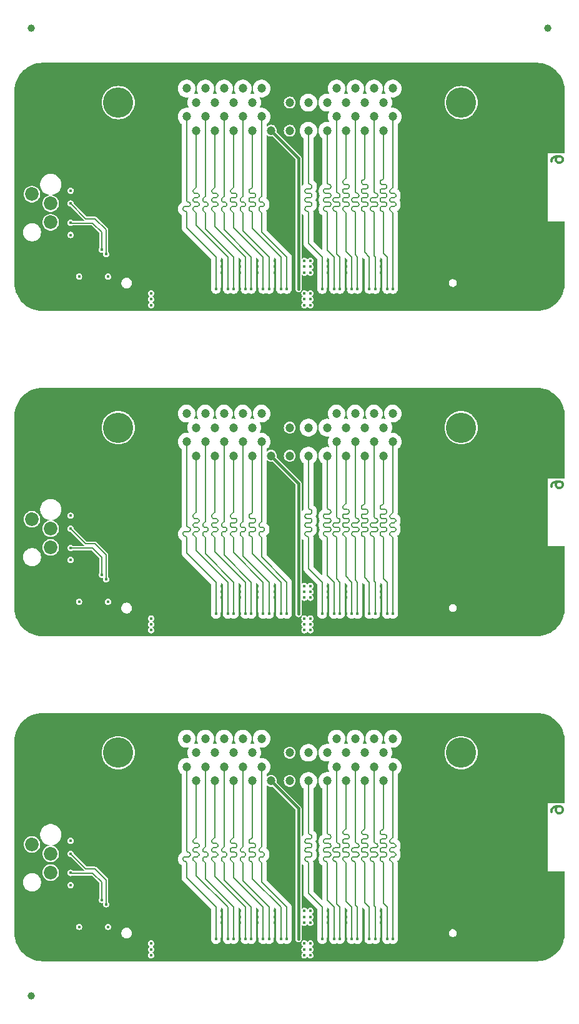
<source format=gbl>
G04 #@! TF.GenerationSoftware,KiCad,Pcbnew,8.0.6*
G04 #@! TF.CreationDate,2024-11-07T02:26:47-08:00*
G04 #@! TF.ProjectId,hvd-50-hd-panel,6876642d-3530-42d6-9864-2d70616e656c,1*
G04 #@! TF.SameCoordinates,Original*
G04 #@! TF.FileFunction,Copper,L6,Bot*
G04 #@! TF.FilePolarity,Positive*
%FSLAX46Y46*%
G04 Gerber Fmt 4.6, Leading zero omitted, Abs format (unit mm)*
G04 Created by KiCad (PCBNEW 8.0.6) date 2024-11-07 02:26:47*
%MOMM*%
%LPD*%
G01*
G04 APERTURE LIST*
%ADD10C,0.300000*%
G04 #@! TA.AperFunction,NonConductor*
%ADD11C,0.300000*%
G04 #@! TD*
G04 #@! TA.AperFunction,ComponentPad*
%ADD12C,1.200000*%
G04 #@! TD*
G04 #@! TA.AperFunction,ComponentPad*
%ADD13C,4.100000*%
G04 #@! TD*
G04 #@! TA.AperFunction,ComponentPad*
%ADD14C,6.400000*%
G04 #@! TD*
G04 #@! TA.AperFunction,ComponentPad*
%ADD15C,1.850000*%
G04 #@! TD*
G04 #@! TA.AperFunction,SMDPad,CuDef*
%ADD16C,1.000000*%
G04 #@! TD*
G04 #@! TA.AperFunction,ViaPad*
%ADD17C,0.450000*%
G04 #@! TD*
G04 #@! TA.AperFunction,Conductor*
%ADD18C,0.127500*%
G04 #@! TD*
G04 #@! TA.AperFunction,Conductor*
%ADD19C,0.400000*%
G04 #@! TD*
G04 #@! TA.AperFunction,Conductor*
%ADD20C,0.200000*%
G04 #@! TD*
G04 APERTURE END LIST*
D10*
D11*
X-1999172Y71416285D02*
X-1999172Y71702000D01*
X-1999172Y71702000D02*
X-1927743Y71844857D01*
X-1927743Y71844857D02*
X-1856315Y71916285D01*
X-1856315Y71916285D02*
X-1642029Y72059143D01*
X-1642029Y72059143D02*
X-1356315Y72130571D01*
X-1356315Y72130571D02*
X-784886Y72130571D01*
X-784886Y72130571D02*
X-642029Y72059143D01*
X-642029Y72059143D02*
X-570600Y71987714D01*
X-570600Y71987714D02*
X-499172Y71844857D01*
X-499172Y71844857D02*
X-499172Y71559143D01*
X-499172Y71559143D02*
X-570600Y71416285D01*
X-570600Y71416285D02*
X-642029Y71344857D01*
X-642029Y71344857D02*
X-784886Y71273428D01*
X-784886Y71273428D02*
X-1142029Y71273428D01*
X-1142029Y71273428D02*
X-1284886Y71344857D01*
X-1284886Y71344857D02*
X-1356315Y71416285D01*
X-1356315Y71416285D02*
X-1427743Y71559143D01*
X-1427743Y71559143D02*
X-1427743Y71844857D01*
X-1427743Y71844857D02*
X-1356315Y71987714D01*
X-1356315Y71987714D02*
X-1284886Y72059143D01*
X-1284886Y72059143D02*
X-1142029Y72130571D01*
D10*
D11*
X-1999172Y115416285D02*
X-1999172Y115702000D01*
X-1999172Y115702000D02*
X-1927743Y115844857D01*
X-1927743Y115844857D02*
X-1856315Y115916285D01*
X-1856315Y115916285D02*
X-1642029Y116059143D01*
X-1642029Y116059143D02*
X-1356315Y116130571D01*
X-1356315Y116130571D02*
X-784886Y116130571D01*
X-784886Y116130571D02*
X-642029Y116059143D01*
X-642029Y116059143D02*
X-570600Y115987714D01*
X-570600Y115987714D02*
X-499172Y115844857D01*
X-499172Y115844857D02*
X-499172Y115559143D01*
X-499172Y115559143D02*
X-570600Y115416285D01*
X-570600Y115416285D02*
X-642029Y115344857D01*
X-642029Y115344857D02*
X-784886Y115273428D01*
X-784886Y115273428D02*
X-1142029Y115273428D01*
X-1142029Y115273428D02*
X-1284886Y115344857D01*
X-1284886Y115344857D02*
X-1356315Y115416285D01*
X-1356315Y115416285D02*
X-1427743Y115559143D01*
X-1427743Y115559143D02*
X-1427743Y115844857D01*
X-1427743Y115844857D02*
X-1356315Y115987714D01*
X-1356315Y115987714D02*
X-1284886Y116059143D01*
X-1284886Y116059143D02*
X-1142029Y116130571D01*
D10*
D11*
X-1999172Y27416285D02*
X-1999172Y27702000D01*
X-1999172Y27702000D02*
X-1927743Y27844857D01*
X-1927743Y27844857D02*
X-1856315Y27916285D01*
X-1856315Y27916285D02*
X-1642029Y28059143D01*
X-1642029Y28059143D02*
X-1356315Y28130571D01*
X-1356315Y28130571D02*
X-784886Y28130571D01*
X-784886Y28130571D02*
X-642029Y28059143D01*
X-642029Y28059143D02*
X-570600Y27987714D01*
X-570600Y27987714D02*
X-499172Y27844857D01*
X-499172Y27844857D02*
X-499172Y27559143D01*
X-499172Y27559143D02*
X-570600Y27416285D01*
X-570600Y27416285D02*
X-642029Y27344857D01*
X-642029Y27344857D02*
X-784886Y27273428D01*
X-784886Y27273428D02*
X-1142029Y27273428D01*
X-1142029Y27273428D02*
X-1284886Y27344857D01*
X-1284886Y27344857D02*
X-1356315Y27416285D01*
X-1356315Y27416285D02*
X-1427743Y27559143D01*
X-1427743Y27559143D02*
X-1427743Y27844857D01*
X-1427743Y27844857D02*
X-1356315Y27987714D01*
X-1356315Y27987714D02*
X-1284886Y28059143D01*
X-1284886Y28059143D02*
X-1142029Y28130571D01*
D12*
G04 #@! TO.P,J5,1,Pin_1*
G04 #@! TO.N,Board_2-GND*
X-52740001Y31608000D03*
G04 #@! TO.P,J5,2,Pin_2*
G04 #@! TO.N,Board_2-/CON.DB0+*
X-51470000Y33513001D03*
G04 #@! TO.P,J5,3,Pin_3*
G04 #@! TO.N,Board_2-/CON.DB1+*
X-50200000Y31608000D03*
G04 #@! TO.P,J5,4,Pin_4*
G04 #@! TO.N,Board_2-/CON.DB2+*
X-48930001Y33513001D03*
G04 #@! TO.P,J5,5,Pin_5*
G04 #@! TO.N,Board_2-/CON.DB3+*
X-47659999Y31608000D03*
G04 #@! TO.P,J5,6,Pin_6*
G04 #@! TO.N,Board_2-/CON.DB4+*
X-46390000Y33512998D03*
G04 #@! TO.P,J5,7,Pin_7*
G04 #@! TO.N,Board_2-/CON.DB5+*
X-45119999Y31608000D03*
G04 #@! TO.P,J5,8,Pin_8*
G04 #@! TO.N,Board_2-/CON.DB6+*
X-43850001Y33513001D03*
G04 #@! TO.P,J5,9,Pin_9*
G04 #@! TO.N,Board_2-/CON.DB7+*
X-42579998Y31608000D03*
G04 #@! TO.P,J5,10,Pin_10*
G04 #@! TO.N,Board_2-/CON.DP0+*
X-41310001Y33513001D03*
G04 #@! TO.P,J5,11,Pin_11*
G04 #@! TO.N,Board_2-/CON.DIFFSENSE*
X-40039997Y31608000D03*
G04 #@! TO.P,J5,12,Pin_12*
G04 #@! TO.N,Board_2-GND*
X-38770000Y33513001D03*
G04 #@! TO.P,J5,13,Pin_13*
G04 #@! TO.N,Board_2-/CON.TERMPWR*
X-37500000Y31608000D03*
G04 #@! TO.P,J5,14,Pin_14*
G04 #@! TO.N,Board_2-GND*
X-36229999Y33512998D03*
G04 #@! TO.P,J5,15,Pin_15*
G04 #@! TO.N,Board_2-/CON.ATN+*
X-34959999Y31608000D03*
G04 #@! TO.P,J5,16,Pin_16*
G04 #@! TO.N,Board_2-GND*
X-33690000Y33512998D03*
G04 #@! TO.P,J5,17,Pin_17*
G04 #@! TO.N,Board_2-/CON.BSY+*
X-32419998Y31608000D03*
G04 #@! TO.P,J5,18,Pin_18*
G04 #@! TO.N,Board_2-/CON.ACK+*
X-31149999Y33513001D03*
G04 #@! TO.P,J5,19,Pin_19*
G04 #@! TO.N,Board_2-/CON.RST+*
X-29880001Y31608000D03*
G04 #@! TO.P,J5,20,Pin_20*
G04 #@! TO.N,Board_2-/CON.MSG+*
X-28610000Y33513001D03*
G04 #@! TO.P,J5,21,Pin_21*
G04 #@! TO.N,Board_2-/CON.SEL+*
X-27340000Y31608000D03*
G04 #@! TO.P,J5,22,Pin_22*
G04 #@! TO.N,Board_2-/CON.C{slash}D+*
X-26070000Y33513001D03*
G04 #@! TO.P,J5,23,Pin_23*
G04 #@! TO.N,Board_2-/CON.REQ+*
X-24799999Y31608000D03*
G04 #@! TO.P,J5,24,Pin_24*
G04 #@! TO.N,Board_2-/CON.I{slash}O+*
X-23530000Y33512998D03*
G04 #@! TO.P,J5,25,Pin_25*
G04 #@! TO.N,Board_2-GND*
X-22259999Y31608000D03*
G04 #@! TO.P,J5,26,Pin_26*
X-52740002Y35418000D03*
G04 #@! TO.P,J5,27,Pin_27*
G04 #@! TO.N,Board_2-/CON.DB0-*
X-51470000Y37322999D03*
G04 #@! TO.P,J5,28,Pin_28*
G04 #@! TO.N,Board_2-/CON.DB1-*
X-50200002Y35417999D03*
G04 #@! TO.P,J5,29,Pin_29*
G04 #@! TO.N,Board_2-/CON.DB2-*
X-48929998Y37322999D03*
G04 #@! TO.P,J5,30,Pin_30*
G04 #@! TO.N,Board_2-/CON.DB3-*
X-47660000Y35417999D03*
G04 #@! TO.P,J5,31,Pin_31*
G04 #@! TO.N,Board_2-/CON.DB4-*
X-46389999Y37322999D03*
G04 #@! TO.P,J5,32,Pin_32*
G04 #@! TO.N,Board_2-/CON.DB5-*
X-45120000Y35417999D03*
G04 #@! TO.P,J5,33,Pin_33*
G04 #@! TO.N,Board_2-/CON.DB6-*
X-43849998Y37322999D03*
G04 #@! TO.P,J5,34,Pin_34*
G04 #@! TO.N,Board_2-/CON.DB7-*
X-42580001Y35417999D03*
G04 #@! TO.P,J5,35,Pin_35*
G04 #@! TO.N,Board_2-/CON.DP0-*
X-41309999Y37322999D03*
G04 #@! TO.P,J5,36,Pin_36*
G04 #@! TO.N,Board_2-GND*
X-40040000Y35418000D03*
G04 #@! TO.P,J5,37,Pin_37*
X-38770000Y37322999D03*
G04 #@! TO.P,J5,38,Pin_38*
G04 #@! TO.N,Board_2-/CON.TERMPWR*
X-37500000Y35417999D03*
G04 #@! TO.P,J5,39,Pin_39*
G04 #@! TO.N,Board_2-GND*
X-36229999Y37322999D03*
G04 #@! TO.P,J5,40,Pin_40*
G04 #@! TO.N,Board_2-/CON.ATN-*
X-34960002Y35417999D03*
G04 #@! TO.P,J5,41,Pin_41*
G04 #@! TO.N,Board_2-GND*
X-33689997Y37322999D03*
G04 #@! TO.P,J5,42,Pin_42*
G04 #@! TO.N,Board_2-/CON.BSY-*
X-32420000Y35417999D03*
G04 #@! TO.P,J5,43,Pin_43*
G04 #@! TO.N,Board_2-/CON.ACK-*
X-31149999Y37322999D03*
G04 #@! TO.P,J5,44,Pin_44*
G04 #@! TO.N,Board_2-/CON.RST-*
X-29880002Y35418000D03*
G04 #@! TO.P,J5,45,Pin_45*
G04 #@! TO.N,Board_2-/CON.MSG-*
X-28610000Y37322998D03*
G04 #@! TO.P,J5,46,Pin_46*
G04 #@! TO.N,Board_2-/CON.SEL-*
X-27340002Y35417999D03*
G04 #@! TO.P,J5,47,Pin_47*
G04 #@! TO.N,Board_2-/CON.C{slash}D-*
X-26069998Y37322999D03*
G04 #@! TO.P,J5,48,Pin_48*
G04 #@! TO.N,Board_2-/CON.REQ-*
X-24800000Y35417999D03*
G04 #@! TO.P,J5,49,Pin_49*
G04 #@! TO.N,Board_2-/CON.I{slash}O-*
X-23529999Y37322999D03*
G04 #@! TO.P,J5,50,Pin_50*
G04 #@! TO.N,Board_2-GND*
X-22260000Y35417999D03*
D13*
G04 #@! TO.P,J5,SHIELD,SHIELD*
G04 #@! TO.N,Board_2-/SHIELD*
X-14258999Y35417999D03*
X-60741000Y35417999D03*
G04 #@! TD*
D14*
G04 #@! TO.P,H4,1,1*
G04 #@! TO.N,Board_1-GND*
X-4000000Y55002000D03*
G04 #@! TD*
G04 #@! TO.P,H4,1,1*
G04 #@! TO.N,Board_2-GND*
X-4000000Y11002000D03*
G04 #@! TD*
D15*
G04 #@! TO.P,J3,1,Pin_1*
G04 #@! TO.N,Board_2-+3V3*
X-72440000Y23012000D03*
G04 #@! TO.P,J3,2,Pin_2*
G04 #@! TO.N,Board_2-/PHY.ID_SDA*
X-69900000Y21742000D03*
G04 #@! TO.P,J3,3,Pin_3*
G04 #@! TO.N,Board_2-GND*
X-72440000Y20472000D03*
G04 #@! TO.P,J3,4,Pin_4*
G04 #@! TO.N,Board_2-/PHY.ID_SCL*
X-69900000Y19202000D03*
G04 #@! TD*
D12*
G04 #@! TO.P,J5,1,Pin_1*
G04 #@! TO.N,Board_0-GND*
X-52740001Y119608000D03*
G04 #@! TO.P,J5,2,Pin_2*
G04 #@! TO.N,Board_0-/CON.DB0+*
X-51470000Y121513001D03*
G04 #@! TO.P,J5,3,Pin_3*
G04 #@! TO.N,Board_0-/CON.DB1+*
X-50200000Y119608000D03*
G04 #@! TO.P,J5,4,Pin_4*
G04 #@! TO.N,Board_0-/CON.DB2+*
X-48930001Y121513001D03*
G04 #@! TO.P,J5,5,Pin_5*
G04 #@! TO.N,Board_0-/CON.DB3+*
X-47659999Y119608000D03*
G04 #@! TO.P,J5,6,Pin_6*
G04 #@! TO.N,Board_0-/CON.DB4+*
X-46390000Y121512998D03*
G04 #@! TO.P,J5,7,Pin_7*
G04 #@! TO.N,Board_0-/CON.DB5+*
X-45119999Y119608000D03*
G04 #@! TO.P,J5,8,Pin_8*
G04 #@! TO.N,Board_0-/CON.DB6+*
X-43850001Y121513001D03*
G04 #@! TO.P,J5,9,Pin_9*
G04 #@! TO.N,Board_0-/CON.DB7+*
X-42579998Y119608000D03*
G04 #@! TO.P,J5,10,Pin_10*
G04 #@! TO.N,Board_0-/CON.DP0+*
X-41310001Y121513001D03*
G04 #@! TO.P,J5,11,Pin_11*
G04 #@! TO.N,Board_0-/CON.DIFFSENSE*
X-40039997Y119608000D03*
G04 #@! TO.P,J5,12,Pin_12*
G04 #@! TO.N,Board_0-GND*
X-38770000Y121513001D03*
G04 #@! TO.P,J5,13,Pin_13*
G04 #@! TO.N,Board_0-/CON.TERMPWR*
X-37500000Y119608000D03*
G04 #@! TO.P,J5,14,Pin_14*
G04 #@! TO.N,Board_0-GND*
X-36229999Y121512998D03*
G04 #@! TO.P,J5,15,Pin_15*
G04 #@! TO.N,Board_0-/CON.ATN+*
X-34959999Y119608000D03*
G04 #@! TO.P,J5,16,Pin_16*
G04 #@! TO.N,Board_0-GND*
X-33690000Y121512998D03*
G04 #@! TO.P,J5,17,Pin_17*
G04 #@! TO.N,Board_0-/CON.BSY+*
X-32419998Y119608000D03*
G04 #@! TO.P,J5,18,Pin_18*
G04 #@! TO.N,Board_0-/CON.ACK+*
X-31149999Y121513001D03*
G04 #@! TO.P,J5,19,Pin_19*
G04 #@! TO.N,Board_0-/CON.RST+*
X-29880001Y119608000D03*
G04 #@! TO.P,J5,20,Pin_20*
G04 #@! TO.N,Board_0-/CON.MSG+*
X-28610000Y121513001D03*
G04 #@! TO.P,J5,21,Pin_21*
G04 #@! TO.N,Board_0-/CON.SEL+*
X-27340000Y119608000D03*
G04 #@! TO.P,J5,22,Pin_22*
G04 #@! TO.N,Board_0-/CON.C{slash}D+*
X-26070000Y121513001D03*
G04 #@! TO.P,J5,23,Pin_23*
G04 #@! TO.N,Board_0-/CON.REQ+*
X-24799999Y119608000D03*
G04 #@! TO.P,J5,24,Pin_24*
G04 #@! TO.N,Board_0-/CON.I{slash}O+*
X-23530000Y121512998D03*
G04 #@! TO.P,J5,25,Pin_25*
G04 #@! TO.N,Board_0-GND*
X-22259999Y119608000D03*
G04 #@! TO.P,J5,26,Pin_26*
X-52740002Y123418000D03*
G04 #@! TO.P,J5,27,Pin_27*
G04 #@! TO.N,Board_0-/CON.DB0-*
X-51470000Y125322999D03*
G04 #@! TO.P,J5,28,Pin_28*
G04 #@! TO.N,Board_0-/CON.DB1-*
X-50200002Y123417999D03*
G04 #@! TO.P,J5,29,Pin_29*
G04 #@! TO.N,Board_0-/CON.DB2-*
X-48929998Y125322999D03*
G04 #@! TO.P,J5,30,Pin_30*
G04 #@! TO.N,Board_0-/CON.DB3-*
X-47660000Y123417999D03*
G04 #@! TO.P,J5,31,Pin_31*
G04 #@! TO.N,Board_0-/CON.DB4-*
X-46389999Y125322999D03*
G04 #@! TO.P,J5,32,Pin_32*
G04 #@! TO.N,Board_0-/CON.DB5-*
X-45120000Y123417999D03*
G04 #@! TO.P,J5,33,Pin_33*
G04 #@! TO.N,Board_0-/CON.DB6-*
X-43849998Y125322999D03*
G04 #@! TO.P,J5,34,Pin_34*
G04 #@! TO.N,Board_0-/CON.DB7-*
X-42580001Y123417999D03*
G04 #@! TO.P,J5,35,Pin_35*
G04 #@! TO.N,Board_0-/CON.DP0-*
X-41309999Y125322999D03*
G04 #@! TO.P,J5,36,Pin_36*
G04 #@! TO.N,Board_0-GND*
X-40040000Y123418000D03*
G04 #@! TO.P,J5,37,Pin_37*
X-38770000Y125322999D03*
G04 #@! TO.P,J5,38,Pin_38*
G04 #@! TO.N,Board_0-/CON.TERMPWR*
X-37500000Y123417999D03*
G04 #@! TO.P,J5,39,Pin_39*
G04 #@! TO.N,Board_0-GND*
X-36229999Y125322999D03*
G04 #@! TO.P,J5,40,Pin_40*
G04 #@! TO.N,Board_0-/CON.ATN-*
X-34960002Y123417999D03*
G04 #@! TO.P,J5,41,Pin_41*
G04 #@! TO.N,Board_0-GND*
X-33689997Y125322999D03*
G04 #@! TO.P,J5,42,Pin_42*
G04 #@! TO.N,Board_0-/CON.BSY-*
X-32420000Y123417999D03*
G04 #@! TO.P,J5,43,Pin_43*
G04 #@! TO.N,Board_0-/CON.ACK-*
X-31149999Y125322999D03*
G04 #@! TO.P,J5,44,Pin_44*
G04 #@! TO.N,Board_0-/CON.RST-*
X-29880002Y123418000D03*
G04 #@! TO.P,J5,45,Pin_45*
G04 #@! TO.N,Board_0-/CON.MSG-*
X-28610000Y125322998D03*
G04 #@! TO.P,J5,46,Pin_46*
G04 #@! TO.N,Board_0-/CON.SEL-*
X-27340002Y123417999D03*
G04 #@! TO.P,J5,47,Pin_47*
G04 #@! TO.N,Board_0-/CON.C{slash}D-*
X-26069998Y125322999D03*
G04 #@! TO.P,J5,48,Pin_48*
G04 #@! TO.N,Board_0-/CON.REQ-*
X-24800000Y123417999D03*
G04 #@! TO.P,J5,49,Pin_49*
G04 #@! TO.N,Board_0-/CON.I{slash}O-*
X-23529999Y125322999D03*
G04 #@! TO.P,J5,50,Pin_50*
G04 #@! TO.N,Board_0-GND*
X-22260000Y123417999D03*
D13*
G04 #@! TO.P,J5,SHIELD,SHIELD*
G04 #@! TO.N,Board_0-/SHIELD*
X-14258999Y123417999D03*
X-60741000Y123417999D03*
G04 #@! TD*
D15*
G04 #@! TO.P,J3,1,Pin_1*
G04 #@! TO.N,Board_1-+3V3*
X-72440000Y67012000D03*
G04 #@! TO.P,J3,2,Pin_2*
G04 #@! TO.N,Board_1-/PHY.ID_SDA*
X-69900000Y65742000D03*
G04 #@! TO.P,J3,3,Pin_3*
G04 #@! TO.N,Board_1-GND*
X-72440000Y64472000D03*
G04 #@! TO.P,J3,4,Pin_4*
G04 #@! TO.N,Board_1-/PHY.ID_SCL*
X-69900000Y63202000D03*
G04 #@! TD*
D14*
G04 #@! TO.P,H3,1,1*
G04 #@! TO.N,Board_0-GND*
X-71000000Y99002000D03*
G04 #@! TD*
D15*
G04 #@! TO.P,J3,1,Pin_1*
G04 #@! TO.N,Board_0-+3V3*
X-72440000Y111012000D03*
G04 #@! TO.P,J3,2,Pin_2*
G04 #@! TO.N,Board_0-/PHY.ID_SDA*
X-69900000Y109742000D03*
G04 #@! TO.P,J3,3,Pin_3*
G04 #@! TO.N,Board_0-GND*
X-72440000Y108472000D03*
G04 #@! TO.P,J3,4,Pin_4*
G04 #@! TO.N,Board_0-/PHY.ID_SCL*
X-69900000Y107202000D03*
G04 #@! TD*
D14*
G04 #@! TO.P,H4,1,1*
G04 #@! TO.N,Board_0-GND*
X-4000000Y99002000D03*
G04 #@! TD*
D12*
G04 #@! TO.P,J5,1,Pin_1*
G04 #@! TO.N,Board_1-GND*
X-52740001Y75608000D03*
G04 #@! TO.P,J5,2,Pin_2*
G04 #@! TO.N,Board_1-/CON.DB0+*
X-51470000Y77513001D03*
G04 #@! TO.P,J5,3,Pin_3*
G04 #@! TO.N,Board_1-/CON.DB1+*
X-50200000Y75608000D03*
G04 #@! TO.P,J5,4,Pin_4*
G04 #@! TO.N,Board_1-/CON.DB2+*
X-48930001Y77513001D03*
G04 #@! TO.P,J5,5,Pin_5*
G04 #@! TO.N,Board_1-/CON.DB3+*
X-47659999Y75608000D03*
G04 #@! TO.P,J5,6,Pin_6*
G04 #@! TO.N,Board_1-/CON.DB4+*
X-46390000Y77512998D03*
G04 #@! TO.P,J5,7,Pin_7*
G04 #@! TO.N,Board_1-/CON.DB5+*
X-45119999Y75608000D03*
G04 #@! TO.P,J5,8,Pin_8*
G04 #@! TO.N,Board_1-/CON.DB6+*
X-43850001Y77513001D03*
G04 #@! TO.P,J5,9,Pin_9*
G04 #@! TO.N,Board_1-/CON.DB7+*
X-42579998Y75608000D03*
G04 #@! TO.P,J5,10,Pin_10*
G04 #@! TO.N,Board_1-/CON.DP0+*
X-41310001Y77513001D03*
G04 #@! TO.P,J5,11,Pin_11*
G04 #@! TO.N,Board_1-/CON.DIFFSENSE*
X-40039997Y75608000D03*
G04 #@! TO.P,J5,12,Pin_12*
G04 #@! TO.N,Board_1-GND*
X-38770000Y77513001D03*
G04 #@! TO.P,J5,13,Pin_13*
G04 #@! TO.N,Board_1-/CON.TERMPWR*
X-37500000Y75608000D03*
G04 #@! TO.P,J5,14,Pin_14*
G04 #@! TO.N,Board_1-GND*
X-36229999Y77512998D03*
G04 #@! TO.P,J5,15,Pin_15*
G04 #@! TO.N,Board_1-/CON.ATN+*
X-34959999Y75608000D03*
G04 #@! TO.P,J5,16,Pin_16*
G04 #@! TO.N,Board_1-GND*
X-33690000Y77512998D03*
G04 #@! TO.P,J5,17,Pin_17*
G04 #@! TO.N,Board_1-/CON.BSY+*
X-32419998Y75608000D03*
G04 #@! TO.P,J5,18,Pin_18*
G04 #@! TO.N,Board_1-/CON.ACK+*
X-31149999Y77513001D03*
G04 #@! TO.P,J5,19,Pin_19*
G04 #@! TO.N,Board_1-/CON.RST+*
X-29880001Y75608000D03*
G04 #@! TO.P,J5,20,Pin_20*
G04 #@! TO.N,Board_1-/CON.MSG+*
X-28610000Y77513001D03*
G04 #@! TO.P,J5,21,Pin_21*
G04 #@! TO.N,Board_1-/CON.SEL+*
X-27340000Y75608000D03*
G04 #@! TO.P,J5,22,Pin_22*
G04 #@! TO.N,Board_1-/CON.C{slash}D+*
X-26070000Y77513001D03*
G04 #@! TO.P,J5,23,Pin_23*
G04 #@! TO.N,Board_1-/CON.REQ+*
X-24799999Y75608000D03*
G04 #@! TO.P,J5,24,Pin_24*
G04 #@! TO.N,Board_1-/CON.I{slash}O+*
X-23530000Y77512998D03*
G04 #@! TO.P,J5,25,Pin_25*
G04 #@! TO.N,Board_1-GND*
X-22259999Y75608000D03*
G04 #@! TO.P,J5,26,Pin_26*
X-52740002Y79418000D03*
G04 #@! TO.P,J5,27,Pin_27*
G04 #@! TO.N,Board_1-/CON.DB0-*
X-51470000Y81322999D03*
G04 #@! TO.P,J5,28,Pin_28*
G04 #@! TO.N,Board_1-/CON.DB1-*
X-50200002Y79417999D03*
G04 #@! TO.P,J5,29,Pin_29*
G04 #@! TO.N,Board_1-/CON.DB2-*
X-48929998Y81322999D03*
G04 #@! TO.P,J5,30,Pin_30*
G04 #@! TO.N,Board_1-/CON.DB3-*
X-47660000Y79417999D03*
G04 #@! TO.P,J5,31,Pin_31*
G04 #@! TO.N,Board_1-/CON.DB4-*
X-46389999Y81322999D03*
G04 #@! TO.P,J5,32,Pin_32*
G04 #@! TO.N,Board_1-/CON.DB5-*
X-45120000Y79417999D03*
G04 #@! TO.P,J5,33,Pin_33*
G04 #@! TO.N,Board_1-/CON.DB6-*
X-43849998Y81322999D03*
G04 #@! TO.P,J5,34,Pin_34*
G04 #@! TO.N,Board_1-/CON.DB7-*
X-42580001Y79417999D03*
G04 #@! TO.P,J5,35,Pin_35*
G04 #@! TO.N,Board_1-/CON.DP0-*
X-41309999Y81322999D03*
G04 #@! TO.P,J5,36,Pin_36*
G04 #@! TO.N,Board_1-GND*
X-40040000Y79418000D03*
G04 #@! TO.P,J5,37,Pin_37*
X-38770000Y81322999D03*
G04 #@! TO.P,J5,38,Pin_38*
G04 #@! TO.N,Board_1-/CON.TERMPWR*
X-37500000Y79417999D03*
G04 #@! TO.P,J5,39,Pin_39*
G04 #@! TO.N,Board_1-GND*
X-36229999Y81322999D03*
G04 #@! TO.P,J5,40,Pin_40*
G04 #@! TO.N,Board_1-/CON.ATN-*
X-34960002Y79417999D03*
G04 #@! TO.P,J5,41,Pin_41*
G04 #@! TO.N,Board_1-GND*
X-33689997Y81322999D03*
G04 #@! TO.P,J5,42,Pin_42*
G04 #@! TO.N,Board_1-/CON.BSY-*
X-32420000Y79417999D03*
G04 #@! TO.P,J5,43,Pin_43*
G04 #@! TO.N,Board_1-/CON.ACK-*
X-31149999Y81322999D03*
G04 #@! TO.P,J5,44,Pin_44*
G04 #@! TO.N,Board_1-/CON.RST-*
X-29880002Y79418000D03*
G04 #@! TO.P,J5,45,Pin_45*
G04 #@! TO.N,Board_1-/CON.MSG-*
X-28610000Y81322998D03*
G04 #@! TO.P,J5,46,Pin_46*
G04 #@! TO.N,Board_1-/CON.SEL-*
X-27340002Y79417999D03*
G04 #@! TO.P,J5,47,Pin_47*
G04 #@! TO.N,Board_1-/CON.C{slash}D-*
X-26069998Y81322999D03*
G04 #@! TO.P,J5,48,Pin_48*
G04 #@! TO.N,Board_1-/CON.REQ-*
X-24800000Y79417999D03*
G04 #@! TO.P,J5,49,Pin_49*
G04 #@! TO.N,Board_1-/CON.I{slash}O-*
X-23529999Y81322999D03*
G04 #@! TO.P,J5,50,Pin_50*
G04 #@! TO.N,Board_1-GND*
X-22260000Y79417999D03*
D13*
G04 #@! TO.P,J5,SHIELD,SHIELD*
G04 #@! TO.N,Board_1-/SHIELD*
X-14258999Y79417999D03*
X-60741000Y79417999D03*
G04 #@! TD*
D14*
G04 #@! TO.P,H3,1,1*
G04 #@! TO.N,Board_1-GND*
X-71000000Y55002000D03*
G04 #@! TD*
G04 #@! TO.P,H3,1,1*
G04 #@! TO.N,Board_2-GND*
X-71000000Y11002000D03*
G04 #@! TD*
D16*
G04 #@! TO.P,KiKit_FID_B_1,*
G04 #@! TO.N,*
X-72500000Y133503500D03*
G04 #@! TD*
G04 #@! TO.P,KiKit_FID_B_3,*
G04 #@! TO.N,*
X-72500000Y2500000D03*
G04 #@! TD*
G04 #@! TO.P,KiKit_FID_B_2,*
G04 #@! TO.N,*
X-2500000Y133503500D03*
G04 #@! TD*
D17*
G04 #@! TO.N,Board_0-+3V3*
X-56300000Y97602000D03*
X-67200000Y105502000D03*
X-62150000Y99852000D03*
X-56300000Y96002000D03*
X-67200000Y111502000D03*
X-56300000Y96802000D03*
X-66050000Y99852000D03*
G04 #@! TO.N,Board_0-/CON.ACK+*
X-30700000Y98202000D03*
G04 #@! TO.N,Board_0-/CON.ATN+*
X-33100000Y98202000D03*
G04 #@! TO.N,Board_0-/CON.BSY+*
X-31500000Y98202000D03*
G04 #@! TO.N,Board_0-/CON.C{slash}D+*
X-25900000Y98202000D03*
G04 #@! TO.N,Board_0-/CON.DB0+*
X-47500000Y98202000D03*
G04 #@! TO.N,Board_0-/CON.DB1+*
X-45900000Y98202000D03*
G04 #@! TO.N,Board_0-/CON.DB2+*
X-45100000Y98202000D03*
G04 #@! TO.N,Board_0-/CON.DB3+*
X-43500000Y98202000D03*
G04 #@! TO.N,Board_0-/CON.DB4+*
X-42700000Y98202000D03*
G04 #@! TO.N,Board_0-/CON.DB5+*
X-41100000Y98202000D03*
G04 #@! TO.N,Board_0-/CON.DB6+*
X-40300000Y98202000D03*
G04 #@! TO.N,Board_0-/CON.DB7+*
X-38700000Y98202000D03*
G04 #@! TO.N,Board_0-/CON.DIFFSENSE*
X-36300000Y98202000D03*
G04 #@! TO.N,Board_0-/CON.DP0+*
X-37900000Y98202000D03*
G04 #@! TO.N,Board_0-/CON.I{slash}O+*
X-23500000Y98202000D03*
G04 #@! TO.N,Board_0-/CON.MSG+*
X-28300000Y98202000D03*
G04 #@! TO.N,Board_0-/CON.REQ+*
X-24300000Y98202000D03*
G04 #@! TO.N,Board_0-/CON.RST+*
X-29100000Y98202000D03*
G04 #@! TO.N,Board_0-/CON.SEL+*
X-26700000Y98202000D03*
G04 #@! TO.N,Board_0-/CON.TERMPWR*
X-34700000Y97602000D03*
X-34700000Y101202000D03*
X-35500000Y97602000D03*
X-35500000Y102002000D03*
X-34700000Y100402000D03*
X-35500000Y100402000D03*
X-34700000Y96002000D03*
X-35500000Y96002000D03*
X-34700000Y102002000D03*
X-35500000Y101202000D03*
X-35500000Y96802000D03*
X-34700000Y96802000D03*
G04 #@! TO.N,Board_0-/PHY.ID_SCL*
X-67200000Y107152000D03*
X-63000000Y103502000D03*
G04 #@! TO.N,Board_0-/PHY.ID_SDA*
X-62400000Y102902000D03*
X-67200000Y109752000D03*
G04 #@! TO.N,Board_0-GND*
X-54700000Y101202000D03*
X-46700000Y101202000D03*
X-17900000Y96002000D03*
X-29900000Y101202000D03*
X-20300000Y96002000D03*
X-44300000Y96802000D03*
X-29900000Y102002000D03*
X-20300000Y100402000D03*
X-33900000Y98202000D03*
X-32300000Y96802000D03*
X-20300000Y102002000D03*
X-53900000Y98202000D03*
X-51500000Y96802000D03*
X-44300000Y98202000D03*
X-44300000Y97602000D03*
X-63600000Y99002000D03*
X-32300000Y102002000D03*
X-25100000Y96802000D03*
X-37100000Y97602000D03*
X-27500000Y96802000D03*
X-37100000Y100402000D03*
X-54700000Y100402000D03*
X-51500000Y100402000D03*
X-33900000Y102002000D03*
X-37100000Y98202000D03*
X-54700000Y102002000D03*
X-17900000Y98202000D03*
X-22700000Y96002000D03*
X-39500000Y101202000D03*
X-33900000Y96002000D03*
X-46700000Y97602000D03*
X-25100000Y96002000D03*
X-51500000Y97602000D03*
X-37100000Y101202000D03*
X-46700000Y102002000D03*
X-33900000Y96802000D03*
X-64650000Y99002000D03*
X-22700000Y98202000D03*
X-49100000Y102002000D03*
X-32300000Y97602000D03*
X-66050000Y98152000D03*
X-46700000Y100402000D03*
X-37100000Y102002000D03*
X-46700000Y98202000D03*
X-39500000Y96802000D03*
X-41900000Y98202000D03*
X-20300000Y96802000D03*
X-64100000Y98502000D03*
X-20300000Y101202000D03*
X-29900000Y97602000D03*
X-17900000Y100402000D03*
X-22700000Y96802000D03*
X-54700000Y96002000D03*
X-39500000Y97602000D03*
X-53900000Y96002000D03*
X-53900000Y100402000D03*
X-53900000Y97602000D03*
X-49100000Y96002000D03*
X-49100000Y98202000D03*
X-27500000Y101202000D03*
X-29900000Y98202000D03*
X-20300000Y97602000D03*
X-25100000Y97602000D03*
X-22700000Y97602000D03*
X-44300000Y100402000D03*
X-29900000Y100402000D03*
X-53900000Y102002000D03*
X-37100000Y96002000D03*
X-53900000Y101202000D03*
X-25100000Y102002000D03*
X-41900000Y96002000D03*
X-27500000Y102002000D03*
X-20300000Y98202000D03*
X-49100000Y101202000D03*
X-22700000Y102002000D03*
X-32300000Y101202000D03*
X-49100000Y96802000D03*
X-32300000Y100402000D03*
X-25100000Y100402000D03*
X-57100000Y101202000D03*
X-27500000Y98202000D03*
X-29900000Y96002000D03*
X-17900000Y97602000D03*
X-37100000Y96802000D03*
X-22700000Y100402000D03*
X-44300000Y96002000D03*
X-17900000Y101202000D03*
X-33900000Y101202000D03*
X-29900000Y96802000D03*
X-27500000Y96002000D03*
X-41900000Y101202000D03*
X-22700000Y101202000D03*
X-44300000Y101202000D03*
X-53900000Y96802000D03*
X-51500000Y98202000D03*
X-39500000Y98202000D03*
X-41900000Y102002000D03*
X-54700000Y96802000D03*
X-54700000Y97602000D03*
X-39500000Y102002000D03*
X-46700000Y96802000D03*
X-44300000Y102002000D03*
X-51500000Y102002000D03*
X-51500000Y101202000D03*
X-49100000Y97602000D03*
X-41900000Y97602000D03*
X-17900000Y102002000D03*
X-33900000Y100402000D03*
X-57100000Y102002000D03*
X-32300000Y96002000D03*
X-17900000Y96802000D03*
X-64100000Y99502000D03*
X-27500000Y100402000D03*
X-39500000Y100402000D03*
X-39500000Y96002000D03*
X-27500000Y97602000D03*
X-33900000Y97602000D03*
X-41900000Y100402000D03*
X-57100000Y100402000D03*
X-46700000Y96002000D03*
X-25100000Y101202000D03*
X-49100000Y100402000D03*
X-32300000Y98202000D03*
X-41900000Y96802000D03*
X-51500000Y96002000D03*
X-25100000Y98202000D03*
G04 #@! TO.N,Board_1-+3V3*
X-67200000Y67502000D03*
X-56300000Y52002000D03*
X-67200000Y61502000D03*
X-56300000Y53602000D03*
X-56300000Y52802000D03*
X-62150000Y55852000D03*
X-66050000Y55852000D03*
G04 #@! TO.N,Board_1-/CON.ACK+*
X-30700000Y54202000D03*
G04 #@! TO.N,Board_1-/CON.ATN+*
X-33100000Y54202000D03*
G04 #@! TO.N,Board_1-/CON.BSY+*
X-31500000Y54202000D03*
G04 #@! TO.N,Board_1-/CON.C{slash}D+*
X-25900000Y54202000D03*
G04 #@! TO.N,Board_1-/CON.DB0+*
X-47500000Y54202000D03*
G04 #@! TO.N,Board_1-/CON.DB1+*
X-45900000Y54202000D03*
G04 #@! TO.N,Board_1-/CON.DB2+*
X-45100000Y54202000D03*
G04 #@! TO.N,Board_1-/CON.DB3+*
X-43500000Y54202000D03*
G04 #@! TO.N,Board_1-/CON.DB4+*
X-42700000Y54202000D03*
G04 #@! TO.N,Board_1-/CON.DB5+*
X-41100000Y54202000D03*
G04 #@! TO.N,Board_1-/CON.DB6+*
X-40300000Y54202000D03*
G04 #@! TO.N,Board_1-/CON.DB7+*
X-38700000Y54202000D03*
G04 #@! TO.N,Board_1-/CON.DIFFSENSE*
X-36300000Y54202000D03*
G04 #@! TO.N,Board_1-/CON.DP0+*
X-37900000Y54202000D03*
G04 #@! TO.N,Board_1-/CON.I{slash}O+*
X-23500000Y54202000D03*
G04 #@! TO.N,Board_1-/CON.MSG+*
X-28300000Y54202000D03*
G04 #@! TO.N,Board_1-/CON.REQ+*
X-24300000Y54202000D03*
G04 #@! TO.N,Board_1-/CON.RST+*
X-29100000Y54202000D03*
G04 #@! TO.N,Board_1-/CON.SEL+*
X-26700000Y54202000D03*
G04 #@! TO.N,Board_1-/CON.TERMPWR*
X-34700000Y52002000D03*
X-35500000Y52002000D03*
X-35500000Y52802000D03*
X-35500000Y58002000D03*
X-35500000Y56402000D03*
X-34700000Y57202000D03*
X-35500000Y53602000D03*
X-34700000Y52802000D03*
X-34700000Y56402000D03*
X-35500000Y57202000D03*
X-34700000Y53602000D03*
X-34700000Y58002000D03*
G04 #@! TO.N,Board_1-/PHY.ID_SCL*
X-63000000Y59502000D03*
X-67200000Y63152000D03*
G04 #@! TO.N,Board_1-/PHY.ID_SDA*
X-67200000Y65752000D03*
X-62400000Y58902000D03*
G04 #@! TO.N,Board_1-GND*
X-46700000Y52802000D03*
X-33900000Y54202000D03*
X-25100000Y53602000D03*
X-22700000Y57202000D03*
X-41900000Y58002000D03*
X-44300000Y52802000D03*
X-37100000Y57202000D03*
X-54700000Y52002000D03*
X-54700000Y56402000D03*
X-66050000Y54152000D03*
X-64100000Y55502000D03*
X-27500000Y52002000D03*
X-41900000Y57202000D03*
X-20300000Y52802000D03*
X-44300000Y54202000D03*
X-64650000Y55002000D03*
X-46700000Y57202000D03*
X-17900000Y54202000D03*
X-51500000Y53602000D03*
X-20300000Y57202000D03*
X-32300000Y58002000D03*
X-53900000Y52002000D03*
X-44300000Y58002000D03*
X-41900000Y56402000D03*
X-22700000Y58002000D03*
X-37100000Y53602000D03*
X-33900000Y57202000D03*
X-20300000Y53602000D03*
X-32300000Y54202000D03*
X-17900000Y57202000D03*
X-63600000Y55002000D03*
X-41900000Y52802000D03*
X-44300000Y52002000D03*
X-33900000Y58002000D03*
X-57100000Y56402000D03*
X-25100000Y57202000D03*
X-33900000Y56402000D03*
X-32300000Y56402000D03*
X-17900000Y58002000D03*
X-46700000Y54202000D03*
X-49100000Y56402000D03*
X-20300000Y58002000D03*
X-54700000Y57202000D03*
X-27500000Y58002000D03*
X-29900000Y52002000D03*
X-22700000Y53602000D03*
X-44300000Y56402000D03*
X-33900000Y53602000D03*
X-46700000Y52002000D03*
X-51500000Y57202000D03*
X-29900000Y53602000D03*
X-22700000Y54202000D03*
X-20300000Y56402000D03*
X-41900000Y53602000D03*
X-53900000Y54202000D03*
X-20300000Y54202000D03*
X-29900000Y57202000D03*
X-51500000Y58002000D03*
X-49100000Y52002000D03*
X-25100000Y54202000D03*
X-27500000Y57202000D03*
X-53900000Y53602000D03*
X-49100000Y53602000D03*
X-32300000Y52002000D03*
X-41900000Y54202000D03*
X-41900000Y52002000D03*
X-57100000Y57202000D03*
X-17900000Y53602000D03*
X-27500000Y53602000D03*
X-29900000Y52802000D03*
X-46700000Y53602000D03*
X-53900000Y57202000D03*
X-51500000Y56402000D03*
X-39500000Y54202000D03*
X-25100000Y52802000D03*
X-37100000Y52002000D03*
X-39500000Y53602000D03*
X-32300000Y52802000D03*
X-44300000Y53602000D03*
X-27500000Y52802000D03*
X-39500000Y58002000D03*
X-53900000Y52802000D03*
X-53900000Y56402000D03*
X-54700000Y52802000D03*
X-17900000Y52002000D03*
X-49100000Y52802000D03*
X-22700000Y52002000D03*
X-53900000Y58002000D03*
X-27500000Y54202000D03*
X-39500000Y57202000D03*
X-33900000Y52002000D03*
X-46700000Y58002000D03*
X-49100000Y57202000D03*
X-17900000Y56402000D03*
X-29900000Y58002000D03*
X-22700000Y56402000D03*
X-17900000Y52802000D03*
X-54700000Y53602000D03*
X-25100000Y56402000D03*
X-32300000Y57202000D03*
X-51500000Y52802000D03*
X-37100000Y54202000D03*
X-32300000Y53602000D03*
X-49100000Y54202000D03*
X-54700000Y58002000D03*
X-22700000Y52802000D03*
X-33900000Y52802000D03*
X-51500000Y52002000D03*
X-37100000Y58002000D03*
X-44300000Y57202000D03*
X-64100000Y54502000D03*
X-51500000Y54202000D03*
X-27500000Y56402000D03*
X-29900000Y54202000D03*
X-20300000Y52002000D03*
X-39500000Y56402000D03*
X-25100000Y58002000D03*
X-49100000Y58002000D03*
X-29900000Y56402000D03*
X-25100000Y52002000D03*
X-39500000Y52802000D03*
X-46700000Y56402000D03*
X-57100000Y58002000D03*
X-37100000Y52802000D03*
X-39500000Y52002000D03*
X-37100000Y56402000D03*
G04 #@! TO.N,Board_2-+3V3*
X-56300000Y8002000D03*
X-62150000Y11852000D03*
X-66050000Y11852000D03*
X-56300000Y9602000D03*
X-56300000Y8802000D03*
X-67200000Y23502000D03*
X-67200000Y17502000D03*
G04 #@! TO.N,Board_2-/CON.ACK+*
X-30700000Y10202000D03*
G04 #@! TO.N,Board_2-/CON.ATN+*
X-33100000Y10202000D03*
G04 #@! TO.N,Board_2-/CON.BSY+*
X-31500000Y10202000D03*
G04 #@! TO.N,Board_2-/CON.C{slash}D+*
X-25900000Y10202000D03*
G04 #@! TO.N,Board_2-/CON.DB0+*
X-47500000Y10202000D03*
G04 #@! TO.N,Board_2-/CON.DB1+*
X-45900000Y10202000D03*
G04 #@! TO.N,Board_2-/CON.DB2+*
X-45100000Y10202000D03*
G04 #@! TO.N,Board_2-/CON.DB3+*
X-43500000Y10202000D03*
G04 #@! TO.N,Board_2-/CON.DB4+*
X-42700000Y10202000D03*
G04 #@! TO.N,Board_2-/CON.DB5+*
X-41100000Y10202000D03*
G04 #@! TO.N,Board_2-/CON.DB6+*
X-40300000Y10202000D03*
G04 #@! TO.N,Board_2-/CON.DB7+*
X-38700000Y10202000D03*
G04 #@! TO.N,Board_2-/CON.DIFFSENSE*
X-36300000Y10202000D03*
G04 #@! TO.N,Board_2-/CON.DP0+*
X-37900000Y10202000D03*
G04 #@! TO.N,Board_2-/CON.I{slash}O+*
X-23500000Y10202000D03*
G04 #@! TO.N,Board_2-/CON.MSG+*
X-28300000Y10202000D03*
G04 #@! TO.N,Board_2-/CON.REQ+*
X-24300000Y10202000D03*
G04 #@! TO.N,Board_2-/CON.RST+*
X-29100000Y10202000D03*
G04 #@! TO.N,Board_2-/CON.SEL+*
X-26700000Y10202000D03*
G04 #@! TO.N,Board_2-/CON.TERMPWR*
X-35500000Y13202000D03*
X-35500000Y12402000D03*
X-34700000Y8002000D03*
X-35500000Y8802000D03*
X-34700000Y13202000D03*
X-34700000Y12402000D03*
X-34700000Y9602000D03*
X-34700000Y8802000D03*
X-35500000Y8002000D03*
X-35500000Y9602000D03*
X-35500000Y14002000D03*
X-34700000Y14002000D03*
G04 #@! TO.N,Board_2-/PHY.ID_SCL*
X-63000000Y15502000D03*
X-67200000Y19152000D03*
G04 #@! TO.N,Board_2-/PHY.ID_SDA*
X-67200000Y21752000D03*
X-62400000Y14902000D03*
G04 #@! TO.N,Board_2-GND*
X-46700000Y9602000D03*
X-20300000Y8802000D03*
X-32300000Y14002000D03*
X-41900000Y8802000D03*
X-27500000Y8002000D03*
X-44300000Y8802000D03*
X-53900000Y9602000D03*
X-49100000Y10202000D03*
X-51500000Y8802000D03*
X-29900000Y12402000D03*
X-39500000Y9602000D03*
X-20300000Y14002000D03*
X-41900000Y8002000D03*
X-33900000Y12402000D03*
X-44300000Y13202000D03*
X-20300000Y8002000D03*
X-64100000Y11502000D03*
X-22700000Y8002000D03*
X-29900000Y14002000D03*
X-39500000Y10202000D03*
X-57100000Y12402000D03*
X-17900000Y12402000D03*
X-53900000Y10202000D03*
X-46700000Y8002000D03*
X-20300000Y10202000D03*
X-37100000Y13202000D03*
X-64100000Y10502000D03*
X-39500000Y13202000D03*
X-17900000Y8002000D03*
X-41900000Y10202000D03*
X-17900000Y13202000D03*
X-27500000Y8802000D03*
X-25100000Y14002000D03*
X-37100000Y12402000D03*
X-22700000Y10202000D03*
X-51500000Y8002000D03*
X-22700000Y12402000D03*
X-37100000Y8002000D03*
X-22700000Y8802000D03*
X-25100000Y8802000D03*
X-29900000Y8802000D03*
X-39500000Y8002000D03*
X-54700000Y14002000D03*
X-51500000Y10202000D03*
X-37100000Y10202000D03*
X-20300000Y13202000D03*
X-29900000Y8002000D03*
X-37100000Y14002000D03*
X-17900000Y8802000D03*
X-33900000Y8802000D03*
X-29900000Y13202000D03*
X-32300000Y8002000D03*
X-33900000Y14002000D03*
X-37100000Y8802000D03*
X-37100000Y9602000D03*
X-49100000Y14002000D03*
X-44300000Y9602000D03*
X-17900000Y10202000D03*
X-32300000Y13202000D03*
X-33900000Y9602000D03*
X-27500000Y14002000D03*
X-49100000Y12402000D03*
X-41900000Y13202000D03*
X-63600000Y11002000D03*
X-25100000Y13202000D03*
X-66050000Y10152000D03*
X-57100000Y14002000D03*
X-46700000Y14002000D03*
X-17900000Y9602000D03*
X-27500000Y12402000D03*
X-20300000Y12402000D03*
X-54700000Y13202000D03*
X-25100000Y10202000D03*
X-54700000Y8802000D03*
X-46700000Y13202000D03*
X-46700000Y12402000D03*
X-51500000Y14002000D03*
X-32300000Y10202000D03*
X-46700000Y8802000D03*
X-51500000Y9602000D03*
X-25100000Y9602000D03*
X-25100000Y12402000D03*
X-53900000Y8802000D03*
X-57100000Y13202000D03*
X-27500000Y10202000D03*
X-54700000Y12402000D03*
X-41900000Y14002000D03*
X-39500000Y14002000D03*
X-44300000Y14002000D03*
X-29900000Y9602000D03*
X-27500000Y13202000D03*
X-49100000Y8002000D03*
X-39500000Y8802000D03*
X-51500000Y12402000D03*
X-44300000Y8002000D03*
X-54700000Y9602000D03*
X-64650000Y11002000D03*
X-49100000Y9602000D03*
X-49100000Y8802000D03*
X-53900000Y14002000D03*
X-53900000Y13202000D03*
X-33900000Y8002000D03*
X-29900000Y10202000D03*
X-44300000Y10202000D03*
X-44300000Y12402000D03*
X-32300000Y12402000D03*
X-25100000Y8002000D03*
X-41900000Y9602000D03*
X-17900000Y14002000D03*
X-22700000Y9602000D03*
X-46700000Y10202000D03*
X-22700000Y13202000D03*
X-49100000Y13202000D03*
X-54700000Y8002000D03*
X-27500000Y9602000D03*
X-33900000Y10202000D03*
X-20300000Y9602000D03*
X-39500000Y12402000D03*
X-53900000Y12402000D03*
X-51500000Y13202000D03*
X-41900000Y12402000D03*
X-32300000Y9602000D03*
X-33900000Y13202000D03*
X-22700000Y14002000D03*
X-32300000Y8802000D03*
X-53900000Y8002000D03*
G04 #@! TD*
D18*
G04 #@! TO.N,Board_0-/CON.ACK+*
X-30669849Y110782000D02*
X-30669849Y110902000D01*
X-30909826Y109942000D02*
X-31149999Y109942000D01*
X-30909999Y110542000D02*
X-30909849Y110542000D01*
X-31149999Y111502000D02*
X-31149999Y117502000D01*
X-31149999Y109342000D02*
X-30909826Y109342000D01*
X-31149999Y110542000D02*
X-30909999Y110542000D01*
X-30909849Y111142000D02*
X-30909999Y111142000D01*
X-31149999Y109942000D02*
X-31390172Y109942000D01*
X-31149999Y102951999D02*
X-31149999Y108502000D01*
X-31630172Y110182000D02*
X-31630172Y110302000D01*
X-31149999Y111382000D02*
X-31149999Y111502000D01*
X-31389999Y108742000D02*
X-31390172Y108742000D01*
X-31390172Y109342000D02*
X-31389999Y109342000D01*
X-31390172Y110542000D02*
X-31149999Y110542000D01*
X-31389999Y109342000D02*
X-31149999Y109342000D01*
X-30669826Y109582000D02*
X-30669826Y109702000D01*
X-30700000Y102502000D02*
X-31149999Y102951999D01*
X-31149999Y117502000D02*
X-31149999Y121513001D01*
X-30700000Y98202000D02*
X-30700000Y102502000D01*
X-31630172Y108982000D02*
X-31630172Y109102000D01*
X-31630172Y109102000D02*
G75*
G02*
X-31390172Y109341972I239972J0D01*
G01*
X-30669849Y110902000D02*
G75*
G03*
X-30909849Y111141951I-239951J0D01*
G01*
X-30909826Y109342000D02*
G75*
G03*
X-30669800Y109582000I26J240000D01*
G01*
X-31390172Y109942000D02*
G75*
G02*
X-31630200Y110182000I-28J240000D01*
G01*
X-31390172Y108742000D02*
G75*
G02*
X-31630200Y108982000I-28J240000D01*
G01*
X-31149999Y108502000D02*
G75*
G03*
X-31389999Y108742001I-240001J0D01*
G01*
X-30669826Y109702000D02*
G75*
G03*
X-30909826Y109941974I-239974J0D01*
G01*
X-30909999Y111142000D02*
G75*
G02*
X-31150000Y111382000I-1J240000D01*
G01*
X-31630172Y110302000D02*
G75*
G02*
X-31390172Y110541972I239972J0D01*
G01*
X-30909849Y110542000D02*
G75*
G03*
X-30669800Y110782000I49J240000D01*
G01*
G04 #@! TO.N,Board_0-/CON.ATN+*
X-34499697Y110772151D02*
X-34499697Y110911849D01*
X-34729848Y109942000D02*
X-34959999Y109942000D01*
X-33100000Y102502000D02*
X-34959999Y104361999D01*
X-34959999Y111742000D02*
X-34731406Y111742000D01*
X-34729848Y111142000D02*
X-34959999Y111142000D01*
X-33100000Y98202000D02*
X-33100000Y102502000D01*
X-34959999Y104361999D02*
X-34959999Y108502000D01*
X-35417163Y108959164D02*
X-35417163Y109113418D01*
X-34959999Y109342000D02*
X-34729848Y109342000D01*
X-34499697Y109572151D02*
X-34499697Y109711849D01*
X-34959999Y111142000D02*
X-35190162Y111142000D01*
X-34959999Y112702000D02*
X-34959999Y117502000D01*
X-34959999Y112570593D02*
X-34959999Y112702000D01*
X-34959999Y109942000D02*
X-35190156Y109942000D01*
X-35190162Y111742000D02*
X-34959999Y111742000D01*
X-34959999Y110542000D02*
X-34729848Y110542000D01*
X-35420312Y110172156D02*
X-35420312Y110311844D01*
X-35420324Y111372162D02*
X-35420324Y111511838D01*
X-35188581Y109342000D02*
X-34959999Y109342000D01*
X-35190156Y110542000D02*
X-34959999Y110542000D01*
X-34959999Y117502000D02*
X-34959999Y119608000D01*
X-34502813Y111970593D02*
X-34502813Y112113407D01*
X-35420324Y111511838D02*
G75*
G02*
X-35190162Y111741924I230124J-38D01*
G01*
X-35190162Y111142000D02*
G75*
G02*
X-35420400Y111372162I-38J230200D01*
G01*
X-34729848Y110542000D02*
G75*
G03*
X-34499600Y110772151I48J230200D01*
G01*
X-35417163Y109113418D02*
G75*
G02*
X-35188581Y109341963I228563J-18D01*
G01*
X-34731406Y112342000D02*
G75*
G02*
X-34960000Y112570593I6J228600D01*
G01*
X-34959999Y108502000D02*
G75*
G03*
X-35188581Y108730601I-228601J0D01*
G01*
X-35188581Y108730582D02*
G75*
G02*
X-35417218Y108959164I-19J228618D01*
G01*
X-34502813Y112113407D02*
G75*
G03*
X-34731406Y112341987I-228587J-7D01*
G01*
X-35190156Y109942000D02*
G75*
G02*
X-35420400Y110172156I-44J230200D01*
G01*
X-34499697Y109711849D02*
G75*
G03*
X-34729848Y109941903I-230103J-49D01*
G01*
X-34731406Y111742000D02*
G75*
G03*
X-34502800Y111970593I6J228600D01*
G01*
X-35420312Y110311844D02*
G75*
G02*
X-35190156Y110541912I230112J-44D01*
G01*
X-34729848Y109342000D02*
G75*
G03*
X-34499600Y109572151I48J230200D01*
G01*
X-34499697Y110911849D02*
G75*
G03*
X-34729848Y111141903I-230103J-49D01*
G01*
G04 #@! TO.N,Board_0-/CON.BSY+*
X-32419998Y112702000D02*
X-32419998Y117502000D01*
X-32916973Y111382000D02*
X-32916973Y111502000D01*
X-32419998Y109942000D02*
X-32676973Y109942000D01*
X-32659998Y109342000D02*
X-32419998Y109342000D01*
X-32419998Y117502000D02*
X-32419998Y119608000D01*
X-31500000Y102502000D02*
X-32419998Y103421998D01*
X-32163023Y109942000D02*
X-32419998Y109942000D01*
X-31923023Y110782000D02*
X-31923023Y110902000D01*
X-32419998Y111142000D02*
X-32676973Y111142000D01*
X-31923023Y109582000D02*
X-31923023Y109702000D01*
X-32419998Y111742000D02*
X-32179998Y111742000D01*
X-32419998Y103421998D02*
X-32419998Y108502000D01*
X-32179998Y111742000D02*
X-32163023Y111742000D01*
X-32916973Y110182000D02*
X-32916973Y110302000D01*
X-32676973Y109342000D02*
X-32659998Y109342000D01*
X-32676973Y110542000D02*
X-32419998Y110542000D01*
X-32916973Y108982000D02*
X-32916973Y109102000D01*
X-31500000Y98202000D02*
X-31500000Y102502000D01*
X-32163023Y112342000D02*
X-32179998Y112342000D01*
X-32419998Y109342000D02*
X-32163023Y109342000D01*
X-32419998Y110542000D02*
X-32163023Y110542000D01*
X-31923023Y111982000D02*
X-31923023Y112102000D01*
X-32659998Y108742000D02*
X-32676973Y108742000D01*
X-32419998Y112582000D02*
X-32419998Y112702000D01*
X-32676973Y111742000D02*
X-32419998Y111742000D01*
X-32163023Y111142000D02*
X-32419998Y111142000D01*
X-32916973Y111502000D02*
G75*
G02*
X-32676973Y111741973I239973J0D01*
G01*
X-32179998Y112342000D02*
G75*
G02*
X-32420000Y112582000I-2J240000D01*
G01*
X-32676973Y109942000D02*
G75*
G02*
X-32917000Y110182000I-27J240000D01*
G01*
X-32163023Y109342000D02*
G75*
G03*
X-31923000Y109582000I23J240000D01*
G01*
X-32163023Y110542000D02*
G75*
G03*
X-31923000Y110782000I23J240000D01*
G01*
X-31923023Y110902000D02*
G75*
G03*
X-32163023Y111141977I-239977J0D01*
G01*
X-32676973Y108742000D02*
G75*
G02*
X-32917000Y108982000I-27J240000D01*
G01*
X-32419998Y108502000D02*
G75*
G03*
X-32659998Y108742002I-240002J0D01*
G01*
X-32163023Y111742000D02*
G75*
G03*
X-31923000Y111982000I23J240000D01*
G01*
X-31923023Y109702000D02*
G75*
G03*
X-32163023Y109941977I-239977J0D01*
G01*
X-32916973Y110302000D02*
G75*
G02*
X-32676973Y110541973I239973J0D01*
G01*
X-32676973Y111142000D02*
G75*
G02*
X-32917000Y111382000I-27J240000D01*
G01*
X-32916973Y109102000D02*
G75*
G02*
X-32676973Y109341973I239973J0D01*
G01*
X-31923023Y112102000D02*
G75*
G03*
X-32163023Y112341977I-239977J0D01*
G01*
G04 #@! TO.N,Board_0-/CON.C{slash}D+*
X-25815322Y109942000D02*
X-26070000Y109942000D01*
X-25900000Y102502000D02*
X-26070000Y102672000D01*
X-26070000Y109942000D02*
X-26324655Y109942000D01*
X-25830000Y110542000D02*
X-25815322Y110542000D01*
X-25900000Y98202000D02*
X-25900000Y102502000D01*
X-26070000Y110542000D02*
X-25830000Y110542000D01*
X-25575322Y110782000D02*
X-25575322Y110902000D01*
X-25815322Y111142000D02*
X-25830000Y111142000D01*
X-26070000Y111502000D02*
X-26070000Y117502000D01*
X-26070000Y117502000D02*
X-26070000Y121513001D01*
X-26564655Y110182000D02*
X-26564655Y110302000D01*
X-26070000Y111382000D02*
X-26070000Y111502000D01*
X-25575322Y109582000D02*
X-25575322Y109702000D01*
X-26070000Y102672000D02*
X-26070000Y108502000D01*
X-26564655Y108982000D02*
X-26564655Y109102000D01*
X-26324655Y109342000D02*
X-26310000Y109342000D01*
X-26310000Y108742000D02*
X-26324655Y108742000D01*
X-26324655Y110542000D02*
X-26070000Y110542000D01*
X-26070000Y109342000D02*
X-25815322Y109342000D01*
X-26310000Y109342000D02*
X-26070000Y109342000D01*
X-25830000Y111142000D02*
G75*
G02*
X-26070000Y111382000I0J240000D01*
G01*
X-26564655Y109102000D02*
G75*
G02*
X-26324655Y109341955I239955J0D01*
G01*
X-26324655Y108742000D02*
G75*
G02*
X-26564700Y108982000I-45J240000D01*
G01*
X-25815322Y110542000D02*
G75*
G03*
X-25575300Y110782000I22J240000D01*
G01*
X-26324655Y109942000D02*
G75*
G02*
X-26564700Y110182000I-45J240000D01*
G01*
X-25815322Y109342000D02*
G75*
G03*
X-25575300Y109582000I22J240000D01*
G01*
X-25575322Y110902000D02*
G75*
G03*
X-25815322Y111141978I-239978J0D01*
G01*
X-26070000Y108502000D02*
G75*
G03*
X-26310000Y108742000I-240000J0D01*
G01*
X-25575322Y109702000D02*
G75*
G03*
X-25815322Y109941978I-239978J0D01*
G01*
X-26564655Y110302000D02*
G75*
G02*
X-26324655Y110541955I239955J0D01*
G01*
G04 #@! TO.N,Board_0-/CON.DB0+*
X-51470000Y110182000D02*
X-51470000Y110302000D01*
X-51710000Y109342000D02*
X-51217164Y109342000D01*
X-51710000Y108742000D02*
X-51722836Y108742000D01*
X-51962836Y108982000D02*
X-51962836Y109102000D01*
X-51470000Y106472000D02*
X-51470000Y108502000D01*
X-51722836Y109342000D02*
X-51710000Y109342000D01*
X-50977164Y109582000D02*
X-50977164Y109702000D01*
X-51470000Y117502000D02*
X-51470000Y121513001D01*
X-47500000Y102502000D02*
X-51470000Y106472000D01*
X-51470000Y110302000D02*
X-51470000Y117502000D01*
X-47500000Y98202000D02*
X-47500000Y102502000D01*
X-51217164Y109942000D02*
X-51230000Y109942000D01*
X-51230000Y109942000D02*
G75*
G02*
X-51470000Y110182000I0J240000D01*
G01*
X-51470000Y108502000D02*
G75*
G03*
X-51710000Y108742000I-240000J0D01*
G01*
X-51722836Y108742000D02*
G75*
G02*
X-51962800Y108982000I36J240000D01*
G01*
X-50977164Y109702000D02*
G75*
G03*
X-51217164Y109942036I-240036J0D01*
G01*
X-51217164Y109342000D02*
G75*
G03*
X-50977200Y109582000I-36J240000D01*
G01*
X-51962836Y109102000D02*
G75*
G02*
X-51722836Y109342036I240036J0D01*
G01*
G04 #@! TO.N,Board_0-/CON.DB1+*
X-50623698Y110153849D02*
X-50623698Y110330151D01*
X-50200000Y117502000D02*
X-50200000Y119608000D01*
X-50200000Y111142000D02*
X-50407393Y111142000D01*
X-50200000Y109942000D02*
X-50411849Y109942000D01*
X-45900000Y98202000D02*
X-45900000Y102502000D01*
X-50200000Y109342000D02*
X-49988162Y109342000D01*
X-50200000Y110542000D02*
X-49988162Y110542000D01*
X-49988162Y109942000D02*
X-50200000Y109942000D01*
X-50200000Y106802000D02*
X-50200000Y108502000D01*
X-50411849Y110542000D02*
X-50200000Y110542000D01*
X-50614786Y111349393D02*
X-50614786Y111534607D01*
X-45900000Y102502000D02*
X-50200000Y106802000D01*
X-49776325Y109553837D02*
X-49776325Y109730163D01*
X-49776325Y110753837D02*
X-49776325Y110930163D01*
X-50614762Y108916762D02*
X-50614762Y109134619D01*
X-50407381Y109342000D02*
X-50200000Y109342000D01*
X-50200000Y112102000D02*
X-50200000Y117502000D01*
X-49988162Y111142000D02*
X-50200000Y111142000D01*
X-50200000Y111949393D02*
X-50200000Y112102000D01*
X-50407393Y111742000D02*
G75*
G03*
X-50200000Y111949393I-7J207400D01*
G01*
X-50614762Y109134619D02*
G75*
G02*
X-50407381Y109341962I207362J-19D01*
G01*
X-49988162Y109342000D02*
G75*
G03*
X-49776400Y109553837I-38J211800D01*
G01*
X-50200000Y108502000D02*
G75*
G03*
X-50407381Y108709400I-207400J0D01*
G01*
X-49776325Y110930163D02*
G75*
G03*
X-49988162Y111142075I-211875J37D01*
G01*
X-49776325Y109730163D02*
G75*
G03*
X-49988162Y109942075I-211875J37D01*
G01*
X-49988162Y110542000D02*
G75*
G03*
X-49776400Y110753837I-38J211800D01*
G01*
X-50407393Y111142000D02*
G75*
G02*
X-50614800Y111349393I-7J207400D01*
G01*
X-50623698Y110330151D02*
G75*
G02*
X-50411849Y110542098I211898J49D01*
G01*
X-50411849Y109942000D02*
G75*
G02*
X-50623600Y110153849I49J211800D01*
G01*
X-50407381Y108709381D02*
G75*
G02*
X-50614819Y108916762I-19J207419D01*
G01*
X-50614786Y111534607D02*
G75*
G02*
X-50407393Y111741986I207386J-7D01*
G01*
G04 #@! TO.N,Board_0-/CON.DB2+*
X-49090775Y109342000D02*
X-48930001Y109342000D01*
X-48930001Y109342000D02*
X-48758394Y109342000D01*
X-49251571Y110102785D02*
X-49251571Y110381215D01*
X-48930001Y109942000D02*
X-49090786Y109942000D01*
X-48930001Y117502000D02*
X-48930001Y121513001D01*
X-48930001Y106332001D02*
X-48930001Y108502000D01*
X-48586787Y109513607D02*
X-48586787Y109770393D01*
X-48930001Y110702785D02*
X-48930001Y110902000D01*
X-48930001Y110902000D02*
X-48930001Y117502000D01*
X-45100000Y102502000D02*
X-48930001Y106332001D01*
X-45100000Y98202000D02*
X-45100000Y102502000D01*
X-49251549Y108823548D02*
X-49251549Y109181226D01*
X-48758394Y109942000D02*
X-48930001Y109942000D01*
X-48586787Y109770393D02*
G75*
G03*
X-48758394Y109942013I-171613J7D01*
G01*
X-49251549Y109181226D02*
G75*
G02*
X-49090775Y109341949I160749J-26D01*
G01*
X-49090786Y109942000D02*
G75*
G02*
X-49251600Y110102785I-14J160800D01*
G01*
X-48758394Y109342000D02*
G75*
G03*
X-48586800Y109513607I-6J171600D01*
G01*
X-48930001Y108502000D02*
G75*
G03*
X-49090775Y108662799I-160799J0D01*
G01*
X-49090775Y108662774D02*
G75*
G02*
X-49251526Y108823548I-25J160726D01*
G01*
X-49251571Y110381215D02*
G75*
G02*
X-49090786Y110541971I160771J-15D01*
G01*
X-49090786Y110542000D02*
G75*
G03*
X-48930000Y110702785I-14J160800D01*
G01*
G04 #@! TO.N,Board_0-/CON.DB3+*
X-43500000Y98202000D02*
X-43500000Y102502000D01*
X-48091064Y110157532D02*
X-48091064Y110326468D01*
X-47659999Y109342000D02*
X-47444466Y109342000D01*
X-48083333Y111353667D02*
X-48083333Y111530333D01*
X-47659999Y109942000D02*
X-47875532Y109942000D01*
X-47659999Y112102000D02*
X-47659999Y117502000D01*
X-47659999Y111953667D02*
X-47659999Y112102000D01*
X-47659999Y106661999D02*
X-47659999Y108502000D01*
X-47871666Y109342000D02*
X-47659999Y109342000D01*
X-47444466Y111142000D02*
X-47659999Y111142000D01*
X-43500000Y102502000D02*
X-47659999Y106661999D01*
X-47659999Y111142000D02*
X-47871666Y111142000D01*
X-47659999Y117502000D02*
X-47659999Y119608000D01*
X-47228934Y109557532D02*
X-47228934Y109726468D01*
X-48083333Y108925334D02*
X-48083333Y109130333D01*
X-47875532Y110542000D02*
X-47659999Y110542000D01*
X-47659999Y110542000D02*
X-47444466Y110542000D01*
X-47228934Y110757532D02*
X-47228934Y110926468D01*
X-47444466Y109942000D02*
X-47659999Y109942000D01*
X-47875532Y109942000D02*
G75*
G02*
X-48091000Y110157532I32J215500D01*
G01*
X-48083333Y111530333D02*
G75*
G02*
X-47871666Y111741933I211633J-33D01*
G01*
X-47444466Y110542000D02*
G75*
G03*
X-47229000Y110757532I-34J215500D01*
G01*
X-47228934Y110926468D02*
G75*
G03*
X-47444466Y111142066I-215566J32D01*
G01*
X-47871666Y111742000D02*
G75*
G03*
X-47660000Y111953667I-34J211700D01*
G01*
X-47659999Y108502000D02*
G75*
G03*
X-47871666Y108713701I-211701J0D01*
G01*
X-48091064Y110326468D02*
G75*
G02*
X-47875532Y110542064I215564J32D01*
G01*
X-48083333Y109130333D02*
G75*
G02*
X-47871666Y109341933I211633J-33D01*
G01*
X-47871666Y111142000D02*
G75*
G02*
X-48083400Y111353667I-34J211700D01*
G01*
X-47871666Y108713667D02*
G75*
G02*
X-48083333Y108925334I-34J211633D01*
G01*
X-47444466Y109342000D02*
G75*
G03*
X-47229000Y109557532I-34J215500D01*
G01*
X-47228934Y109726468D02*
G75*
G03*
X-47444466Y109942066I-215566J32D01*
G01*
G04 #@! TO.N,Board_0-/CON.DB4+*
X-46034487Y109519756D02*
X-46034487Y109764244D01*
X-46725802Y110109901D02*
X-46725802Y110374099D01*
X-46390000Y110902000D02*
X-46390000Y117502000D01*
X-42700000Y102502000D02*
X-46390000Y106192000D01*
X-46212243Y109942000D02*
X-46390000Y109942000D01*
X-46390000Y117502000D02*
X-46390000Y121512998D01*
X-46557901Y109342000D02*
X-46390000Y109342000D01*
X-46390000Y109942000D02*
X-46557901Y109942000D01*
X-46390000Y106192000D02*
X-46390000Y108502000D01*
X-46725802Y108837802D02*
X-46725802Y109174099D01*
X-42700000Y98202000D02*
X-42700000Y102502000D01*
X-46390000Y110709901D02*
X-46390000Y110902000D01*
X-46390000Y109342000D02*
X-46212243Y109342000D01*
X-46725802Y109174099D02*
G75*
G02*
X-46557901Y109342002I167902J1D01*
G01*
X-46212243Y109342000D02*
G75*
G03*
X-46034400Y109519756I43J177800D01*
G01*
X-46557901Y109942000D02*
G75*
G02*
X-46725800Y110109901I1J167900D01*
G01*
X-46034487Y109764244D02*
G75*
G03*
X-46212243Y109941913I-177713J-44D01*
G01*
X-46390000Y108502000D02*
G75*
G03*
X-46557901Y108669900I-167900J0D01*
G01*
X-46725802Y110374099D02*
G75*
G02*
X-46557901Y110542002I167902J1D01*
G01*
X-46557901Y108669901D02*
G75*
G02*
X-46725799Y108837802I1J167899D01*
G01*
X-46557901Y110542000D02*
G75*
G03*
X-46390000Y110709901I1J167900D01*
G01*
G04 #@! TO.N,Board_0-/CON.DB5+*
X-45335940Y109342000D02*
X-45119999Y109342000D01*
X-45119999Y111142000D02*
X-45335940Y111142000D01*
X-45558452Y110161226D02*
X-45558452Y110322774D01*
X-45119999Y117502000D02*
X-45119999Y119608000D01*
X-45119999Y109342000D02*
X-44900772Y109342000D01*
X-45119999Y110542000D02*
X-44900783Y110542000D01*
X-45119999Y109942000D02*
X-45339226Y109942000D01*
X-45119999Y106521999D02*
X-45119999Y108502000D01*
X-45551881Y111357941D02*
X-45551881Y111526059D01*
X-44681568Y110761215D02*
X-44681568Y110922785D01*
X-41100000Y102502000D02*
X-45119999Y106521999D01*
X-45551881Y108933882D02*
X-45551881Y109126059D01*
X-44900783Y111142000D02*
X-45119999Y111142000D01*
X-44681546Y109561226D02*
X-44681546Y109722774D01*
X-45339226Y110542000D02*
X-45119999Y110542000D01*
X-44900772Y109942000D02*
X-45119999Y109942000D01*
X-45119999Y112102000D02*
X-45119999Y117502000D01*
X-45119999Y111957941D02*
X-45119999Y112102000D01*
X-41100000Y98202000D02*
X-41100000Y102502000D01*
X-44900783Y110542000D02*
G75*
G03*
X-44681600Y110761215I-17J219200D01*
G01*
X-45335940Y108717941D02*
G75*
G02*
X-45551859Y108933882I40J215959D01*
G01*
X-45558452Y110322774D02*
G75*
G02*
X-45339226Y110542052I219252J26D01*
G01*
X-45339226Y109942000D02*
G75*
G02*
X-45558400Y110161226I26J219200D01*
G01*
X-45335940Y111742000D02*
G75*
G03*
X-45120000Y111957941I40J215900D01*
G01*
X-44681568Y110922785D02*
G75*
G03*
X-44900783Y111142032I-219232J15D01*
G01*
X-44900772Y109342000D02*
G75*
G03*
X-44681600Y109561226I-28J219200D01*
G01*
X-45119999Y108502000D02*
G75*
G03*
X-45335940Y108717901I-215901J0D01*
G01*
X-45551881Y109126059D02*
G75*
G02*
X-45335940Y109342081I215981J41D01*
G01*
X-45335940Y111142000D02*
G75*
G02*
X-45551800Y111357941I40J215900D01*
G01*
X-45551881Y111526059D02*
G75*
G02*
X-45335940Y111742081I215981J41D01*
G01*
X-44681546Y109722774D02*
G75*
G03*
X-44900772Y109942054I-219254J26D01*
G01*
G04 #@! TO.N,Board_0-/CON.DB6+*
X-44200035Y110117017D02*
X-44200035Y110366983D01*
X-44025026Y109342000D02*
X-43850001Y109342000D01*
X-43482188Y109525906D02*
X-43482188Y109758094D01*
X-43850001Y110902000D02*
X-43850001Y117502000D01*
X-43850001Y109942000D02*
X-44025018Y109942000D01*
X-43850001Y110717017D02*
X-43850001Y110902000D01*
X-44200051Y108852050D02*
X-44200051Y109166975D01*
X-40300000Y102502000D02*
X-43850001Y106052001D01*
X-43850001Y109342000D02*
X-43666094Y109342000D01*
X-40300000Y98202000D02*
X-40300000Y102502000D01*
X-43850001Y106052001D02*
X-43850001Y108502000D01*
X-43850001Y117502000D02*
X-43850001Y121513001D01*
X-43666094Y109942000D02*
X-43850001Y109942000D01*
X-44200035Y110366983D02*
G75*
G02*
X-44025018Y110542035I175035J17D01*
G01*
X-43482188Y109758094D02*
G75*
G03*
X-43666094Y109942012I-183912J6D01*
G01*
X-43666094Y109342000D02*
G75*
G03*
X-43482200Y109525906I-6J183900D01*
G01*
X-43850001Y108502000D02*
G75*
G03*
X-44025026Y108676999I-174999J0D01*
G01*
X-44200051Y109166975D02*
G75*
G02*
X-44025026Y109342051I175051J25D01*
G01*
X-44025018Y109942000D02*
G75*
G02*
X-44200000Y110117017I18J175000D01*
G01*
X-44025018Y110542000D02*
G75*
G03*
X-43850000Y110717017I18J175000D01*
G01*
X-44025026Y108677025D02*
G75*
G02*
X-44200075Y108852050I26J175075D01*
G01*
G04 #@! TO.N,Board_0-/CON.DB7+*
X-42800213Y109342000D02*
X-42579998Y109342000D01*
X-38700000Y102502000D02*
X-42579998Y106381998D01*
X-43025840Y110164921D02*
X-43025840Y110319079D01*
X-43020406Y111362204D02*
X-43020406Y111521796D01*
X-42579998Y110542000D02*
X-42357077Y110542000D01*
X-42802919Y110542000D02*
X-42579998Y110542000D01*
X-42579998Y111142000D02*
X-42800202Y111142000D01*
X-42579998Y112102000D02*
X-42579998Y117502000D01*
X-42579998Y109342000D02*
X-42357077Y109342000D01*
X-42134156Y109564921D02*
X-42134156Y109719079D01*
X-43020428Y108942430D02*
X-43020428Y109121785D01*
X-42134156Y110764921D02*
X-42134156Y110919079D01*
X-42579998Y106381998D02*
X-42579998Y108502000D01*
X-38700000Y98202000D02*
X-38700000Y102502000D01*
X-42357077Y109942000D02*
X-42579998Y109942000D01*
X-42579998Y117502000D02*
X-42579998Y119608000D01*
X-42579998Y111962204D02*
X-42579998Y112102000D01*
X-42357077Y111142000D02*
X-42579998Y111142000D01*
X-42579998Y109942000D02*
X-42802919Y109942000D01*
X-42134156Y110919079D02*
G75*
G03*
X-42357077Y111142044I-222944J21D01*
G01*
X-42357077Y110542000D02*
G75*
G03*
X-42134200Y110764921I-23J222900D01*
G01*
X-42134156Y109719079D02*
G75*
G03*
X-42357077Y109942044I-222944J21D01*
G01*
X-42802919Y109942000D02*
G75*
G02*
X-43025800Y110164921I19J222900D01*
G01*
X-43020406Y111521796D02*
G75*
G02*
X-42800202Y111742006I220206J4D01*
G01*
X-42357077Y109342000D02*
G75*
G03*
X-42134200Y109564921I-23J222900D01*
G01*
X-42800213Y108722215D02*
G75*
G02*
X-43020385Y108942430I13J220185D01*
G01*
X-42800202Y111742000D02*
G75*
G03*
X-42580000Y111962204I2J220200D01*
G01*
X-43020428Y109121785D02*
G75*
G02*
X-42800213Y109342028I220228J15D01*
G01*
X-42579998Y108502000D02*
G75*
G03*
X-42800213Y108722202I-220202J0D01*
G01*
X-43025840Y110319079D02*
G75*
G02*
X-42802919Y110542040I222940J21D01*
G01*
X-42800202Y111142000D02*
G75*
G02*
X-43020400Y111362204I2J220200D01*
G01*
D19*
G04 #@! TO.N,Board_0-/CON.DIFFSENSE*
X-36300000Y115868003D02*
X-40039997Y119608000D01*
X-36300000Y98202000D02*
X-36300000Y115868003D01*
D18*
G04 #@! TO.N,Board_0-/CON.DP0+*
X-41674313Y108866312D02*
X-41674313Y109159844D01*
X-41310001Y109942000D02*
X-41492168Y109942000D01*
X-41310001Y109342000D02*
X-41119944Y109342000D01*
X-41492157Y109342000D02*
X-41310001Y109342000D01*
X-41310001Y117502000D02*
X-41310001Y121513001D01*
X-41674335Y110124167D02*
X-41674335Y110359833D01*
X-41310001Y110724167D02*
X-41310001Y110902000D01*
X-37900000Y102502000D02*
X-41310001Y105912001D01*
X-41310001Y110902000D02*
X-41310001Y117502000D01*
X-40929888Y109532056D02*
X-40929888Y109751944D01*
X-41119944Y109942000D02*
X-41310001Y109942000D01*
X-37900000Y98202000D02*
X-37900000Y102502000D01*
X-41310001Y105912001D02*
X-41310001Y108502000D01*
X-41310001Y108502000D02*
G75*
G03*
X-41492157Y108684199I-182199J0D01*
G01*
X-41119944Y109342000D02*
G75*
G03*
X-40929800Y109532056I44J190100D01*
G01*
X-40929888Y109751944D02*
G75*
G03*
X-41119944Y109941912I-190012J-44D01*
G01*
X-41492168Y110542000D02*
G75*
G03*
X-41310000Y110724167I-32J182200D01*
G01*
X-41492157Y108684156D02*
G75*
G02*
X-41674344Y108866312I-43J182144D01*
G01*
X-41674313Y109159844D02*
G75*
G02*
X-41492157Y109341913I182113J-44D01*
G01*
X-41674335Y110359833D02*
G75*
G02*
X-41492168Y110541935I182135J-33D01*
G01*
X-41492168Y109942000D02*
G75*
G02*
X-41674400Y110124167I-32J182200D01*
G01*
G04 #@! TO.N,Board_0-/CON.I{slash}O+*
X-23123671Y110745164D02*
X-23123671Y110938836D01*
X-23924642Y111339321D02*
X-23924642Y111544679D01*
X-23500000Y98202000D02*
X-23500000Y102502000D01*
X-23530000Y112102000D02*
X-23530000Y117502000D01*
X-23530000Y111142000D02*
X-23727321Y111142000D01*
X-23326835Y109942000D02*
X-23530000Y109942000D01*
X-23530000Y117502000D02*
X-23530000Y121512998D01*
X-23530000Y109342000D02*
X-23326835Y109342000D01*
X-23924664Y108896664D02*
X-23924664Y109144668D01*
X-23733165Y110542000D02*
X-23530000Y110542000D01*
X-23727332Y109342000D02*
X-23530000Y109342000D01*
X-23936329Y110145164D02*
X-23936329Y110338836D01*
X-23530000Y111939321D02*
X-23530000Y112102000D01*
X-23326835Y111142000D02*
X-23530000Y111142000D01*
X-23500000Y102502000D02*
X-23530000Y102532000D01*
X-23530000Y109942000D02*
X-23733165Y109942000D01*
X-23123671Y109545164D02*
X-23123671Y109738836D01*
X-23530000Y102532000D02*
X-23530000Y108502000D01*
X-23530000Y110542000D02*
X-23326835Y110542000D01*
X-23123671Y110938836D02*
G75*
G03*
X-23326835Y111141929I-203129J-36D01*
G01*
X-23530000Y108502000D02*
G75*
G03*
X-23727332Y108699300I-197300J0D01*
G01*
X-23936329Y110338836D02*
G75*
G02*
X-23733165Y110541929I203129J-36D01*
G01*
X-23924642Y111544679D02*
G75*
G02*
X-23727321Y111742042I197342J21D01*
G01*
X-23727321Y111142000D02*
G75*
G02*
X-23924600Y111339321I21J197300D01*
G01*
X-23733165Y109942000D02*
G75*
G02*
X-23936400Y110145164I-35J203200D01*
G01*
X-23924664Y109144668D02*
G75*
G02*
X-23727332Y109342064I197364J32D01*
G01*
X-23727332Y108699332D02*
G75*
G02*
X-23924668Y108896664I32J197368D01*
G01*
X-23727321Y111742000D02*
G75*
G03*
X-23530000Y111939321I21J197300D01*
G01*
X-23326835Y109342000D02*
G75*
G03*
X-23123600Y109545164I35J203200D01*
G01*
X-23326835Y110542000D02*
G75*
G03*
X-23123600Y110745164I35J203200D01*
G01*
X-23123671Y109738836D02*
G75*
G03*
X-23326835Y109941929I-203129J-36D01*
G01*
G04 #@! TO.N,Board_0-/CON.MSG+*
X-28300000Y98202000D02*
X-28300000Y102502000D01*
X-28300000Y102502000D02*
X-28610000Y102812000D01*
X-28362574Y109942000D02*
X-28610000Y109942000D01*
X-29097426Y108982000D02*
X-29097426Y109102000D01*
X-28122563Y110782000D02*
X-28122563Y110902000D01*
X-28370000Y110542000D02*
X-28362563Y110542000D01*
X-29097426Y110182000D02*
X-29097426Y110302000D01*
X-28610000Y111502000D02*
X-28610000Y117502000D01*
X-28850000Y108742000D02*
X-28857426Y108742000D01*
X-28610000Y117502000D02*
X-28610000Y121513001D01*
X-28610000Y109342000D02*
X-28362574Y109342000D01*
X-28610000Y110542000D02*
X-28370000Y110542000D01*
X-28362563Y111142000D02*
X-28370000Y111142000D01*
X-28610000Y102812000D02*
X-28610000Y108502000D01*
X-28610000Y111382000D02*
X-28610000Y111502000D01*
X-28122574Y109582000D02*
X-28122574Y109702000D01*
X-28850000Y109342000D02*
X-28610000Y109342000D01*
X-28610000Y109942000D02*
X-28857426Y109942000D01*
X-28857426Y109342000D02*
X-28850000Y109342000D01*
X-28857426Y110542000D02*
X-28610000Y110542000D01*
X-28370000Y111142000D02*
G75*
G02*
X-28610000Y111382000I0J240000D01*
G01*
X-29097426Y109102000D02*
G75*
G02*
X-28857426Y109342026I240026J0D01*
G01*
X-28857426Y108742000D02*
G75*
G02*
X-29097400Y108982000I26J240000D01*
G01*
X-28122574Y109702000D02*
G75*
G03*
X-28362574Y109942026I-240026J0D01*
G01*
X-28362563Y110542000D02*
G75*
G03*
X-28122600Y110782000I-37J240000D01*
G01*
X-28857426Y109942000D02*
G75*
G02*
X-29097400Y110182000I26J240000D01*
G01*
X-28362574Y109342000D02*
G75*
G03*
X-28122600Y109582000I-26J240000D01*
G01*
X-28122563Y110902000D02*
G75*
G03*
X-28362563Y111142037I-240037J0D01*
G01*
X-28610000Y108502000D02*
G75*
G03*
X-28850000Y108742000I-240000J0D01*
G01*
X-29097426Y110302000D02*
G75*
G02*
X-28857426Y110542026I240026J0D01*
G01*
G04 #@! TO.N,Board_0-/CON.REQ+*
X-24799999Y112342000D02*
X-25020180Y112342000D01*
X-25245773Y110164887D02*
X-25245773Y110319113D01*
X-24799999Y113302000D02*
X-24799999Y117502000D01*
X-25245796Y111364898D02*
X-25245796Y111519102D01*
X-24354225Y111964887D02*
X-24354225Y112119113D01*
X-24799999Y111142000D02*
X-25022898Y111142000D01*
X-25020180Y109342000D02*
X-24799999Y109342000D01*
X-24799999Y103001999D02*
X-24799999Y108502000D01*
X-24799999Y117502000D02*
X-24799999Y119608000D01*
X-25240361Y112562181D02*
X-25240361Y112721819D01*
X-24354225Y109564887D02*
X-24354225Y109719113D01*
X-24577112Y111142000D02*
X-24799999Y111142000D01*
X-24799999Y111742000D02*
X-24577112Y111742000D01*
X-24300000Y98202000D02*
X-24300000Y102502000D01*
X-25022898Y111742000D02*
X-24799999Y111742000D01*
X-25240361Y108942362D02*
X-25240361Y109121819D01*
X-24799999Y110542000D02*
X-24577112Y110542000D01*
X-24577112Y109942000D02*
X-24799999Y109942000D01*
X-24300000Y102502000D02*
X-24799999Y103001999D01*
X-24799999Y109342000D02*
X-24577112Y109342000D01*
X-24354225Y110764887D02*
X-24354225Y110919113D01*
X-24799999Y109942000D02*
X-25022886Y109942000D01*
X-25022886Y110542000D02*
X-24799999Y110542000D01*
X-24577112Y112342000D02*
X-24799999Y112342000D01*
X-24799999Y113162181D02*
X-24799999Y113302000D01*
X-25022898Y111142000D02*
G75*
G02*
X-25245800Y111364898I-2J222900D01*
G01*
X-24354225Y112119113D02*
G75*
G03*
X-24577112Y112341975I-222875J-13D01*
G01*
X-25020180Y112342000D02*
G75*
G02*
X-25240400Y112562181I-20J220200D01*
G01*
X-25245773Y110319113D02*
G75*
G02*
X-25022886Y110541973I222873J-13D01*
G01*
X-25240361Y112721819D02*
G75*
G02*
X-25020180Y112941961I220161J-19D01*
G01*
X-24354225Y110919113D02*
G75*
G03*
X-24577112Y111141975I-222875J-13D01*
G01*
X-25245796Y111519102D02*
G75*
G02*
X-25022898Y111741996I222896J-2D01*
G01*
X-25020180Y112942000D02*
G75*
G03*
X-24800000Y113162181I-20J220200D01*
G01*
X-24577112Y109342000D02*
G75*
G03*
X-24354200Y109564887I12J222900D01*
G01*
X-25240361Y109121819D02*
G75*
G02*
X-25020180Y109341961I220161J-19D01*
G01*
X-24799999Y108502000D02*
G75*
G03*
X-25020180Y108722201I-220201J0D01*
G01*
X-24354225Y109719113D02*
G75*
G03*
X-24577112Y109941975I-222875J-13D01*
G01*
X-24577112Y111742000D02*
G75*
G03*
X-24354200Y111964887I12J222900D01*
G01*
X-25020180Y108722181D02*
G75*
G02*
X-25240419Y108942362I-20J220219D01*
G01*
X-25022886Y109942000D02*
G75*
G02*
X-25245800Y110164887I-14J222900D01*
G01*
X-24577112Y110542000D02*
G75*
G03*
X-24354200Y110764887I12J222900D01*
G01*
G04 #@! TO.N,Board_0-/CON.RST+*
X-29880001Y111742000D02*
X-29662388Y111742000D01*
X-29880001Y110542000D02*
X-29662377Y110542000D01*
X-29880001Y113302000D02*
X-29880001Y117502000D01*
X-30094076Y109342000D02*
X-29880001Y109342000D01*
X-30315226Y110159612D02*
X-30315226Y110324388D01*
X-29662377Y111142000D02*
X-29880001Y111142000D01*
X-29444753Y109559624D02*
X-29444753Y109724376D01*
X-29880001Y111142000D02*
X-30097614Y111142000D01*
X-29100000Y102502000D02*
X-29880001Y103282001D01*
X-29444776Y111959612D02*
X-29444776Y112124388D01*
X-30315226Y111359612D02*
X-30315226Y111524388D01*
X-30308177Y112556088D02*
X-30308177Y112727912D01*
X-29880001Y112342000D02*
X-30094089Y112342000D01*
X-29880001Y117502000D02*
X-29880001Y119608000D01*
X-29880001Y109342000D02*
X-29662377Y109342000D01*
X-30097614Y110542000D02*
X-29880001Y110542000D01*
X-30308151Y108930150D02*
X-30308151Y109127925D01*
X-29662388Y112342000D02*
X-29880001Y112342000D01*
X-29444753Y110759624D02*
X-29444753Y110924376D01*
X-29100000Y98202000D02*
X-29100000Y102502000D01*
X-29880001Y109942000D02*
X-30097614Y109942000D01*
X-29662377Y109942000D02*
X-29880001Y109942000D01*
X-29880001Y103282001D02*
X-29880001Y108502000D01*
X-29880001Y113156088D02*
X-29880001Y113302000D01*
X-30097614Y111742000D02*
X-29880001Y111742000D01*
X-29662377Y109342000D02*
G75*
G03*
X-29444800Y109559624I-23J217600D01*
G01*
X-29444753Y109724376D02*
G75*
G03*
X-29662377Y109942047I-217647J24D01*
G01*
X-30097614Y109942000D02*
G75*
G02*
X-30315200Y110159612I14J217600D01*
G01*
X-30097614Y111142000D02*
G75*
G02*
X-30315200Y111359612I14J217600D01*
G01*
X-29662377Y110542000D02*
G75*
G03*
X-29444800Y110759624I-23J217600D01*
G01*
X-30308151Y109127925D02*
G75*
G02*
X-30094076Y109341951I214051J-25D01*
G01*
X-30308177Y112727912D02*
G75*
G02*
X-30094089Y112941977I214077J-12D01*
G01*
X-29662388Y111742000D02*
G75*
G03*
X-29444800Y111959612I-12J217600D01*
G01*
X-30315226Y111524388D02*
G75*
G02*
X-30097614Y111742026I217626J12D01*
G01*
X-30094089Y112942000D02*
G75*
G03*
X-29880000Y113156088I-11J214100D01*
G01*
X-30315226Y110324388D02*
G75*
G02*
X-30097614Y110542026I217626J12D01*
G01*
X-30094076Y108716075D02*
G75*
G02*
X-30308125Y108930150I-24J214025D01*
G01*
X-29444753Y110924376D02*
G75*
G03*
X-29662377Y111142047I-217647J24D01*
G01*
X-30094089Y112342000D02*
G75*
G02*
X-30308200Y112556088I-11J214100D01*
G01*
X-29880001Y108502000D02*
G75*
G03*
X-30094076Y108716099I-214099J0D01*
G01*
X-29444776Y112124388D02*
G75*
G03*
X-29662388Y112342024I-217624J12D01*
G01*
G04 #@! TO.N,Board_0-/CON.SEL+*
X-27774252Y108936252D02*
X-27774252Y109124874D01*
X-27340000Y117502000D02*
X-27340000Y119608000D01*
X-27340000Y103142000D02*
X-27340000Y108502000D01*
X-27340000Y112342000D02*
X-27557124Y112342000D01*
X-27119739Y111142000D02*
X-27340000Y111142000D01*
X-26700000Y102502000D02*
X-27340000Y103142000D01*
X-27340000Y110542000D02*
X-27119739Y110542000D01*
X-27560248Y111742000D02*
X-27340000Y111742000D01*
X-26700000Y98202000D02*
X-26700000Y102502000D01*
X-27340000Y113302000D02*
X-27340000Y117502000D01*
X-26899478Y110762261D02*
X-26899478Y110921739D01*
X-27340000Y109942000D02*
X-27560248Y109942000D01*
X-27560248Y110542000D02*
X-27340000Y110542000D01*
X-27780496Y111362248D02*
X-27780496Y111521752D01*
X-27557126Y109342000D02*
X-27340000Y109342000D01*
X-27340000Y111742000D02*
X-27119739Y111742000D01*
X-27774248Y112559124D02*
X-27774248Y112724876D01*
X-27780496Y110162248D02*
X-27780496Y110321752D01*
X-27340000Y109342000D02*
X-27119753Y109342000D01*
X-26899507Y109562246D02*
X-26899507Y109721754D01*
X-27340000Y113159124D02*
X-27340000Y113302000D01*
X-27340000Y111142000D02*
X-27560248Y111142000D01*
X-26899478Y111962261D02*
X-26899478Y112121739D01*
X-27119739Y112342000D02*
X-27340000Y112342000D01*
X-27119753Y109942000D02*
X-27340000Y109942000D01*
X-27557124Y112942000D02*
G75*
G03*
X-27340000Y113159124I24J217100D01*
G01*
X-26899478Y110921739D02*
G75*
G03*
X-27119739Y111141922I-220222J-39D01*
G01*
X-27340000Y108502000D02*
G75*
G03*
X-27557126Y108719100I-217100J0D01*
G01*
X-26899507Y109721754D02*
G75*
G03*
X-27119753Y109942093I-220293J46D01*
G01*
X-27557124Y112342000D02*
G75*
G02*
X-27774200Y112559124I24J217100D01*
G01*
X-27557126Y108719126D02*
G75*
G02*
X-27774274Y108936252I26J217174D01*
G01*
X-27774252Y109124874D02*
G75*
G02*
X-27557126Y109342052I217152J26D01*
G01*
X-27560248Y109942000D02*
G75*
G02*
X-27780400Y110162248I48J220200D01*
G01*
X-27119739Y110542000D02*
G75*
G03*
X-26899400Y110762261I39J220300D01*
G01*
X-27774248Y112724876D02*
G75*
G02*
X-27557124Y112942048I217148J24D01*
G01*
X-27780496Y110321752D02*
G75*
G02*
X-27560248Y110542096I220296J48D01*
G01*
X-27560248Y111142000D02*
G75*
G02*
X-27780400Y111362248I48J220200D01*
G01*
X-27119739Y111742000D02*
G75*
G03*
X-26899400Y111962261I39J220300D01*
G01*
X-27119753Y109342000D02*
G75*
G03*
X-26899600Y109562246I-47J220200D01*
G01*
X-26899478Y112121739D02*
G75*
G03*
X-27119739Y112341922I-220222J-39D01*
G01*
X-27780496Y111521752D02*
G75*
G02*
X-27560248Y111742096I220296J48D01*
G01*
D20*
G04 #@! TO.N,Board_0-/PHY.ID_SCL*
X-64200000Y107102000D02*
X-67150000Y107102000D01*
X-63000000Y103502000D02*
X-63000000Y105902000D01*
X-63000000Y105902000D02*
X-64200000Y107102000D01*
X-67150000Y107102000D02*
X-67200000Y107152000D01*
G04 #@! TO.N,Board_0-/PHY.ID_SDA*
X-65150000Y107702000D02*
X-67200000Y109752000D01*
X-62400000Y106202000D02*
X-63900000Y107702000D01*
X-62400000Y102902000D02*
X-62400000Y106202000D01*
X-63900000Y107702000D02*
X-65150000Y107702000D01*
D18*
G04 #@! TO.N,Board_1-/CON.ACK+*
X-31149999Y73502000D02*
X-31149999Y77513001D01*
X-31149999Y66542000D02*
X-30909999Y66542000D01*
X-30700000Y58502000D02*
X-31149999Y58951999D01*
X-31149999Y65342000D02*
X-30909826Y65342000D01*
X-30700000Y54202000D02*
X-30700000Y58502000D01*
X-31389999Y65342000D02*
X-31149999Y65342000D01*
X-31630172Y66182000D02*
X-31630172Y66302000D01*
X-31149999Y58951999D02*
X-31149999Y64502000D01*
X-31630172Y64982000D02*
X-31630172Y65102000D01*
X-31149999Y67502000D02*
X-31149999Y73502000D01*
X-31390172Y66542000D02*
X-31149999Y66542000D01*
X-31149999Y67382000D02*
X-31149999Y67502000D01*
X-30909826Y65942000D02*
X-31149999Y65942000D01*
X-30669849Y66782000D02*
X-30669849Y66902000D01*
X-30669826Y65582000D02*
X-30669826Y65702000D01*
X-30909999Y66542000D02*
X-30909849Y66542000D01*
X-30909849Y67142000D02*
X-30909999Y67142000D01*
X-31149999Y65942000D02*
X-31390172Y65942000D01*
X-31389999Y64742000D02*
X-31390172Y64742000D01*
X-31390172Y65342000D02*
X-31389999Y65342000D01*
X-31149999Y64502000D02*
G75*
G03*
X-31389999Y64742001I-240001J0D01*
G01*
X-30909849Y66542000D02*
G75*
G03*
X-30669800Y66782000I49J240000D01*
G01*
X-31630172Y66302000D02*
G75*
G02*
X-31390172Y66541972I239972J0D01*
G01*
X-30669849Y66902000D02*
G75*
G03*
X-30909849Y67141951I-239951J0D01*
G01*
X-31390172Y65942000D02*
G75*
G02*
X-31630200Y66182000I-28J240000D01*
G01*
X-31630172Y65102000D02*
G75*
G02*
X-31390172Y65341972I239972J0D01*
G01*
X-30909999Y67142000D02*
G75*
G02*
X-31150000Y67382000I-1J240000D01*
G01*
X-30669826Y65702000D02*
G75*
G03*
X-30909826Y65941974I-239974J0D01*
G01*
X-31390172Y64742000D02*
G75*
G02*
X-31630200Y64982000I-28J240000D01*
G01*
X-30909826Y65342000D02*
G75*
G03*
X-30669800Y65582000I26J240000D01*
G01*
G04 #@! TO.N,Board_1-/CON.ATN+*
X-34959999Y65942000D02*
X-35190156Y65942000D01*
X-34959999Y68570593D02*
X-34959999Y68702000D01*
X-34959999Y66542000D02*
X-34729848Y66542000D01*
X-33100000Y58502000D02*
X-34959999Y60361999D01*
X-34959999Y65342000D02*
X-34729848Y65342000D01*
X-35420312Y66172156D02*
X-35420312Y66311844D01*
X-34959999Y67742000D02*
X-34731406Y67742000D01*
X-34959999Y67142000D02*
X-35190162Y67142000D01*
X-35188581Y65342000D02*
X-34959999Y65342000D01*
X-34959999Y73502000D02*
X-34959999Y75608000D01*
X-35417163Y64959164D02*
X-35417163Y65113418D01*
X-35190162Y67742000D02*
X-34959999Y67742000D01*
X-34499697Y65572151D02*
X-34499697Y65711849D01*
X-34502813Y67970593D02*
X-34502813Y68113407D01*
X-34729848Y65942000D02*
X-34959999Y65942000D01*
X-34959999Y60361999D02*
X-34959999Y64502000D01*
X-34959999Y68702000D02*
X-34959999Y73502000D01*
X-35420324Y67372162D02*
X-35420324Y67511838D01*
X-33100000Y54202000D02*
X-33100000Y58502000D01*
X-34729848Y67142000D02*
X-34959999Y67142000D01*
X-34499697Y66772151D02*
X-34499697Y66911849D01*
X-35190156Y66542000D02*
X-34959999Y66542000D01*
X-34499697Y66911849D02*
G75*
G03*
X-34729848Y67141903I-230103J-49D01*
G01*
X-35420324Y67511838D02*
G75*
G02*
X-35190162Y67741924I230124J-38D01*
G01*
X-34729848Y66542000D02*
G75*
G03*
X-34499600Y66772151I48J230200D01*
G01*
X-35188581Y64730582D02*
G75*
G02*
X-35417218Y64959164I-19J228618D01*
G01*
X-34499697Y65711849D02*
G75*
G03*
X-34729848Y65941903I-230103J-49D01*
G01*
X-35190162Y67142000D02*
G75*
G02*
X-35420400Y67372162I-38J230200D01*
G01*
X-35190156Y65942000D02*
G75*
G02*
X-35420400Y66172156I-44J230200D01*
G01*
X-34959999Y64502000D02*
G75*
G03*
X-35188581Y64730601I-228601J0D01*
G01*
X-34731406Y67742000D02*
G75*
G03*
X-34502800Y67970593I6J228600D01*
G01*
X-35420312Y66311844D02*
G75*
G02*
X-35190156Y66541912I230112J-44D01*
G01*
X-34731406Y68342000D02*
G75*
G02*
X-34960000Y68570593I6J228600D01*
G01*
X-34502813Y68113407D02*
G75*
G03*
X-34731406Y68341987I-228587J-7D01*
G01*
X-34729848Y65342000D02*
G75*
G03*
X-34499600Y65572151I48J230200D01*
G01*
X-35417163Y65113418D02*
G75*
G02*
X-35188581Y65341963I228563J-18D01*
G01*
G04 #@! TO.N,Board_1-/CON.BSY+*
X-32179998Y67742000D02*
X-32163023Y67742000D01*
X-31923023Y65582000D02*
X-31923023Y65702000D01*
X-32419998Y59421998D02*
X-32419998Y64502000D01*
X-31500000Y54202000D02*
X-31500000Y58502000D01*
X-32676973Y67742000D02*
X-32419998Y67742000D01*
X-32163023Y65942000D02*
X-32419998Y65942000D01*
X-32419998Y67142000D02*
X-32676973Y67142000D01*
X-32916973Y67382000D02*
X-32916973Y67502000D01*
X-31923023Y67982000D02*
X-31923023Y68102000D01*
X-32676973Y65342000D02*
X-32659998Y65342000D01*
X-32659998Y64742000D02*
X-32676973Y64742000D01*
X-32419998Y66542000D02*
X-32163023Y66542000D01*
X-32419998Y65942000D02*
X-32676973Y65942000D01*
X-32419998Y65342000D02*
X-32163023Y65342000D01*
X-32163023Y67142000D02*
X-32419998Y67142000D01*
X-32659998Y65342000D02*
X-32419998Y65342000D01*
X-31500000Y58502000D02*
X-32419998Y59421998D01*
X-32163023Y68342000D02*
X-32179998Y68342000D01*
X-32419998Y73502000D02*
X-32419998Y75608000D01*
X-32419998Y68582000D02*
X-32419998Y68702000D01*
X-32916973Y66182000D02*
X-32916973Y66302000D01*
X-32419998Y67742000D02*
X-32179998Y67742000D01*
X-32916973Y64982000D02*
X-32916973Y65102000D01*
X-32419998Y68702000D02*
X-32419998Y73502000D01*
X-32676973Y66542000D02*
X-32419998Y66542000D01*
X-31923023Y66782000D02*
X-31923023Y66902000D01*
X-32163023Y65342000D02*
G75*
G03*
X-31923000Y65582000I23J240000D01*
G01*
X-32163023Y66542000D02*
G75*
G03*
X-31923000Y66782000I23J240000D01*
G01*
X-31923023Y65702000D02*
G75*
G03*
X-32163023Y65941977I-239977J0D01*
G01*
X-32916973Y67502000D02*
G75*
G02*
X-32676973Y67741973I239973J0D01*
G01*
X-32179998Y68342000D02*
G75*
G02*
X-32420000Y68582000I-2J240000D01*
G01*
X-32676973Y67142000D02*
G75*
G02*
X-32917000Y67382000I-27J240000D01*
G01*
X-32419998Y64502000D02*
G75*
G03*
X-32659998Y64742002I-240002J0D01*
G01*
X-31923023Y68102000D02*
G75*
G03*
X-32163023Y68341977I-239977J0D01*
G01*
X-31923023Y66902000D02*
G75*
G03*
X-32163023Y67141977I-239977J0D01*
G01*
X-32676973Y64742000D02*
G75*
G02*
X-32917000Y64982000I-27J240000D01*
G01*
X-32916973Y65102000D02*
G75*
G02*
X-32676973Y65341973I239973J0D01*
G01*
X-32676973Y65942000D02*
G75*
G02*
X-32917000Y66182000I-27J240000D01*
G01*
X-32163023Y67742000D02*
G75*
G03*
X-31923000Y67982000I23J240000D01*
G01*
X-32916973Y66302000D02*
G75*
G02*
X-32676973Y66541973I239973J0D01*
G01*
G04 #@! TO.N,Board_1-/CON.C{slash}D+*
X-25815322Y67142000D02*
X-25830000Y67142000D01*
X-26070000Y67502000D02*
X-26070000Y73502000D01*
X-26070000Y73502000D02*
X-26070000Y77513001D01*
X-26310000Y65342000D02*
X-26070000Y65342000D01*
X-26070000Y66542000D02*
X-25830000Y66542000D01*
X-26070000Y65942000D02*
X-26324655Y65942000D01*
X-25575322Y65582000D02*
X-25575322Y65702000D01*
X-26070000Y65342000D02*
X-25815322Y65342000D01*
X-26310000Y64742000D02*
X-26324655Y64742000D01*
X-25830000Y66542000D02*
X-25815322Y66542000D01*
X-26564655Y66182000D02*
X-26564655Y66302000D01*
X-26324655Y66542000D02*
X-26070000Y66542000D01*
X-26324655Y65342000D02*
X-26310000Y65342000D01*
X-26564655Y64982000D02*
X-26564655Y65102000D01*
X-25900000Y58502000D02*
X-26070000Y58672000D01*
X-25575322Y66782000D02*
X-25575322Y66902000D01*
X-26070000Y67382000D02*
X-26070000Y67502000D01*
X-26070000Y58672000D02*
X-26070000Y64502000D01*
X-25900000Y54202000D02*
X-25900000Y58502000D01*
X-25815322Y65942000D02*
X-26070000Y65942000D01*
X-26324655Y64742000D02*
G75*
G02*
X-26564700Y64982000I-45J240000D01*
G01*
X-26070000Y64502000D02*
G75*
G03*
X-26310000Y64742000I-240000J0D01*
G01*
X-25815322Y65342000D02*
G75*
G03*
X-25575300Y65582000I22J240000D01*
G01*
X-26564655Y66302000D02*
G75*
G02*
X-26324655Y66541955I239955J0D01*
G01*
X-25575322Y66902000D02*
G75*
G03*
X-25815322Y67141978I-239978J0D01*
G01*
X-26324655Y65942000D02*
G75*
G02*
X-26564700Y66182000I-45J240000D01*
G01*
X-25575322Y65702000D02*
G75*
G03*
X-25815322Y65941978I-239978J0D01*
G01*
X-26564655Y65102000D02*
G75*
G02*
X-26324655Y65341955I239955J0D01*
G01*
X-25815322Y66542000D02*
G75*
G03*
X-25575300Y66782000I22J240000D01*
G01*
X-25830000Y67142000D02*
G75*
G02*
X-26070000Y67382000I0J240000D01*
G01*
G04 #@! TO.N,Board_1-/CON.DB0+*
X-51710000Y64742000D02*
X-51722836Y64742000D01*
X-47500000Y54202000D02*
X-47500000Y58502000D01*
X-47500000Y58502000D02*
X-51470000Y62472000D01*
X-51470000Y62472000D02*
X-51470000Y64502000D01*
X-51962836Y64982000D02*
X-51962836Y65102000D01*
X-51217164Y65942000D02*
X-51230000Y65942000D01*
X-51722836Y65342000D02*
X-51710000Y65342000D01*
X-51470000Y73502000D02*
X-51470000Y77513001D01*
X-51710000Y65342000D02*
X-51217164Y65342000D01*
X-51470000Y66302000D02*
X-51470000Y73502000D01*
X-50977164Y65582000D02*
X-50977164Y65702000D01*
X-51470000Y66182000D02*
X-51470000Y66302000D01*
X-50977164Y65702000D02*
G75*
G03*
X-51217164Y65942036I-240036J0D01*
G01*
X-51217164Y65342000D02*
G75*
G03*
X-50977200Y65582000I-36J240000D01*
G01*
X-51722836Y64742000D02*
G75*
G02*
X-51962800Y64982000I36J240000D01*
G01*
X-51962836Y65102000D02*
G75*
G02*
X-51722836Y65342036I240036J0D01*
G01*
X-51470000Y64502000D02*
G75*
G03*
X-51710000Y64742000I-240000J0D01*
G01*
X-51230000Y65942000D02*
G75*
G02*
X-51470000Y66182000I0J240000D01*
G01*
G04 #@! TO.N,Board_1-/CON.DB1+*
X-50407381Y65342000D02*
X-50200000Y65342000D01*
X-50200000Y65342000D02*
X-49988162Y65342000D01*
X-50200000Y68102000D02*
X-50200000Y73502000D01*
X-45900000Y54202000D02*
X-45900000Y58502000D01*
X-49988162Y65942000D02*
X-50200000Y65942000D01*
X-49988162Y67142000D02*
X-50200000Y67142000D01*
X-50614786Y67349393D02*
X-50614786Y67534607D01*
X-50614762Y64916762D02*
X-50614762Y65134619D01*
X-50200000Y73502000D02*
X-50200000Y75608000D01*
X-49776325Y65553837D02*
X-49776325Y65730163D01*
X-50200000Y62802000D02*
X-50200000Y64502000D01*
X-45900000Y58502000D02*
X-50200000Y62802000D01*
X-50200000Y66542000D02*
X-49988162Y66542000D01*
X-49776325Y66753837D02*
X-49776325Y66930163D01*
X-50200000Y65942000D02*
X-50411849Y65942000D01*
X-50623698Y66153849D02*
X-50623698Y66330151D01*
X-50411849Y66542000D02*
X-50200000Y66542000D01*
X-50200000Y67142000D02*
X-50407393Y67142000D01*
X-50200000Y67949393D02*
X-50200000Y68102000D01*
X-49988162Y66542000D02*
G75*
G03*
X-49776400Y66753837I-38J211800D01*
G01*
X-50614786Y67534607D02*
G75*
G02*
X-50407393Y67741986I207386J-7D01*
G01*
X-50407393Y67142000D02*
G75*
G02*
X-50614800Y67349393I-7J207400D01*
G01*
X-50623698Y66330151D02*
G75*
G02*
X-50411849Y66542098I211898J49D01*
G01*
X-50200000Y64502000D02*
G75*
G03*
X-50407381Y64709400I-207400J0D01*
G01*
X-50407393Y67742000D02*
G75*
G03*
X-50200000Y67949393I-7J207400D01*
G01*
X-50411849Y65942000D02*
G75*
G02*
X-50623600Y66153849I49J211800D01*
G01*
X-49988162Y65342000D02*
G75*
G03*
X-49776400Y65553837I-38J211800D01*
G01*
X-49776325Y65730163D02*
G75*
G03*
X-49988162Y65942075I-211875J37D01*
G01*
X-50407381Y64709381D02*
G75*
G02*
X-50614819Y64916762I-19J207419D01*
G01*
X-50614762Y65134619D02*
G75*
G02*
X-50407381Y65341962I207362J-19D01*
G01*
X-49776325Y66930163D02*
G75*
G03*
X-49988162Y67142075I-211875J37D01*
G01*
G04 #@! TO.N,Board_1-/CON.DB2+*
X-48586787Y65513607D02*
X-48586787Y65770393D01*
X-48930001Y66702785D02*
X-48930001Y66902000D01*
X-45100000Y54202000D02*
X-45100000Y58502000D01*
X-48930001Y73502000D02*
X-48930001Y77513001D01*
X-48930001Y66902000D02*
X-48930001Y73502000D01*
X-45100000Y58502000D02*
X-48930001Y62332001D01*
X-49251571Y66102785D02*
X-49251571Y66381215D01*
X-48930001Y65342000D02*
X-48758394Y65342000D01*
X-49251549Y64823548D02*
X-49251549Y65181226D01*
X-49090775Y65342000D02*
X-48930001Y65342000D01*
X-48930001Y65942000D02*
X-49090786Y65942000D01*
X-48930001Y62332001D02*
X-48930001Y64502000D01*
X-48758394Y65942000D02*
X-48930001Y65942000D01*
X-48586787Y65770393D02*
G75*
G03*
X-48758394Y65942013I-171613J7D01*
G01*
X-48758394Y65342000D02*
G75*
G03*
X-48586800Y65513607I-6J171600D01*
G01*
X-49090775Y64662774D02*
G75*
G02*
X-49251526Y64823548I-25J160726D01*
G01*
X-49090786Y66542000D02*
G75*
G03*
X-48930000Y66702785I-14J160800D01*
G01*
X-49251571Y66381215D02*
G75*
G02*
X-49090786Y66541971I160771J-15D01*
G01*
X-49090786Y65942000D02*
G75*
G02*
X-49251600Y66102785I-14J160800D01*
G01*
X-48930001Y64502000D02*
G75*
G03*
X-49090775Y64662799I-160799J0D01*
G01*
X-49251549Y65181226D02*
G75*
G02*
X-49090775Y65341949I160749J-26D01*
G01*
G04 #@! TO.N,Board_1-/CON.DB3+*
X-47659999Y67953667D02*
X-47659999Y68102000D01*
X-47444466Y65942000D02*
X-47659999Y65942000D01*
X-47875532Y66542000D02*
X-47659999Y66542000D01*
X-47659999Y66542000D02*
X-47444466Y66542000D01*
X-47871666Y65342000D02*
X-47659999Y65342000D01*
X-48083333Y64925334D02*
X-48083333Y65130333D01*
X-47659999Y65942000D02*
X-47875532Y65942000D01*
X-43500000Y58502000D02*
X-47659999Y62661999D01*
X-47659999Y62661999D02*
X-47659999Y64502000D01*
X-47228934Y65557532D02*
X-47228934Y65726468D01*
X-43500000Y54202000D02*
X-43500000Y58502000D01*
X-47659999Y68102000D02*
X-47659999Y73502000D01*
X-47228934Y66757532D02*
X-47228934Y66926468D01*
X-48083333Y67353667D02*
X-48083333Y67530333D01*
X-47659999Y65342000D02*
X-47444466Y65342000D01*
X-48091064Y66157532D02*
X-48091064Y66326468D01*
X-47444466Y67142000D02*
X-47659999Y67142000D01*
X-47659999Y73502000D02*
X-47659999Y75608000D01*
X-47659999Y67142000D02*
X-47871666Y67142000D01*
X-47228934Y65726468D02*
G75*
G03*
X-47444466Y65942066I-215566J32D01*
G01*
X-47871666Y67742000D02*
G75*
G03*
X-47660000Y67953667I-34J211700D01*
G01*
X-48083333Y67530333D02*
G75*
G02*
X-47871666Y67741933I211633J-33D01*
G01*
X-48083333Y65130333D02*
G75*
G02*
X-47871666Y65341933I211633J-33D01*
G01*
X-48091064Y66326468D02*
G75*
G02*
X-47875532Y66542064I215564J32D01*
G01*
X-47871666Y67142000D02*
G75*
G02*
X-48083400Y67353667I-34J211700D01*
G01*
X-47444466Y66542000D02*
G75*
G03*
X-47229000Y66757532I-34J215500D01*
G01*
X-47444466Y65342000D02*
G75*
G03*
X-47229000Y65557532I-34J215500D01*
G01*
X-47875532Y65942000D02*
G75*
G02*
X-48091000Y66157532I32J215500D01*
G01*
X-47228934Y66926468D02*
G75*
G03*
X-47444466Y67142066I-215566J32D01*
G01*
X-47659999Y64502000D02*
G75*
G03*
X-47871666Y64713701I-211701J0D01*
G01*
X-47871666Y64713667D02*
G75*
G02*
X-48083333Y64925334I-34J211633D01*
G01*
G04 #@! TO.N,Board_1-/CON.DB4+*
X-46390000Y66902000D02*
X-46390000Y73502000D01*
X-46725802Y64837802D02*
X-46725802Y65174099D01*
X-46390000Y62192000D02*
X-46390000Y64502000D01*
X-46390000Y73502000D02*
X-46390000Y77512998D01*
X-42700000Y58502000D02*
X-46390000Y62192000D01*
X-42700000Y54202000D02*
X-42700000Y58502000D01*
X-46390000Y66709901D02*
X-46390000Y66902000D01*
X-46034487Y65519756D02*
X-46034487Y65764244D01*
X-46390000Y65942000D02*
X-46557901Y65942000D01*
X-46557901Y65342000D02*
X-46390000Y65342000D01*
X-46725802Y66109901D02*
X-46725802Y66374099D01*
X-46390000Y65342000D02*
X-46212243Y65342000D01*
X-46212243Y65942000D02*
X-46390000Y65942000D01*
X-46034487Y65764244D02*
G75*
G03*
X-46212243Y65941913I-177713J-44D01*
G01*
X-46557901Y65942000D02*
G75*
G02*
X-46725800Y66109901I1J167900D01*
G01*
X-46557901Y64669901D02*
G75*
G02*
X-46725799Y64837802I1J167899D01*
G01*
X-46725802Y66374099D02*
G75*
G02*
X-46557901Y66542002I167902J1D01*
G01*
X-46212243Y65342000D02*
G75*
G03*
X-46034400Y65519756I43J177800D01*
G01*
X-46725802Y65174099D02*
G75*
G02*
X-46557901Y65342002I167902J1D01*
G01*
X-46557901Y66542000D02*
G75*
G03*
X-46390000Y66709901I1J167900D01*
G01*
X-46390000Y64502000D02*
G75*
G03*
X-46557901Y64669900I-167900J0D01*
G01*
G04 #@! TO.N,Board_1-/CON.DB5+*
X-45119999Y66542000D02*
X-44900783Y66542000D01*
X-45551881Y67357941D02*
X-45551881Y67526059D01*
X-45119999Y73502000D02*
X-45119999Y75608000D01*
X-44681568Y66761215D02*
X-44681568Y66922785D01*
X-45558452Y66161226D02*
X-45558452Y66322774D01*
X-45335940Y65342000D02*
X-45119999Y65342000D01*
X-45339226Y66542000D02*
X-45119999Y66542000D01*
X-45119999Y65342000D02*
X-44900772Y65342000D01*
X-45119999Y67142000D02*
X-45335940Y67142000D01*
X-41100000Y58502000D02*
X-45119999Y62521999D01*
X-44681546Y65561226D02*
X-44681546Y65722774D01*
X-41100000Y54202000D02*
X-41100000Y58502000D01*
X-45551881Y64933882D02*
X-45551881Y65126059D01*
X-45119999Y65942000D02*
X-45339226Y65942000D01*
X-45119999Y68102000D02*
X-45119999Y73502000D01*
X-44900772Y65942000D02*
X-45119999Y65942000D01*
X-44900783Y67142000D02*
X-45119999Y67142000D01*
X-45119999Y67957941D02*
X-45119999Y68102000D01*
X-45119999Y62521999D02*
X-45119999Y64502000D01*
X-45335940Y67142000D02*
G75*
G02*
X-45551800Y67357941I40J215900D01*
G01*
X-44900783Y66542000D02*
G75*
G03*
X-44681600Y66761215I-17J219200D01*
G01*
X-45551881Y67526059D02*
G75*
G02*
X-45335940Y67742081I215981J41D01*
G01*
X-45551881Y65126059D02*
G75*
G02*
X-45335940Y65342081I215981J41D01*
G01*
X-45335940Y67742000D02*
G75*
G03*
X-45120000Y67957941I40J215900D01*
G01*
X-44681546Y65722774D02*
G75*
G03*
X-44900772Y65942054I-219254J26D01*
G01*
X-45558452Y66322774D02*
G75*
G02*
X-45339226Y66542052I219252J26D01*
G01*
X-44900772Y65342000D02*
G75*
G03*
X-44681600Y65561226I-28J219200D01*
G01*
X-45119999Y64502000D02*
G75*
G03*
X-45335940Y64717901I-215901J0D01*
G01*
X-44681568Y66922785D02*
G75*
G03*
X-44900783Y67142032I-219232J15D01*
G01*
X-45339226Y65942000D02*
G75*
G02*
X-45558400Y66161226I26J219200D01*
G01*
X-45335940Y64717941D02*
G75*
G02*
X-45551859Y64933882I40J215959D01*
G01*
G04 #@! TO.N,Board_1-/CON.DB6+*
X-43850001Y62052001D02*
X-43850001Y64502000D01*
X-43850001Y65942000D02*
X-44025018Y65942000D01*
X-43850001Y66902000D02*
X-43850001Y73502000D01*
X-43666094Y65942000D02*
X-43850001Y65942000D01*
X-40300000Y54202000D02*
X-40300000Y58502000D01*
X-40300000Y58502000D02*
X-43850001Y62052001D01*
X-43850001Y65342000D02*
X-43666094Y65342000D01*
X-43850001Y66717017D02*
X-43850001Y66902000D01*
X-44200051Y64852050D02*
X-44200051Y65166975D01*
X-44200035Y66117017D02*
X-44200035Y66366983D01*
X-43850001Y73502000D02*
X-43850001Y77513001D01*
X-44025026Y65342000D02*
X-43850001Y65342000D01*
X-43482188Y65525906D02*
X-43482188Y65758094D01*
X-43666094Y65342000D02*
G75*
G03*
X-43482200Y65525906I-6J183900D01*
G01*
X-43482188Y65758094D02*
G75*
G03*
X-43666094Y65942012I-183912J6D01*
G01*
X-44200035Y66366983D02*
G75*
G02*
X-44025018Y66542035I175035J17D01*
G01*
X-43850001Y64502000D02*
G75*
G03*
X-44025026Y64676999I-174999J0D01*
G01*
X-44025018Y66542000D02*
G75*
G03*
X-43850000Y66717017I18J175000D01*
G01*
X-44025018Y65942000D02*
G75*
G02*
X-44200000Y66117017I18J175000D01*
G01*
X-44200051Y65166975D02*
G75*
G02*
X-44025026Y65342051I175051J25D01*
G01*
X-44025026Y64677025D02*
G75*
G02*
X-44200075Y64852050I26J175075D01*
G01*
G04 #@! TO.N,Board_1-/CON.DB7+*
X-42579998Y65342000D02*
X-42357077Y65342000D01*
X-42579998Y73502000D02*
X-42579998Y75608000D01*
X-38700000Y58502000D02*
X-42579998Y62381998D01*
X-42134156Y65564921D02*
X-42134156Y65719079D01*
X-42357077Y67142000D02*
X-42579998Y67142000D01*
X-42579998Y65942000D02*
X-42802919Y65942000D01*
X-42800213Y65342000D02*
X-42579998Y65342000D01*
X-42134156Y66764921D02*
X-42134156Y66919079D01*
X-42357077Y65942000D02*
X-42579998Y65942000D01*
X-42579998Y67962204D02*
X-42579998Y68102000D01*
X-42579998Y62381998D02*
X-42579998Y64502000D01*
X-43020406Y67362204D02*
X-43020406Y67521796D01*
X-42579998Y66542000D02*
X-42357077Y66542000D01*
X-42579998Y68102000D02*
X-42579998Y73502000D01*
X-43020428Y64942430D02*
X-43020428Y65121785D01*
X-43025840Y66164921D02*
X-43025840Y66319079D01*
X-42579998Y67142000D02*
X-42800202Y67142000D01*
X-38700000Y54202000D02*
X-38700000Y58502000D01*
X-42802919Y66542000D02*
X-42579998Y66542000D01*
X-42800202Y67142000D02*
G75*
G02*
X-43020400Y67362204I2J220200D01*
G01*
X-42357077Y66542000D02*
G75*
G03*
X-42134200Y66764921I-23J222900D01*
G01*
X-43020428Y65121785D02*
G75*
G02*
X-42800213Y65342028I220228J15D01*
G01*
X-42579998Y64502000D02*
G75*
G03*
X-42800213Y64722202I-220202J0D01*
G01*
X-43025840Y66319079D02*
G75*
G02*
X-42802919Y66542040I222940J21D01*
G01*
X-43020406Y67521796D02*
G75*
G02*
X-42800202Y67742006I220206J4D01*
G01*
X-42134156Y66919079D02*
G75*
G03*
X-42357077Y67142044I-222944J21D01*
G01*
X-42802919Y65942000D02*
G75*
G02*
X-43025800Y66164921I19J222900D01*
G01*
X-42800202Y67742000D02*
G75*
G03*
X-42580000Y67962204I2J220200D01*
G01*
X-42134156Y65719079D02*
G75*
G03*
X-42357077Y65942044I-222944J21D01*
G01*
X-42800213Y64722215D02*
G75*
G02*
X-43020385Y64942430I13J220185D01*
G01*
X-42357077Y65342000D02*
G75*
G03*
X-42134200Y65564921I-23J222900D01*
G01*
D19*
G04 #@! TO.N,Board_1-/CON.DIFFSENSE*
X-36300000Y71868003D02*
X-40039997Y75608000D01*
X-36300000Y54202000D02*
X-36300000Y71868003D01*
D18*
G04 #@! TO.N,Board_1-/CON.DP0+*
X-41310001Y66902000D02*
X-41310001Y73502000D01*
X-41492157Y65342000D02*
X-41310001Y65342000D01*
X-37900000Y54202000D02*
X-37900000Y58502000D01*
X-41674313Y64866312D02*
X-41674313Y65159844D01*
X-41310001Y61912001D02*
X-41310001Y64502000D01*
X-41674335Y66124167D02*
X-41674335Y66359833D01*
X-41310001Y65342000D02*
X-41119944Y65342000D01*
X-41310001Y73502000D02*
X-41310001Y77513001D01*
X-41119944Y65942000D02*
X-41310001Y65942000D01*
X-41310001Y65942000D02*
X-41492168Y65942000D01*
X-37900000Y58502000D02*
X-41310001Y61912001D01*
X-40929888Y65532056D02*
X-40929888Y65751944D01*
X-41310001Y66724167D02*
X-41310001Y66902000D01*
X-40929888Y65751944D02*
G75*
G03*
X-41119944Y65941912I-190012J-44D01*
G01*
X-41492157Y64684156D02*
G75*
G02*
X-41674344Y64866312I-43J182144D01*
G01*
X-41492168Y65942000D02*
G75*
G02*
X-41674400Y66124167I-32J182200D01*
G01*
X-41119944Y65342000D02*
G75*
G03*
X-40929800Y65532056I44J190100D01*
G01*
X-41674335Y66359833D02*
G75*
G02*
X-41492168Y66541935I182135J-33D01*
G01*
X-41310001Y64502000D02*
G75*
G03*
X-41492157Y64684199I-182199J0D01*
G01*
X-41674313Y65159844D02*
G75*
G02*
X-41492157Y65341913I182113J-44D01*
G01*
X-41492168Y66542000D02*
G75*
G03*
X-41310000Y66724167I-32J182200D01*
G01*
G04 #@! TO.N,Board_1-/CON.I{slash}O+*
X-23530000Y67142000D02*
X-23727321Y67142000D01*
X-23530000Y58532000D02*
X-23530000Y64502000D01*
X-23530000Y65342000D02*
X-23326835Y65342000D01*
X-23936329Y66145164D02*
X-23936329Y66338836D01*
X-23326835Y67142000D02*
X-23530000Y67142000D01*
X-23123671Y66745164D02*
X-23123671Y66938836D01*
X-23924642Y67339321D02*
X-23924642Y67544679D01*
X-23727332Y65342000D02*
X-23530000Y65342000D01*
X-23924664Y64896664D02*
X-23924664Y65144668D01*
X-23326835Y65942000D02*
X-23530000Y65942000D01*
X-23530000Y67939321D02*
X-23530000Y68102000D01*
X-23733165Y66542000D02*
X-23530000Y66542000D01*
X-23500000Y58502000D02*
X-23530000Y58532000D01*
X-23500000Y54202000D02*
X-23500000Y58502000D01*
X-23123671Y65545164D02*
X-23123671Y65738836D01*
X-23530000Y66542000D02*
X-23326835Y66542000D01*
X-23530000Y68102000D02*
X-23530000Y73502000D01*
X-23530000Y65942000D02*
X-23733165Y65942000D01*
X-23530000Y73502000D02*
X-23530000Y77512998D01*
X-23727321Y67742000D02*
G75*
G03*
X-23530000Y67939321I21J197300D01*
G01*
X-23727321Y67142000D02*
G75*
G02*
X-23924600Y67339321I21J197300D01*
G01*
X-23123671Y66938836D02*
G75*
G03*
X-23326835Y67141929I-203129J-36D01*
G01*
X-23936329Y66338836D02*
G75*
G02*
X-23733165Y66541929I203129J-36D01*
G01*
X-23530000Y64502000D02*
G75*
G03*
X-23727332Y64699300I-197300J0D01*
G01*
X-23924664Y65144668D02*
G75*
G02*
X-23727332Y65342064I197364J32D01*
G01*
X-23727332Y64699332D02*
G75*
G02*
X-23924668Y64896664I32J197368D01*
G01*
X-23326835Y66542000D02*
G75*
G03*
X-23123600Y66745164I35J203200D01*
G01*
X-23326835Y65342000D02*
G75*
G03*
X-23123600Y65545164I35J203200D01*
G01*
X-23924642Y67544679D02*
G75*
G02*
X-23727321Y67742042I197342J21D01*
G01*
X-23733165Y65942000D02*
G75*
G02*
X-23936400Y66145164I-35J203200D01*
G01*
X-23123671Y65738836D02*
G75*
G03*
X-23326835Y65941929I-203129J-36D01*
G01*
G04 #@! TO.N,Board_1-/CON.MSG+*
X-28362563Y67142000D02*
X-28370000Y67142000D01*
X-29097426Y64982000D02*
X-29097426Y65102000D01*
X-28610000Y73502000D02*
X-28610000Y77513001D01*
X-28610000Y66542000D02*
X-28370000Y66542000D01*
X-28362574Y65942000D02*
X-28610000Y65942000D01*
X-28857426Y65342000D02*
X-28850000Y65342000D01*
X-28610000Y58812000D02*
X-28610000Y64502000D01*
X-28610000Y67382000D02*
X-28610000Y67502000D01*
X-28850000Y65342000D02*
X-28610000Y65342000D01*
X-28122574Y65582000D02*
X-28122574Y65702000D01*
X-28610000Y65942000D02*
X-28857426Y65942000D01*
X-28610000Y67502000D02*
X-28610000Y73502000D01*
X-29097426Y66182000D02*
X-29097426Y66302000D01*
X-28850000Y64742000D02*
X-28857426Y64742000D01*
X-28370000Y66542000D02*
X-28362563Y66542000D01*
X-28610000Y65342000D02*
X-28362574Y65342000D01*
X-28857426Y66542000D02*
X-28610000Y66542000D01*
X-28300000Y54202000D02*
X-28300000Y58502000D01*
X-28122563Y66782000D02*
X-28122563Y66902000D01*
X-28300000Y58502000D02*
X-28610000Y58812000D01*
X-29097426Y66302000D02*
G75*
G02*
X-28857426Y66542026I240026J0D01*
G01*
X-28362574Y65342000D02*
G75*
G03*
X-28122600Y65582000I-26J240000D01*
G01*
X-29097426Y65102000D02*
G75*
G02*
X-28857426Y65342026I240026J0D01*
G01*
X-28370000Y67142000D02*
G75*
G02*
X-28610000Y67382000I0J240000D01*
G01*
X-28362563Y66542000D02*
G75*
G03*
X-28122600Y66782000I-37J240000D01*
G01*
X-28122574Y65702000D02*
G75*
G03*
X-28362574Y65942026I-240026J0D01*
G01*
X-28610000Y64502000D02*
G75*
G03*
X-28850000Y64742000I-240000J0D01*
G01*
X-28122563Y66902000D02*
G75*
G03*
X-28362563Y67142037I-240037J0D01*
G01*
X-28857426Y65942000D02*
G75*
G02*
X-29097400Y66182000I26J240000D01*
G01*
X-28857426Y64742000D02*
G75*
G02*
X-29097400Y64982000I26J240000D01*
G01*
G04 #@! TO.N,Board_1-/CON.REQ+*
X-25240361Y64942362D02*
X-25240361Y65121819D01*
X-25020180Y65342000D02*
X-24799999Y65342000D01*
X-25245796Y67364898D02*
X-25245796Y67519102D01*
X-24300000Y58502000D02*
X-24799999Y59001999D01*
X-24354225Y66764887D02*
X-24354225Y66919113D01*
X-24799999Y73502000D02*
X-24799999Y75608000D01*
X-24799999Y69162181D02*
X-24799999Y69302000D01*
X-24300000Y54202000D02*
X-24300000Y58502000D01*
X-24799999Y68342000D02*
X-25020180Y68342000D01*
X-25240361Y68562181D02*
X-25240361Y68721819D01*
X-24799999Y67142000D02*
X-25022898Y67142000D01*
X-24577112Y65942000D02*
X-24799999Y65942000D01*
X-24577112Y67142000D02*
X-24799999Y67142000D01*
X-24799999Y65342000D02*
X-24577112Y65342000D01*
X-24799999Y66542000D02*
X-24577112Y66542000D01*
X-25022898Y67742000D02*
X-24799999Y67742000D01*
X-24799999Y59001999D02*
X-24799999Y64502000D01*
X-24577112Y68342000D02*
X-24799999Y68342000D01*
X-24354225Y67964887D02*
X-24354225Y68119113D01*
X-24354225Y65564887D02*
X-24354225Y65719113D01*
X-24799999Y69302000D02*
X-24799999Y73502000D01*
X-24799999Y67742000D02*
X-24577112Y67742000D01*
X-25245773Y66164887D02*
X-25245773Y66319113D01*
X-24799999Y65942000D02*
X-25022886Y65942000D01*
X-25022886Y66542000D02*
X-24799999Y66542000D01*
X-25240361Y68721819D02*
G75*
G02*
X-25020180Y68941961I220161J-19D01*
G01*
X-24577112Y66542000D02*
G75*
G03*
X-24354200Y66764887I12J222900D01*
G01*
X-25020180Y68342000D02*
G75*
G02*
X-25240400Y68562181I-20J220200D01*
G01*
X-25240361Y65121819D02*
G75*
G02*
X-25020180Y65341961I220161J-19D01*
G01*
X-25245796Y67519102D02*
G75*
G02*
X-25022898Y67741996I222896J-2D01*
G01*
X-24354225Y66919113D02*
G75*
G03*
X-24577112Y67141975I-222875J-13D01*
G01*
X-25245773Y66319113D02*
G75*
G02*
X-25022886Y66541973I222873J-13D01*
G01*
X-25020180Y68942000D02*
G75*
G03*
X-24800000Y69162181I-20J220200D01*
G01*
X-24577112Y65342000D02*
G75*
G03*
X-24354200Y65564887I12J222900D01*
G01*
X-24577112Y67742000D02*
G75*
G03*
X-24354200Y67964887I12J222900D01*
G01*
X-25022898Y67142000D02*
G75*
G02*
X-25245800Y67364898I-2J222900D01*
G01*
X-24354225Y65719113D02*
G75*
G03*
X-24577112Y65941975I-222875J-13D01*
G01*
X-24354225Y68119113D02*
G75*
G03*
X-24577112Y68341975I-222875J-13D01*
G01*
X-24799999Y64502000D02*
G75*
G03*
X-25020180Y64722201I-220201J0D01*
G01*
X-25020180Y64722181D02*
G75*
G02*
X-25240419Y64942362I-20J220219D01*
G01*
X-25022886Y65942000D02*
G75*
G02*
X-25245800Y66164887I-14J222900D01*
G01*
G04 #@! TO.N,Board_1-/CON.RST+*
X-30094076Y65342000D02*
X-29880001Y65342000D01*
X-29100000Y54202000D02*
X-29100000Y58502000D01*
X-29100000Y58502000D02*
X-29880001Y59282001D01*
X-29880001Y68342000D02*
X-30094089Y68342000D01*
X-29662388Y68342000D02*
X-29880001Y68342000D01*
X-29444776Y67959612D02*
X-29444776Y68124388D01*
X-29880001Y59282001D02*
X-29880001Y64502000D01*
X-29880001Y65942000D02*
X-30097614Y65942000D01*
X-29880001Y69302000D02*
X-29880001Y73502000D01*
X-29880001Y67742000D02*
X-29662388Y67742000D01*
X-29662377Y67142000D02*
X-29880001Y67142000D01*
X-30315226Y67359612D02*
X-30315226Y67524388D01*
X-29444753Y65559624D02*
X-29444753Y65724376D01*
X-29880001Y73502000D02*
X-29880001Y75608000D01*
X-30315226Y66159612D02*
X-30315226Y66324388D01*
X-30308151Y64930150D02*
X-30308151Y65127925D01*
X-30308177Y68556088D02*
X-30308177Y68727912D01*
X-29880001Y65342000D02*
X-29662377Y65342000D01*
X-29444753Y66759624D02*
X-29444753Y66924376D01*
X-29880001Y69156088D02*
X-29880001Y69302000D01*
X-30097614Y67742000D02*
X-29880001Y67742000D01*
X-29880001Y66542000D02*
X-29662377Y66542000D01*
X-29662377Y65942000D02*
X-29880001Y65942000D01*
X-29880001Y67142000D02*
X-30097614Y67142000D01*
X-30097614Y66542000D02*
X-29880001Y66542000D01*
X-29662377Y65342000D02*
G75*
G03*
X-29444800Y65559624I-23J217600D01*
G01*
X-29662388Y67742000D02*
G75*
G03*
X-29444800Y67959612I-12J217600D01*
G01*
X-30315226Y67524388D02*
G75*
G02*
X-30097614Y67742026I217626J12D01*
G01*
X-30308177Y68727912D02*
G75*
G02*
X-30094089Y68941977I214077J-12D01*
G01*
X-30094089Y68942000D02*
G75*
G03*
X-29880000Y69156088I-11J214100D01*
G01*
X-30097614Y65942000D02*
G75*
G02*
X-30315200Y66159612I14J217600D01*
G01*
X-30308151Y65127925D02*
G75*
G02*
X-30094076Y65341951I214051J-25D01*
G01*
X-29662377Y66542000D02*
G75*
G03*
X-29444800Y66759624I-23J217600D01*
G01*
X-30094089Y68342000D02*
G75*
G02*
X-30308200Y68556088I-11J214100D01*
G01*
X-30315226Y66324388D02*
G75*
G02*
X-30097614Y66542026I217626J12D01*
G01*
X-29444753Y65724376D02*
G75*
G03*
X-29662377Y65942047I-217647J24D01*
G01*
X-29444776Y68124388D02*
G75*
G03*
X-29662388Y68342024I-217624J12D01*
G01*
X-29444753Y66924376D02*
G75*
G03*
X-29662377Y67142047I-217647J24D01*
G01*
X-30097614Y67142000D02*
G75*
G02*
X-30315200Y67359612I14J217600D01*
G01*
X-29880001Y64502000D02*
G75*
G03*
X-30094076Y64716099I-214099J0D01*
G01*
X-30094076Y64716075D02*
G75*
G02*
X-30308125Y64930150I-24J214025D01*
G01*
G04 #@! TO.N,Board_1-/CON.SEL+*
X-27557126Y65342000D02*
X-27340000Y65342000D01*
X-26899507Y65562246D02*
X-26899507Y65721754D01*
X-26899478Y67962261D02*
X-26899478Y68121739D01*
X-27340000Y67742000D02*
X-27119739Y67742000D01*
X-27780496Y66162248D02*
X-27780496Y66321752D01*
X-27119739Y67142000D02*
X-27340000Y67142000D01*
X-27340000Y68342000D02*
X-27557124Y68342000D01*
X-27774248Y68559124D02*
X-27774248Y68724876D01*
X-27340000Y65342000D02*
X-27119753Y65342000D01*
X-27780496Y67362248D02*
X-27780496Y67521752D01*
X-26700000Y54202000D02*
X-26700000Y58502000D01*
X-27560248Y66542000D02*
X-27340000Y66542000D01*
X-27340000Y59142000D02*
X-27340000Y64502000D01*
X-26700000Y58502000D02*
X-27340000Y59142000D01*
X-27119753Y65942000D02*
X-27340000Y65942000D01*
X-27340000Y65942000D02*
X-27560248Y65942000D01*
X-27560248Y67742000D02*
X-27340000Y67742000D01*
X-26899478Y66762261D02*
X-26899478Y66921739D01*
X-27774252Y64936252D02*
X-27774252Y65124874D01*
X-27340000Y69302000D02*
X-27340000Y73502000D01*
X-27340000Y67142000D02*
X-27560248Y67142000D01*
X-27340000Y69159124D02*
X-27340000Y69302000D01*
X-27119739Y68342000D02*
X-27340000Y68342000D01*
X-27340000Y66542000D02*
X-27119739Y66542000D01*
X-27340000Y73502000D02*
X-27340000Y75608000D01*
X-27557126Y64719126D02*
G75*
G02*
X-27774274Y64936252I26J217174D01*
G01*
X-27119739Y66542000D02*
G75*
G03*
X-26899400Y66762261I39J220300D01*
G01*
X-27557124Y68942000D02*
G75*
G03*
X-27340000Y69159124I24J217100D01*
G01*
X-27119739Y67742000D02*
G75*
G03*
X-26899400Y67962261I39J220300D01*
G01*
X-26899478Y68121739D02*
G75*
G03*
X-27119739Y68341922I-220222J-39D01*
G01*
X-27557124Y68342000D02*
G75*
G02*
X-27774200Y68559124I24J217100D01*
G01*
X-26899507Y65721754D02*
G75*
G03*
X-27119753Y65942093I-220293J46D01*
G01*
X-27340000Y64502000D02*
G75*
G03*
X-27557126Y64719100I-217100J0D01*
G01*
X-26899478Y66921739D02*
G75*
G03*
X-27119739Y67141922I-220222J-39D01*
G01*
X-27774252Y65124874D02*
G75*
G02*
X-27557126Y65342052I217152J26D01*
G01*
X-27119753Y65342000D02*
G75*
G03*
X-26899600Y65562246I-47J220200D01*
G01*
X-27560248Y65942000D02*
G75*
G02*
X-27780400Y66162248I48J220200D01*
G01*
X-27780496Y66321752D02*
G75*
G02*
X-27560248Y66542096I220296J48D01*
G01*
X-27560248Y67142000D02*
G75*
G02*
X-27780400Y67362248I48J220200D01*
G01*
X-27774248Y68724876D02*
G75*
G02*
X-27557124Y68942048I217148J24D01*
G01*
X-27780496Y67521752D02*
G75*
G02*
X-27560248Y67742096I220296J48D01*
G01*
D20*
G04 #@! TO.N,Board_1-/PHY.ID_SCL*
X-67150000Y63102000D02*
X-67200000Y63152000D01*
X-63000000Y61902000D02*
X-64200000Y63102000D01*
X-63000000Y59502000D02*
X-63000000Y61902000D01*
X-64200000Y63102000D02*
X-67150000Y63102000D01*
G04 #@! TO.N,Board_1-/PHY.ID_SDA*
X-62400000Y62202000D02*
X-63900000Y63702000D01*
X-65150000Y63702000D02*
X-67200000Y65752000D01*
X-63900000Y63702000D02*
X-65150000Y63702000D01*
X-62400000Y58902000D02*
X-62400000Y62202000D01*
D18*
G04 #@! TO.N,Board_2-/CON.ACK+*
X-30669849Y22782000D02*
X-30669849Y22902000D01*
X-31149999Y22542000D02*
X-30909999Y22542000D01*
X-31149999Y23502000D02*
X-31149999Y29502000D01*
X-31149999Y21942000D02*
X-31390172Y21942000D01*
X-30909826Y21942000D02*
X-31149999Y21942000D01*
X-31149999Y23382000D02*
X-31149999Y23502000D01*
X-30700000Y10202000D02*
X-30700000Y14502000D01*
X-31389999Y21342000D02*
X-31149999Y21342000D01*
X-31149999Y29502000D02*
X-31149999Y33513001D01*
X-30909999Y22542000D02*
X-30909849Y22542000D01*
X-31149999Y14951999D02*
X-31149999Y20502000D01*
X-31390172Y22542000D02*
X-31149999Y22542000D01*
X-30700000Y14502000D02*
X-31149999Y14951999D01*
X-31630172Y20982000D02*
X-31630172Y21102000D01*
X-31389999Y20742000D02*
X-31390172Y20742000D01*
X-31390172Y21342000D02*
X-31389999Y21342000D01*
X-30669826Y21582000D02*
X-30669826Y21702000D01*
X-30909849Y23142000D02*
X-30909999Y23142000D01*
X-31630172Y22182000D02*
X-31630172Y22302000D01*
X-31149999Y21342000D02*
X-30909826Y21342000D01*
X-30669826Y21702000D02*
G75*
G03*
X-30909826Y21941974I-239974J0D01*
G01*
X-31390172Y20742000D02*
G75*
G02*
X-31630200Y20982000I-28J240000D01*
G01*
X-30909999Y23142000D02*
G75*
G02*
X-31150000Y23382000I-1J240000D01*
G01*
X-30909849Y22542000D02*
G75*
G03*
X-30669800Y22782000I49J240000D01*
G01*
X-31390172Y21942000D02*
G75*
G02*
X-31630200Y22182000I-28J240000D01*
G01*
X-30669849Y22902000D02*
G75*
G03*
X-30909849Y23141951I-239951J0D01*
G01*
X-31149999Y20502000D02*
G75*
G03*
X-31389999Y20742001I-240001J0D01*
G01*
X-30909826Y21342000D02*
G75*
G03*
X-30669800Y21582000I26J240000D01*
G01*
X-31630172Y21102000D02*
G75*
G02*
X-31390172Y21341972I239972J0D01*
G01*
X-31630172Y22302000D02*
G75*
G02*
X-31390172Y22541972I239972J0D01*
G01*
G04 #@! TO.N,Board_2-/CON.ATN+*
X-33100000Y14502000D02*
X-34959999Y16361999D01*
X-34499697Y21572151D02*
X-34499697Y21711849D01*
X-33100000Y10202000D02*
X-33100000Y14502000D01*
X-34729848Y21942000D02*
X-34959999Y21942000D01*
X-34959999Y24702000D02*
X-34959999Y29502000D01*
X-34959999Y23742000D02*
X-34731406Y23742000D01*
X-34959999Y23142000D02*
X-35190162Y23142000D01*
X-35190162Y23742000D02*
X-34959999Y23742000D01*
X-34959999Y22542000D02*
X-34729848Y22542000D01*
X-34729848Y23142000D02*
X-34959999Y23142000D01*
X-34959999Y16361999D02*
X-34959999Y20502000D01*
X-34959999Y24570593D02*
X-34959999Y24702000D01*
X-34959999Y21942000D02*
X-35190156Y21942000D01*
X-35190156Y22542000D02*
X-34959999Y22542000D01*
X-34502813Y23970593D02*
X-34502813Y24113407D01*
X-34959999Y21342000D02*
X-34729848Y21342000D01*
X-34959999Y29502000D02*
X-34959999Y31608000D01*
X-34499697Y22772151D02*
X-34499697Y22911849D01*
X-35420312Y22172156D02*
X-35420312Y22311844D01*
X-35188581Y21342000D02*
X-34959999Y21342000D01*
X-35417163Y20959164D02*
X-35417163Y21113418D01*
X-35420324Y23372162D02*
X-35420324Y23511838D01*
X-34959999Y20502000D02*
G75*
G03*
X-35188581Y20730601I-228601J0D01*
G01*
X-35190162Y23142000D02*
G75*
G02*
X-35420400Y23372162I-38J230200D01*
G01*
X-34499697Y22911849D02*
G75*
G03*
X-34729848Y23141903I-230103J-49D01*
G01*
X-34502813Y24113407D02*
G75*
G03*
X-34731406Y24341987I-228587J-7D01*
G01*
X-34731406Y24342000D02*
G75*
G02*
X-34960000Y24570593I6J228600D01*
G01*
X-35188581Y20730582D02*
G75*
G02*
X-35417218Y20959164I-19J228618D01*
G01*
X-35417163Y21113418D02*
G75*
G02*
X-35188581Y21341963I228563J-18D01*
G01*
X-34731406Y23742000D02*
G75*
G03*
X-34502800Y23970593I6J228600D01*
G01*
X-35420324Y23511838D02*
G75*
G02*
X-35190162Y23741924I230124J-38D01*
G01*
X-34729848Y21342000D02*
G75*
G03*
X-34499600Y21572151I48J230200D01*
G01*
X-34499697Y21711849D02*
G75*
G03*
X-34729848Y21941903I-230103J-49D01*
G01*
X-34729848Y22542000D02*
G75*
G03*
X-34499600Y22772151I48J230200D01*
G01*
X-35190156Y21942000D02*
G75*
G02*
X-35420400Y22172156I-44J230200D01*
G01*
X-35420312Y22311844D02*
G75*
G02*
X-35190156Y22541912I230112J-44D01*
G01*
G04 #@! TO.N,Board_2-/CON.BSY+*
X-31500000Y10202000D02*
X-31500000Y14502000D01*
X-31923023Y23982000D02*
X-31923023Y24102000D01*
X-31923023Y21582000D02*
X-31923023Y21702000D01*
X-32676973Y23742000D02*
X-32419998Y23742000D01*
X-32419998Y22542000D02*
X-32163023Y22542000D01*
X-32916973Y22182000D02*
X-32916973Y22302000D01*
X-32163023Y23142000D02*
X-32419998Y23142000D01*
X-32419998Y24702000D02*
X-32419998Y29502000D01*
X-32419998Y21342000D02*
X-32163023Y21342000D01*
X-32419998Y15421998D02*
X-32419998Y20502000D01*
X-32179998Y23742000D02*
X-32163023Y23742000D01*
X-32419998Y21942000D02*
X-32676973Y21942000D01*
X-32419998Y23742000D02*
X-32179998Y23742000D01*
X-32659998Y20742000D02*
X-32676973Y20742000D01*
X-32676973Y21342000D02*
X-32659998Y21342000D01*
X-32419998Y24582000D02*
X-32419998Y24702000D01*
X-31500000Y14502000D02*
X-32419998Y15421998D01*
X-32419998Y23142000D02*
X-32676973Y23142000D01*
X-31923023Y22782000D02*
X-31923023Y22902000D01*
X-32163023Y21942000D02*
X-32419998Y21942000D01*
X-32659998Y21342000D02*
X-32419998Y21342000D01*
X-32916973Y20982000D02*
X-32916973Y21102000D01*
X-32419998Y29502000D02*
X-32419998Y31608000D01*
X-32676973Y22542000D02*
X-32419998Y22542000D01*
X-32163023Y24342000D02*
X-32179998Y24342000D01*
X-32916973Y23382000D02*
X-32916973Y23502000D01*
X-31923023Y22902000D02*
G75*
G03*
X-32163023Y23141977I-239977J0D01*
G01*
X-32916973Y23502000D02*
G75*
G02*
X-32676973Y23741973I239973J0D01*
G01*
X-32676973Y23142000D02*
G75*
G02*
X-32917000Y23382000I-27J240000D01*
G01*
X-31923023Y21702000D02*
G75*
G03*
X-32163023Y21941977I-239977J0D01*
G01*
X-32163023Y21342000D02*
G75*
G03*
X-31923000Y21582000I23J240000D01*
G01*
X-32179998Y24342000D02*
G75*
G02*
X-32420000Y24582000I-2J240000D01*
G01*
X-32916973Y21102000D02*
G75*
G02*
X-32676973Y21341973I239973J0D01*
G01*
X-32676973Y20742000D02*
G75*
G02*
X-32917000Y20982000I-27J240000D01*
G01*
X-31923023Y24102000D02*
G75*
G03*
X-32163023Y24341977I-239977J0D01*
G01*
X-32676973Y21942000D02*
G75*
G02*
X-32917000Y22182000I-27J240000D01*
G01*
X-32916973Y22302000D02*
G75*
G02*
X-32676973Y22541973I239973J0D01*
G01*
X-32419998Y20502000D02*
G75*
G03*
X-32659998Y20742002I-240002J0D01*
G01*
X-32163023Y23742000D02*
G75*
G03*
X-31923000Y23982000I23J240000D01*
G01*
X-32163023Y22542000D02*
G75*
G03*
X-31923000Y22782000I23J240000D01*
G01*
G04 #@! TO.N,Board_2-/CON.C{slash}D+*
X-26070000Y29502000D02*
X-26070000Y33513001D01*
X-26564655Y22182000D02*
X-26564655Y22302000D01*
X-25575322Y21582000D02*
X-25575322Y21702000D01*
X-25830000Y22542000D02*
X-25815322Y22542000D01*
X-26310000Y20742000D02*
X-26324655Y20742000D01*
X-26070000Y23382000D02*
X-26070000Y23502000D01*
X-26324655Y22542000D02*
X-26070000Y22542000D01*
X-25815322Y21942000D02*
X-26070000Y21942000D01*
X-26070000Y21942000D02*
X-26324655Y21942000D01*
X-26070000Y23502000D02*
X-26070000Y29502000D01*
X-26070000Y22542000D02*
X-25830000Y22542000D01*
X-25900000Y14502000D02*
X-26070000Y14672000D01*
X-25900000Y10202000D02*
X-25900000Y14502000D01*
X-25815322Y23142000D02*
X-25830000Y23142000D01*
X-26070000Y21342000D02*
X-25815322Y21342000D01*
X-26564655Y20982000D02*
X-26564655Y21102000D01*
X-26310000Y21342000D02*
X-26070000Y21342000D01*
X-26324655Y21342000D02*
X-26310000Y21342000D01*
X-26070000Y14672000D02*
X-26070000Y20502000D01*
X-25575322Y22782000D02*
X-25575322Y22902000D01*
X-26564655Y22302000D02*
G75*
G02*
X-26324655Y22541955I239955J0D01*
G01*
X-26070000Y20502000D02*
G75*
G03*
X-26310000Y20742000I-240000J0D01*
G01*
X-26324655Y21942000D02*
G75*
G02*
X-26564700Y22182000I-45J240000D01*
G01*
X-26564655Y21102000D02*
G75*
G02*
X-26324655Y21341955I239955J0D01*
G01*
X-25815322Y22542000D02*
G75*
G03*
X-25575300Y22782000I22J240000D01*
G01*
X-25815322Y21342000D02*
G75*
G03*
X-25575300Y21582000I22J240000D01*
G01*
X-26324655Y20742000D02*
G75*
G02*
X-26564700Y20982000I-45J240000D01*
G01*
X-25830000Y23142000D02*
G75*
G02*
X-26070000Y23382000I0J240000D01*
G01*
X-25575322Y21702000D02*
G75*
G03*
X-25815322Y21941978I-239978J0D01*
G01*
X-25575322Y22902000D02*
G75*
G03*
X-25815322Y23141978I-239978J0D01*
G01*
G04 #@! TO.N,Board_2-/CON.DB0+*
X-47500000Y14502000D02*
X-51470000Y18472000D01*
X-51470000Y18472000D02*
X-51470000Y20502000D01*
X-51710000Y21342000D02*
X-51217164Y21342000D01*
X-51470000Y29502000D02*
X-51470000Y33513001D01*
X-51470000Y22182000D02*
X-51470000Y22302000D01*
X-51962836Y20982000D02*
X-51962836Y21102000D01*
X-51710000Y20742000D02*
X-51722836Y20742000D01*
X-51722836Y21342000D02*
X-51710000Y21342000D01*
X-51470000Y22302000D02*
X-51470000Y29502000D01*
X-51217164Y21942000D02*
X-51230000Y21942000D01*
X-50977164Y21582000D02*
X-50977164Y21702000D01*
X-47500000Y10202000D02*
X-47500000Y14502000D01*
X-51217164Y21342000D02*
G75*
G03*
X-50977200Y21582000I-36J240000D01*
G01*
X-50977164Y21702000D02*
G75*
G03*
X-51217164Y21942036I-240036J0D01*
G01*
X-51230000Y21942000D02*
G75*
G02*
X-51470000Y22182000I0J240000D01*
G01*
X-51962836Y21102000D02*
G75*
G02*
X-51722836Y21342036I240036J0D01*
G01*
X-51722836Y20742000D02*
G75*
G02*
X-51962800Y20982000I36J240000D01*
G01*
X-51470000Y20502000D02*
G75*
G03*
X-51710000Y20742000I-240000J0D01*
G01*
G04 #@! TO.N,Board_2-/CON.DB1+*
X-50200000Y22542000D02*
X-49988162Y22542000D01*
X-45900000Y14502000D02*
X-50200000Y18802000D01*
X-50623698Y22153849D02*
X-50623698Y22330151D01*
X-49988162Y21942000D02*
X-50200000Y21942000D01*
X-49776325Y22753837D02*
X-49776325Y22930163D01*
X-50407381Y21342000D02*
X-50200000Y21342000D01*
X-50200000Y24102000D02*
X-50200000Y29502000D01*
X-50411849Y22542000D02*
X-50200000Y22542000D01*
X-50200000Y18802000D02*
X-50200000Y20502000D01*
X-45900000Y10202000D02*
X-45900000Y14502000D01*
X-50200000Y23949393D02*
X-50200000Y24102000D01*
X-50200000Y23142000D02*
X-50407393Y23142000D01*
X-50200000Y21942000D02*
X-50411849Y21942000D01*
X-50200000Y21342000D02*
X-49988162Y21342000D01*
X-49988162Y23142000D02*
X-50200000Y23142000D01*
X-49776325Y21553837D02*
X-49776325Y21730163D01*
X-50200000Y29502000D02*
X-50200000Y31608000D01*
X-50614762Y20916762D02*
X-50614762Y21134619D01*
X-50614786Y23349393D02*
X-50614786Y23534607D01*
X-50411849Y21942000D02*
G75*
G02*
X-50623600Y22153849I49J211800D01*
G01*
X-50407393Y23742000D02*
G75*
G03*
X-50200000Y23949393I-7J207400D01*
G01*
X-50614762Y21134619D02*
G75*
G02*
X-50407381Y21341962I207362J-19D01*
G01*
X-49988162Y22542000D02*
G75*
G03*
X-49776400Y22753837I-38J211800D01*
G01*
X-49776325Y22930163D02*
G75*
G03*
X-49988162Y23142075I-211875J37D01*
G01*
X-50407381Y20709381D02*
G75*
G02*
X-50614819Y20916762I-19J207419D01*
G01*
X-50623698Y22330151D02*
G75*
G02*
X-50411849Y22542098I211898J49D01*
G01*
X-49988162Y21342000D02*
G75*
G03*
X-49776400Y21553837I-38J211800D01*
G01*
X-50200000Y20502000D02*
G75*
G03*
X-50407381Y20709400I-207400J0D01*
G01*
X-49776325Y21730163D02*
G75*
G03*
X-49988162Y21942075I-211875J37D01*
G01*
X-50614786Y23534607D02*
G75*
G02*
X-50407393Y23741986I207386J-7D01*
G01*
X-50407393Y23142000D02*
G75*
G02*
X-50614800Y23349393I-7J207400D01*
G01*
G04 #@! TO.N,Board_2-/CON.DB2+*
X-48758394Y21942000D02*
X-48930001Y21942000D01*
X-49251549Y20823548D02*
X-49251549Y21181226D01*
X-45100000Y10202000D02*
X-45100000Y14502000D01*
X-48930001Y18332001D02*
X-48930001Y20502000D01*
X-45100000Y14502000D02*
X-48930001Y18332001D01*
X-49090775Y21342000D02*
X-48930001Y21342000D01*
X-49251571Y22102785D02*
X-49251571Y22381215D01*
X-48930001Y21942000D02*
X-49090786Y21942000D01*
X-48930001Y22702785D02*
X-48930001Y22902000D01*
X-48930001Y22902000D02*
X-48930001Y29502000D01*
X-48586787Y21513607D02*
X-48586787Y21770393D01*
X-48930001Y21342000D02*
X-48758394Y21342000D01*
X-48930001Y29502000D02*
X-48930001Y33513001D01*
X-48758394Y21342000D02*
G75*
G03*
X-48586800Y21513607I-6J171600D01*
G01*
X-48586787Y21770393D02*
G75*
G03*
X-48758394Y21942013I-171613J7D01*
G01*
X-49090775Y20662774D02*
G75*
G02*
X-49251526Y20823548I-25J160726D01*
G01*
X-48930001Y20502000D02*
G75*
G03*
X-49090775Y20662799I-160799J0D01*
G01*
X-49251549Y21181226D02*
G75*
G02*
X-49090775Y21341949I160749J-26D01*
G01*
X-49090786Y21942000D02*
G75*
G02*
X-49251600Y22102785I-14J160800D01*
G01*
X-49090786Y22542000D02*
G75*
G03*
X-48930000Y22702785I-14J160800D01*
G01*
X-49251571Y22381215D02*
G75*
G02*
X-49090786Y22541971I160771J-15D01*
G01*
G04 #@! TO.N,Board_2-/CON.DB3+*
X-43500000Y10202000D02*
X-43500000Y14502000D01*
X-47228934Y21557532D02*
X-47228934Y21726468D01*
X-47659999Y29502000D02*
X-47659999Y31608000D01*
X-47871666Y21342000D02*
X-47659999Y21342000D01*
X-47659999Y24102000D02*
X-47659999Y29502000D01*
X-47444466Y21942000D02*
X-47659999Y21942000D01*
X-48083333Y20925334D02*
X-48083333Y21130333D01*
X-47659999Y23953667D02*
X-47659999Y24102000D01*
X-48083333Y23353667D02*
X-48083333Y23530333D01*
X-47875532Y22542000D02*
X-47659999Y22542000D01*
X-47659999Y21342000D02*
X-47444466Y21342000D01*
X-47228934Y22757532D02*
X-47228934Y22926468D01*
X-48091064Y22157532D02*
X-48091064Y22326468D01*
X-47444466Y23142000D02*
X-47659999Y23142000D01*
X-43500000Y14502000D02*
X-47659999Y18661999D01*
X-47659999Y18661999D02*
X-47659999Y20502000D01*
X-47659999Y21942000D02*
X-47875532Y21942000D01*
X-47659999Y22542000D02*
X-47444466Y22542000D01*
X-47659999Y23142000D02*
X-47871666Y23142000D01*
X-48083333Y21130333D02*
G75*
G02*
X-47871666Y21341933I211633J-33D01*
G01*
X-47444466Y22542000D02*
G75*
G03*
X-47229000Y22757532I-34J215500D01*
G01*
X-48091064Y22326468D02*
G75*
G02*
X-47875532Y22542064I215564J32D01*
G01*
X-47228934Y21726468D02*
G75*
G03*
X-47444466Y21942066I-215566J32D01*
G01*
X-47871666Y23742000D02*
G75*
G03*
X-47660000Y23953667I-34J211700D01*
G01*
X-47875532Y21942000D02*
G75*
G02*
X-48091000Y22157532I32J215500D01*
G01*
X-48083333Y23530333D02*
G75*
G02*
X-47871666Y23741933I211633J-33D01*
G01*
X-47659999Y20502000D02*
G75*
G03*
X-47871666Y20713701I-211701J0D01*
G01*
X-47228934Y22926468D02*
G75*
G03*
X-47444466Y23142066I-215566J32D01*
G01*
X-47871666Y20713667D02*
G75*
G02*
X-48083333Y20925334I-34J211633D01*
G01*
X-47444466Y21342000D02*
G75*
G03*
X-47229000Y21557532I-34J215500D01*
G01*
X-47871666Y23142000D02*
G75*
G02*
X-48083400Y23353667I-34J211700D01*
G01*
G04 #@! TO.N,Board_2-/CON.DB4+*
X-46390000Y18192000D02*
X-46390000Y20502000D01*
X-46212243Y21942000D02*
X-46390000Y21942000D01*
X-46390000Y22709901D02*
X-46390000Y22902000D01*
X-46725802Y20837802D02*
X-46725802Y21174099D01*
X-46557901Y21342000D02*
X-46390000Y21342000D01*
X-46390000Y22902000D02*
X-46390000Y29502000D01*
X-46390000Y21342000D02*
X-46212243Y21342000D01*
X-42700000Y10202000D02*
X-42700000Y14502000D01*
X-46390000Y21942000D02*
X-46557901Y21942000D01*
X-46390000Y29502000D02*
X-46390000Y33512998D01*
X-42700000Y14502000D02*
X-46390000Y18192000D01*
X-46034487Y21519756D02*
X-46034487Y21764244D01*
X-46725802Y22109901D02*
X-46725802Y22374099D01*
X-46390000Y20502000D02*
G75*
G03*
X-46557901Y20669900I-167900J0D01*
G01*
X-46725802Y22374099D02*
G75*
G02*
X-46557901Y22542002I167902J1D01*
G01*
X-46557901Y21942000D02*
G75*
G02*
X-46725800Y22109901I1J167900D01*
G01*
X-46557901Y22542000D02*
G75*
G03*
X-46390000Y22709901I1J167900D01*
G01*
X-46034487Y21764244D02*
G75*
G03*
X-46212243Y21941913I-177713J-44D01*
G01*
X-46557901Y20669901D02*
G75*
G02*
X-46725799Y20837802I1J167899D01*
G01*
X-46212243Y21342000D02*
G75*
G03*
X-46034400Y21519756I43J177800D01*
G01*
X-46725802Y21174099D02*
G75*
G02*
X-46557901Y21342002I167902J1D01*
G01*
G04 #@! TO.N,Board_2-/CON.DB5+*
X-44681568Y22761215D02*
X-44681568Y22922785D01*
X-45558452Y22161226D02*
X-45558452Y22322774D01*
X-45119999Y21942000D02*
X-45339226Y21942000D01*
X-44900772Y21942000D02*
X-45119999Y21942000D01*
X-45119999Y22542000D02*
X-44900783Y22542000D01*
X-41100000Y14502000D02*
X-45119999Y18521999D01*
X-45119999Y18521999D02*
X-45119999Y20502000D01*
X-45551881Y20933882D02*
X-45551881Y21126059D01*
X-45119999Y24102000D02*
X-45119999Y29502000D01*
X-41100000Y10202000D02*
X-41100000Y14502000D01*
X-45339226Y22542000D02*
X-45119999Y22542000D01*
X-45335940Y21342000D02*
X-45119999Y21342000D01*
X-45119999Y21342000D02*
X-44900772Y21342000D01*
X-44900783Y23142000D02*
X-45119999Y23142000D01*
X-44681546Y21561226D02*
X-44681546Y21722774D01*
X-45119999Y23957941D02*
X-45119999Y24102000D01*
X-45119999Y23142000D02*
X-45335940Y23142000D01*
X-45119999Y29502000D02*
X-45119999Y31608000D01*
X-45551881Y23357941D02*
X-45551881Y23526059D01*
X-45119999Y20502000D02*
G75*
G03*
X-45335940Y20717901I-215901J0D01*
G01*
X-44900783Y22542000D02*
G75*
G03*
X-44681600Y22761215I-17J219200D01*
G01*
X-44900772Y21342000D02*
G75*
G03*
X-44681600Y21561226I-28J219200D01*
G01*
X-44681546Y21722774D02*
G75*
G03*
X-44900772Y21942054I-219254J26D01*
G01*
X-45551881Y21126059D02*
G75*
G02*
X-45335940Y21342081I215981J41D01*
G01*
X-45335940Y23142000D02*
G75*
G02*
X-45551800Y23357941I40J215900D01*
G01*
X-44681568Y22922785D02*
G75*
G03*
X-44900783Y23142032I-219232J15D01*
G01*
X-45551881Y23526059D02*
G75*
G02*
X-45335940Y23742081I215981J41D01*
G01*
X-45335940Y23742000D02*
G75*
G03*
X-45120000Y23957941I40J215900D01*
G01*
X-45339226Y21942000D02*
G75*
G02*
X-45558400Y22161226I26J219200D01*
G01*
X-45558452Y22322774D02*
G75*
G02*
X-45339226Y22542052I219252J26D01*
G01*
X-45335940Y20717941D02*
G75*
G02*
X-45551859Y20933882I40J215959D01*
G01*
G04 #@! TO.N,Board_2-/CON.DB6+*
X-43850001Y22717017D02*
X-43850001Y22902000D01*
X-40300000Y10202000D02*
X-40300000Y14502000D01*
X-43850001Y18052001D02*
X-43850001Y20502000D01*
X-40300000Y14502000D02*
X-43850001Y18052001D01*
X-44200051Y20852050D02*
X-44200051Y21166975D01*
X-43482188Y21525906D02*
X-43482188Y21758094D01*
X-43666094Y21942000D02*
X-43850001Y21942000D01*
X-44025026Y21342000D02*
X-43850001Y21342000D01*
X-44200035Y22117017D02*
X-44200035Y22366983D01*
X-43850001Y29502000D02*
X-43850001Y33513001D01*
X-43850001Y22902000D02*
X-43850001Y29502000D01*
X-43850001Y21342000D02*
X-43666094Y21342000D01*
X-43850001Y21942000D02*
X-44025018Y21942000D01*
X-44025026Y20677025D02*
G75*
G02*
X-44200075Y20852050I26J175075D01*
G01*
X-43482188Y21758094D02*
G75*
G03*
X-43666094Y21942012I-183912J6D01*
G01*
X-43666094Y21342000D02*
G75*
G03*
X-43482200Y21525906I-6J183900D01*
G01*
X-44025018Y21942000D02*
G75*
G02*
X-44200000Y22117017I18J175000D01*
G01*
X-44200035Y22366983D02*
G75*
G02*
X-44025018Y22542035I175035J17D01*
G01*
X-44025018Y22542000D02*
G75*
G03*
X-43850000Y22717017I18J175000D01*
G01*
X-43850001Y20502000D02*
G75*
G03*
X-44025026Y20676999I-174999J0D01*
G01*
X-44200051Y21166975D02*
G75*
G02*
X-44025026Y21342051I175051J25D01*
G01*
G04 #@! TO.N,Board_2-/CON.DB7+*
X-42579998Y24102000D02*
X-42579998Y29502000D01*
X-42134156Y21564921D02*
X-42134156Y21719079D01*
X-38700000Y14502000D02*
X-42579998Y18381998D01*
X-42579998Y18381998D02*
X-42579998Y20502000D01*
X-42579998Y21942000D02*
X-42802919Y21942000D01*
X-42134156Y22764921D02*
X-42134156Y22919079D01*
X-42357077Y23142000D02*
X-42579998Y23142000D01*
X-43025840Y22164921D02*
X-43025840Y22319079D01*
X-42579998Y23142000D02*
X-42800202Y23142000D01*
X-42357077Y21942000D02*
X-42579998Y21942000D01*
X-38700000Y10202000D02*
X-38700000Y14502000D01*
X-42800213Y21342000D02*
X-42579998Y21342000D01*
X-42579998Y23962204D02*
X-42579998Y24102000D01*
X-43020406Y23362204D02*
X-43020406Y23521796D01*
X-43020428Y20942430D02*
X-43020428Y21121785D01*
X-42802919Y22542000D02*
X-42579998Y22542000D01*
X-42579998Y22542000D02*
X-42357077Y22542000D01*
X-42579998Y29502000D02*
X-42579998Y31608000D01*
X-42579998Y21342000D02*
X-42357077Y21342000D01*
X-42134156Y21719079D02*
G75*
G03*
X-42357077Y21942044I-222944J21D01*
G01*
X-43020428Y21121785D02*
G75*
G02*
X-42800213Y21342028I220228J15D01*
G01*
X-42579998Y20502000D02*
G75*
G03*
X-42800213Y20722202I-220202J0D01*
G01*
X-43025840Y22319079D02*
G75*
G02*
X-42802919Y22542040I222940J21D01*
G01*
X-43020406Y23521796D02*
G75*
G02*
X-42800202Y23742006I220206J4D01*
G01*
X-42800202Y23142000D02*
G75*
G02*
X-43020400Y23362204I2J220200D01*
G01*
X-42800202Y23742000D02*
G75*
G03*
X-42580000Y23962204I2J220200D01*
G01*
X-42800213Y20722215D02*
G75*
G02*
X-43020385Y20942430I13J220185D01*
G01*
X-42802919Y21942000D02*
G75*
G02*
X-43025800Y22164921I19J222900D01*
G01*
X-42357077Y22542000D02*
G75*
G03*
X-42134200Y22764921I-23J222900D01*
G01*
X-42134156Y22919079D02*
G75*
G03*
X-42357077Y23142044I-222944J21D01*
G01*
X-42357077Y21342000D02*
G75*
G03*
X-42134200Y21564921I-23J222900D01*
G01*
D19*
G04 #@! TO.N,Board_2-/CON.DIFFSENSE*
X-36300000Y10202000D02*
X-36300000Y27868003D01*
X-36300000Y27868003D02*
X-40039997Y31608000D01*
D18*
G04 #@! TO.N,Board_2-/CON.DP0+*
X-37900000Y10202000D02*
X-37900000Y14502000D01*
X-41674335Y22124167D02*
X-41674335Y22359833D01*
X-41310001Y21342000D02*
X-41119944Y21342000D01*
X-37900000Y14502000D02*
X-41310001Y17912001D01*
X-41310001Y22724167D02*
X-41310001Y22902000D01*
X-41674313Y20866312D02*
X-41674313Y21159844D01*
X-41310001Y17912001D02*
X-41310001Y20502000D01*
X-41492157Y21342000D02*
X-41310001Y21342000D01*
X-41310001Y21942000D02*
X-41492168Y21942000D01*
X-40929888Y21532056D02*
X-40929888Y21751944D01*
X-41310001Y22902000D02*
X-41310001Y29502000D01*
X-41310001Y29502000D02*
X-41310001Y33513001D01*
X-41119944Y21942000D02*
X-41310001Y21942000D01*
X-41674335Y22359833D02*
G75*
G02*
X-41492168Y22541935I182135J-33D01*
G01*
X-41492168Y22542000D02*
G75*
G03*
X-41310000Y22724167I-32J182200D01*
G01*
X-41492168Y21942000D02*
G75*
G02*
X-41674400Y22124167I-32J182200D01*
G01*
X-40929888Y21751944D02*
G75*
G03*
X-41119944Y21941912I-190012J-44D01*
G01*
X-41492157Y20684156D02*
G75*
G02*
X-41674344Y20866312I-43J182144D01*
G01*
X-41674313Y21159844D02*
G75*
G02*
X-41492157Y21341913I182113J-44D01*
G01*
X-41119944Y21342000D02*
G75*
G03*
X-40929800Y21532056I44J190100D01*
G01*
X-41310001Y20502000D02*
G75*
G03*
X-41492157Y20684199I-182199J0D01*
G01*
G04 #@! TO.N,Board_2-/CON.I{slash}O+*
X-23924642Y23339321D02*
X-23924642Y23544679D01*
X-23530000Y21342000D02*
X-23326835Y21342000D01*
X-23500000Y14502000D02*
X-23530000Y14532000D01*
X-23733165Y22542000D02*
X-23530000Y22542000D01*
X-23530000Y24102000D02*
X-23530000Y29502000D01*
X-23530000Y23939321D02*
X-23530000Y24102000D01*
X-23924664Y20896664D02*
X-23924664Y21144668D01*
X-23727332Y21342000D02*
X-23530000Y21342000D01*
X-23936329Y22145164D02*
X-23936329Y22338836D01*
X-23530000Y14532000D02*
X-23530000Y20502000D01*
X-23326835Y23142000D02*
X-23530000Y23142000D01*
X-23530000Y21942000D02*
X-23733165Y21942000D01*
X-23530000Y29502000D02*
X-23530000Y33512998D01*
X-23123671Y21545164D02*
X-23123671Y21738836D01*
X-23326835Y21942000D02*
X-23530000Y21942000D01*
X-23530000Y23142000D02*
X-23727321Y23142000D01*
X-23123671Y22745164D02*
X-23123671Y22938836D01*
X-23500000Y10202000D02*
X-23500000Y14502000D01*
X-23530000Y22542000D02*
X-23326835Y22542000D01*
X-23530000Y20502000D02*
G75*
G03*
X-23727332Y20699300I-197300J0D01*
G01*
X-23733165Y21942000D02*
G75*
G02*
X-23936400Y22145164I-35J203200D01*
G01*
X-23727321Y23742000D02*
G75*
G03*
X-23530000Y23939321I21J197300D01*
G01*
X-23727321Y23142000D02*
G75*
G02*
X-23924600Y23339321I21J197300D01*
G01*
X-23936329Y22338836D02*
G75*
G02*
X-23733165Y22541929I203129J-36D01*
G01*
X-23924664Y21144668D02*
G75*
G02*
X-23727332Y21342064I197364J32D01*
G01*
X-23727332Y20699332D02*
G75*
G02*
X-23924668Y20896664I32J197368D01*
G01*
X-23326835Y22542000D02*
G75*
G03*
X-23123600Y22745164I35J203200D01*
G01*
X-23924642Y23544679D02*
G75*
G02*
X-23727321Y23742042I197342J21D01*
G01*
X-23326835Y21342000D02*
G75*
G03*
X-23123600Y21545164I35J203200D01*
G01*
X-23123671Y21738836D02*
G75*
G03*
X-23326835Y21941929I-203129J-36D01*
G01*
X-23123671Y22938836D02*
G75*
G03*
X-23326835Y23141929I-203129J-36D01*
G01*
G04 #@! TO.N,Board_2-/CON.MSG+*
X-28610000Y21342000D02*
X-28362574Y21342000D01*
X-28362574Y21942000D02*
X-28610000Y21942000D01*
X-28610000Y23502000D02*
X-28610000Y29502000D01*
X-28362563Y23142000D02*
X-28370000Y23142000D01*
X-28300000Y14502000D02*
X-28610000Y14812000D01*
X-28850000Y21342000D02*
X-28610000Y21342000D01*
X-29097426Y20982000D02*
X-29097426Y21102000D01*
X-28610000Y29502000D02*
X-28610000Y33513001D01*
X-28857426Y22542000D02*
X-28610000Y22542000D01*
X-28610000Y23382000D02*
X-28610000Y23502000D01*
X-28857426Y21342000D02*
X-28850000Y21342000D01*
X-28122563Y22782000D02*
X-28122563Y22902000D01*
X-28610000Y22542000D02*
X-28370000Y22542000D01*
X-28370000Y22542000D02*
X-28362563Y22542000D01*
X-28300000Y10202000D02*
X-28300000Y14502000D01*
X-29097426Y22182000D02*
X-29097426Y22302000D01*
X-28610000Y14812000D02*
X-28610000Y20502000D01*
X-28122574Y21582000D02*
X-28122574Y21702000D01*
X-28850000Y20742000D02*
X-28857426Y20742000D01*
X-28610000Y21942000D02*
X-28857426Y21942000D01*
X-28610000Y20502000D02*
G75*
G03*
X-28850000Y20742000I-240000J0D01*
G01*
X-29097426Y22302000D02*
G75*
G02*
X-28857426Y22542026I240026J0D01*
G01*
X-28362574Y21342000D02*
G75*
G03*
X-28122600Y21582000I-26J240000D01*
G01*
X-28370000Y23142000D02*
G75*
G02*
X-28610000Y23382000I0J240000D01*
G01*
X-29097426Y21102000D02*
G75*
G02*
X-28857426Y21342026I240026J0D01*
G01*
X-28857426Y21942000D02*
G75*
G02*
X-29097400Y22182000I26J240000D01*
G01*
X-28362563Y22542000D02*
G75*
G03*
X-28122600Y22782000I-37J240000D01*
G01*
X-28122574Y21702000D02*
G75*
G03*
X-28362574Y21942026I-240026J0D01*
G01*
X-28122563Y22902000D02*
G75*
G03*
X-28362563Y23142037I-240037J0D01*
G01*
X-28857426Y20742000D02*
G75*
G02*
X-29097400Y20982000I26J240000D01*
G01*
G04 #@! TO.N,Board_2-/CON.REQ+*
X-25022898Y23742000D02*
X-24799999Y23742000D01*
X-24799999Y24342000D02*
X-25020180Y24342000D01*
X-25240361Y20942362D02*
X-25240361Y21121819D01*
X-25240361Y24562181D02*
X-25240361Y24721819D01*
X-24799999Y25162181D02*
X-24799999Y25302000D01*
X-24799999Y22542000D02*
X-24577112Y22542000D01*
X-24300000Y14502000D02*
X-24799999Y15001999D01*
X-24577112Y21942000D02*
X-24799999Y21942000D01*
X-24799999Y21342000D02*
X-24577112Y21342000D01*
X-24799999Y23742000D02*
X-24577112Y23742000D01*
X-24799999Y25302000D02*
X-24799999Y29502000D01*
X-24799999Y23142000D02*
X-25022898Y23142000D01*
X-24354225Y22764887D02*
X-24354225Y22919113D01*
X-25022886Y22542000D02*
X-24799999Y22542000D01*
X-24799999Y29502000D02*
X-24799999Y31608000D01*
X-25245796Y23364898D02*
X-25245796Y23519102D01*
X-24799999Y15001999D02*
X-24799999Y20502000D01*
X-24354225Y21564887D02*
X-24354225Y21719113D01*
X-24577112Y24342000D02*
X-24799999Y24342000D01*
X-24354225Y23964887D02*
X-24354225Y24119113D01*
X-25245773Y22164887D02*
X-25245773Y22319113D01*
X-24799999Y21942000D02*
X-25022886Y21942000D01*
X-25020180Y21342000D02*
X-24799999Y21342000D01*
X-24300000Y10202000D02*
X-24300000Y14502000D01*
X-24577112Y23142000D02*
X-24799999Y23142000D01*
X-24577112Y23742000D02*
G75*
G03*
X-24354200Y23964887I12J222900D01*
G01*
X-24354225Y22919113D02*
G75*
G03*
X-24577112Y23141975I-222875J-13D01*
G01*
X-25240361Y21121819D02*
G75*
G02*
X-25020180Y21341961I220161J-19D01*
G01*
X-24799999Y20502000D02*
G75*
G03*
X-25020180Y20722201I-220201J0D01*
G01*
X-25245796Y23519102D02*
G75*
G02*
X-25022898Y23741996I222896J-2D01*
G01*
X-24354225Y21719113D02*
G75*
G03*
X-24577112Y21941975I-222875J-13D01*
G01*
X-25020180Y24942000D02*
G75*
G03*
X-24800000Y25162181I-20J220200D01*
G01*
X-25245773Y22319113D02*
G75*
G02*
X-25022886Y22541973I222873J-13D01*
G01*
X-25022898Y23142000D02*
G75*
G02*
X-25245800Y23364898I-2J222900D01*
G01*
X-24577112Y22542000D02*
G75*
G03*
X-24354200Y22764887I12J222900D01*
G01*
X-25240361Y24721819D02*
G75*
G02*
X-25020180Y24941961I220161J-19D01*
G01*
X-25022886Y21942000D02*
G75*
G02*
X-25245800Y22164887I-14J222900D01*
G01*
X-25020180Y24342000D02*
G75*
G02*
X-25240400Y24562181I-20J220200D01*
G01*
X-25020180Y20722181D02*
G75*
G02*
X-25240419Y20942362I-20J220219D01*
G01*
X-24354225Y24119113D02*
G75*
G03*
X-24577112Y24341975I-222875J-13D01*
G01*
X-24577112Y21342000D02*
G75*
G03*
X-24354200Y21564887I12J222900D01*
G01*
G04 #@! TO.N,Board_2-/CON.RST+*
X-29880001Y21342000D02*
X-29662377Y21342000D01*
X-29662388Y24342000D02*
X-29880001Y24342000D01*
X-29444753Y22759624D02*
X-29444753Y22924376D01*
X-29880001Y23142000D02*
X-30097614Y23142000D01*
X-30308151Y20930150D02*
X-30308151Y21127925D01*
X-29880001Y21942000D02*
X-30097614Y21942000D01*
X-29880001Y22542000D02*
X-29662377Y22542000D01*
X-29100000Y10202000D02*
X-29100000Y14502000D01*
X-30097614Y23742000D02*
X-29880001Y23742000D01*
X-29880001Y23742000D02*
X-29662388Y23742000D01*
X-30315226Y23359612D02*
X-30315226Y23524388D01*
X-29880001Y29502000D02*
X-29880001Y31608000D01*
X-29662377Y21942000D02*
X-29880001Y21942000D01*
X-30094076Y21342000D02*
X-29880001Y21342000D01*
X-29662377Y23142000D02*
X-29880001Y23142000D01*
X-29880001Y25156088D02*
X-29880001Y25302000D01*
X-30315226Y22159612D02*
X-30315226Y22324388D01*
X-29880001Y24342000D02*
X-30094089Y24342000D01*
X-29880001Y25302000D02*
X-29880001Y29502000D01*
X-29444753Y21559624D02*
X-29444753Y21724376D01*
X-30097614Y22542000D02*
X-29880001Y22542000D01*
X-29100000Y14502000D02*
X-29880001Y15282001D01*
X-29444776Y23959612D02*
X-29444776Y24124388D01*
X-30308177Y24556088D02*
X-30308177Y24727912D01*
X-29880001Y15282001D02*
X-29880001Y20502000D01*
X-30094076Y20716075D02*
G75*
G02*
X-30308125Y20930150I-24J214025D01*
G01*
X-29662377Y21342000D02*
G75*
G03*
X-29444800Y21559624I-23J217600D01*
G01*
X-30315226Y23524388D02*
G75*
G02*
X-30097614Y23742026I217626J12D01*
G01*
X-29662388Y23742000D02*
G75*
G03*
X-29444800Y23959612I-12J217600D01*
G01*
X-30097614Y23142000D02*
G75*
G02*
X-30315200Y23359612I14J217600D01*
G01*
X-29444753Y21724376D02*
G75*
G03*
X-29662377Y21942047I-217647J24D01*
G01*
X-30094089Y24342000D02*
G75*
G02*
X-30308200Y24556088I-11J214100D01*
G01*
X-29880001Y20502000D02*
G75*
G03*
X-30094076Y20716099I-214099J0D01*
G01*
X-29444753Y22924376D02*
G75*
G03*
X-29662377Y23142047I-217647J24D01*
G01*
X-29662377Y22542000D02*
G75*
G03*
X-29444800Y22759624I-23J217600D01*
G01*
X-30308177Y24727912D02*
G75*
G02*
X-30094089Y24941977I214077J-12D01*
G01*
X-30315226Y22324388D02*
G75*
G02*
X-30097614Y22542026I217626J12D01*
G01*
X-29444776Y24124388D02*
G75*
G03*
X-29662388Y24342024I-217624J12D01*
G01*
X-30308151Y21127925D02*
G75*
G02*
X-30094076Y21341951I214051J-25D01*
G01*
X-30097614Y21942000D02*
G75*
G02*
X-30315200Y22159612I14J217600D01*
G01*
X-30094089Y24942000D02*
G75*
G03*
X-29880000Y25156088I-11J214100D01*
G01*
G04 #@! TO.N,Board_2-/CON.SEL+*
X-27340000Y25302000D02*
X-27340000Y29502000D01*
X-27557126Y21342000D02*
X-27340000Y21342000D01*
X-27780496Y23362248D02*
X-27780496Y23521752D01*
X-27340000Y15142000D02*
X-27340000Y20502000D01*
X-27340000Y23742000D02*
X-27119739Y23742000D01*
X-27774252Y20936252D02*
X-27774252Y21124874D01*
X-27774248Y24559124D02*
X-27774248Y24724876D01*
X-27119739Y23142000D02*
X-27340000Y23142000D01*
X-27119739Y24342000D02*
X-27340000Y24342000D01*
X-27340000Y21342000D02*
X-27119753Y21342000D01*
X-26899478Y22762261D02*
X-26899478Y22921739D01*
X-26899478Y23962261D02*
X-26899478Y24121739D01*
X-27340000Y21942000D02*
X-27560248Y21942000D01*
X-26899507Y21562246D02*
X-26899507Y21721754D01*
X-27340000Y24342000D02*
X-27557124Y24342000D01*
X-27560248Y23742000D02*
X-27340000Y23742000D01*
X-26700000Y14502000D02*
X-27340000Y15142000D01*
X-26700000Y10202000D02*
X-26700000Y14502000D01*
X-27340000Y25159124D02*
X-27340000Y25302000D01*
X-27780496Y22162248D02*
X-27780496Y22321752D01*
X-27560248Y22542000D02*
X-27340000Y22542000D01*
X-27340000Y29502000D02*
X-27340000Y31608000D01*
X-27119753Y21942000D02*
X-27340000Y21942000D01*
X-27340000Y23142000D02*
X-27560248Y23142000D01*
X-27340000Y22542000D02*
X-27119739Y22542000D01*
X-27774252Y21124874D02*
G75*
G02*
X-27557126Y21342052I217152J26D01*
G01*
X-27557124Y24942000D02*
G75*
G03*
X-27340000Y25159124I24J217100D01*
G01*
X-27780496Y23521752D02*
G75*
G02*
X-27560248Y23742096I220296J48D01*
G01*
X-27119739Y23742000D02*
G75*
G03*
X-26899400Y23962261I39J220300D01*
G01*
X-26899507Y21721754D02*
G75*
G03*
X-27119753Y21942093I-220293J46D01*
G01*
X-27119753Y21342000D02*
G75*
G03*
X-26899600Y21562246I-47J220200D01*
G01*
X-27340000Y20502000D02*
G75*
G03*
X-27557126Y20719100I-217100J0D01*
G01*
X-27119739Y22542000D02*
G75*
G03*
X-26899400Y22762261I39J220300D01*
G01*
X-27780496Y22321752D02*
G75*
G02*
X-27560248Y22542096I220296J48D01*
G01*
X-26899478Y24121739D02*
G75*
G03*
X-27119739Y24341922I-220222J-39D01*
G01*
X-27774248Y24724876D02*
G75*
G02*
X-27557124Y24942048I217148J24D01*
G01*
X-27560248Y23142000D02*
G75*
G02*
X-27780400Y23362248I48J220200D01*
G01*
X-27557124Y24342000D02*
G75*
G02*
X-27774200Y24559124I24J217100D01*
G01*
X-27557126Y20719126D02*
G75*
G02*
X-27774274Y20936252I26J217174D01*
G01*
X-26899478Y22921739D02*
G75*
G03*
X-27119739Y23141922I-220222J-39D01*
G01*
X-27560248Y21942000D02*
G75*
G02*
X-27780400Y22162248I48J220200D01*
G01*
D20*
G04 #@! TO.N,Board_2-/PHY.ID_SCL*
X-63000000Y17902000D02*
X-64200000Y19102000D01*
X-64200000Y19102000D02*
X-67150000Y19102000D01*
X-63000000Y15502000D02*
X-63000000Y17902000D01*
X-67150000Y19102000D02*
X-67200000Y19152000D01*
G04 #@! TO.N,Board_2-/PHY.ID_SDA*
X-62400000Y18202000D02*
X-63900000Y19702000D01*
X-63900000Y19702000D02*
X-65150000Y19702000D01*
X-65150000Y19702000D02*
X-67200000Y21752000D01*
X-62400000Y14902000D02*
X-62400000Y18202000D01*
G04 #@! TD*
G04 #@! TA.AperFunction,Conductor*
G04 #@! TO.N,Board_2-GND*
G36*
X-3998800Y40801442D02*
G01*
X-3629980Y40783322D01*
X-3625219Y40782854D01*
X-3261123Y40728846D01*
X-3256433Y40727913D01*
X-2963065Y40654428D01*
X-2899399Y40638480D01*
X-2894797Y40637084D01*
X-2781323Y40596483D01*
X-2548244Y40513085D01*
X-2543817Y40511251D01*
X-2211103Y40353889D01*
X-2206878Y40351632D01*
X-2015692Y40237039D01*
X-1891172Y40162404D01*
X-1887174Y40159732D01*
X-1739367Y40050111D01*
X-1591555Y39940486D01*
X-1587843Y39937440D01*
X-1315133Y39690269D01*
X-1311732Y39686868D01*
X-1064561Y39414158D01*
X-1061511Y39410441D01*
X-842269Y39114827D01*
X-839597Y39110829D01*
X-650374Y38795131D01*
X-648108Y38790890D01*
X-490754Y38458192D01*
X-488913Y38453750D01*
X-364917Y38107204D01*
X-363521Y38102602D01*
X-274091Y37745581D01*
X-273153Y37740865D01*
X-219149Y37376794D01*
X-218678Y37372008D01*
X-200559Y37003201D01*
X-200500Y37000797D01*
X-200500Y28601000D01*
X-214852Y28566352D01*
X-249500Y28552000D01*
X-2500000Y28552000D01*
X-2500000Y19352000D01*
X-249500Y19352000D01*
X-214852Y19337648D01*
X-200500Y19303000D01*
X-200500Y11003204D01*
X-200559Y11000800D01*
X-218678Y10631993D01*
X-219149Y10627207D01*
X-273153Y10263136D01*
X-274091Y10258420D01*
X-363521Y9901399D01*
X-364917Y9896797D01*
X-488913Y9550251D01*
X-490754Y9545809D01*
X-648108Y9213111D01*
X-650374Y9208870D01*
X-839597Y8893172D01*
X-842269Y8889174D01*
X-1061511Y8593560D01*
X-1064561Y8589843D01*
X-1311732Y8317133D01*
X-1315133Y8313732D01*
X-1587843Y8066561D01*
X-1591560Y8063511D01*
X-1887174Y7844269D01*
X-1891172Y7841597D01*
X-2206870Y7652374D01*
X-2211111Y7650108D01*
X-2543809Y7492754D01*
X-2548251Y7490913D01*
X-2894797Y7366917D01*
X-2899399Y7365521D01*
X-3256420Y7276091D01*
X-3261136Y7275153D01*
X-3625207Y7221149D01*
X-3629993Y7220678D01*
X-3998799Y7202559D01*
X-4001203Y7202500D01*
X-70998797Y7202500D01*
X-71001201Y7202559D01*
X-71370008Y7220678D01*
X-71374794Y7221149D01*
X-71738865Y7275153D01*
X-71743581Y7276091D01*
X-72100602Y7365521D01*
X-72105204Y7366917D01*
X-72451750Y7490913D01*
X-72456192Y7492754D01*
X-72788890Y7650108D01*
X-72793131Y7652374D01*
X-72794965Y7653473D01*
X-72979554Y7764112D01*
X-73108829Y7841597D01*
X-73112827Y7844269D01*
X-73408441Y8063511D01*
X-73412158Y8066561D01*
X-73684868Y8313732D01*
X-73688269Y8317133D01*
X-73870173Y8517832D01*
X-73935443Y8589847D01*
X-73938490Y8593560D01*
X-73994347Y8668874D01*
X-74048111Y8741367D01*
X-74157732Y8889174D01*
X-74160404Y8893172D01*
X-74345509Y9202000D01*
X-74349632Y9208878D01*
X-74351889Y9213103D01*
X-74509251Y9545817D01*
X-74511088Y9550251D01*
X-74515749Y9563277D01*
X-74529604Y9602000D01*
X-56730804Y9602000D01*
X-56709719Y9468874D01*
X-56709719Y9468873D01*
X-56709718Y9468872D01*
X-56648533Y9348787D01*
X-56648528Y9348780D01*
X-56553221Y9253473D01*
X-56553216Y9253469D01*
X-56537888Y9245659D01*
X-56513532Y9217141D01*
X-56516475Y9179754D01*
X-56537888Y9158341D01*
X-56553216Y9150532D01*
X-56553221Y9150528D01*
X-56648528Y9055221D01*
X-56648533Y9055214D01*
X-56709718Y8935129D01*
X-56709719Y8935128D01*
X-56709719Y8935126D01*
X-56730804Y8802000D01*
X-56709719Y8668874D01*
X-56709719Y8668873D01*
X-56709718Y8668872D01*
X-56648533Y8548787D01*
X-56648528Y8548780D01*
X-56553221Y8453473D01*
X-56553216Y8453469D01*
X-56537888Y8445659D01*
X-56513532Y8417141D01*
X-56516475Y8379754D01*
X-56537888Y8358341D01*
X-56553216Y8350532D01*
X-56553221Y8350528D01*
X-56648528Y8255221D01*
X-56648533Y8255214D01*
X-56709718Y8135129D01*
X-56709719Y8135128D01*
X-56709719Y8135126D01*
X-56730804Y8002000D01*
X-56709719Y7868874D01*
X-56709719Y7868873D01*
X-56709718Y7868872D01*
X-56648533Y7748787D01*
X-56648528Y7748780D01*
X-56553221Y7653473D01*
X-56553214Y7653468D01*
X-56473158Y7612678D01*
X-56433126Y7592281D01*
X-56300000Y7571196D01*
X-56166874Y7592281D01*
X-56053382Y7650108D01*
X-56046787Y7653468D01*
X-56046785Y7653470D01*
X-56046780Y7653472D01*
X-55951472Y7748780D01*
X-55890281Y7868874D01*
X-55869196Y8002000D01*
X-55890281Y8135126D01*
X-55910678Y8175158D01*
X-55951468Y8255214D01*
X-55951473Y8255221D01*
X-56046780Y8350528D01*
X-56046783Y8350530D01*
X-56062112Y8358340D01*
X-56086469Y8386858D01*
X-56083527Y8424245D01*
X-56062112Y8445660D01*
X-56046780Y8453472D01*
X-55951472Y8548780D01*
X-55890281Y8668874D01*
X-55869196Y8802000D01*
X-55890281Y8935126D01*
X-55910678Y8975158D01*
X-55951468Y9055214D01*
X-55951473Y9055221D01*
X-56046780Y9150528D01*
X-56046783Y9150530D01*
X-56062112Y9158340D01*
X-56086469Y9186858D01*
X-56083527Y9224245D01*
X-56062112Y9245660D01*
X-56046780Y9253472D01*
X-55951472Y9348780D01*
X-55890281Y9468874D01*
X-55869196Y9602000D01*
X-55890281Y9735126D01*
X-55919404Y9792283D01*
X-55951468Y9855214D01*
X-55951474Y9855222D01*
X-56046780Y9950528D01*
X-56046787Y9950533D01*
X-56166872Y10011718D01*
X-56166873Y10011719D01*
X-56166874Y10011719D01*
X-56300000Y10032804D01*
X-56433126Y10011719D01*
X-56433128Y10011719D01*
X-56433129Y10011718D01*
X-56553214Y9950533D01*
X-56553221Y9950528D01*
X-56648526Y9855222D01*
X-56648533Y9855214D01*
X-56709718Y9735129D01*
X-56709719Y9735128D01*
X-56709719Y9735126D01*
X-56730804Y9602000D01*
X-74529604Y9602000D01*
X-74619582Y9853472D01*
X-74635084Y9896797D01*
X-74636480Y9901399D01*
X-74652428Y9965065D01*
X-74725913Y10258433D01*
X-74726846Y10263123D01*
X-74780854Y10627219D01*
X-74781322Y10631980D01*
X-74799441Y11000800D01*
X-74799500Y11003204D01*
X-74799500Y11073652D01*
X-60327500Y11073652D01*
X-60327500Y10930348D01*
X-60308948Y10837077D01*
X-60299544Y10789799D01*
X-60299542Y10789793D01*
X-60253280Y10678107D01*
X-60244702Y10657400D01*
X-60165086Y10538246D01*
X-60063754Y10436914D01*
X-59944600Y10357298D01*
X-59812204Y10302457D01*
X-59671652Y10274500D01*
X-59671649Y10274500D01*
X-59528351Y10274500D01*
X-59528348Y10274500D01*
X-59387796Y10302457D01*
X-59255400Y10357298D01*
X-59136246Y10436914D01*
X-59034914Y10538246D01*
X-58955298Y10657400D01*
X-58900457Y10789796D01*
X-58872500Y10930348D01*
X-58872500Y11073652D01*
X-58900457Y11214204D01*
X-58955298Y11346600D01*
X-59034914Y11465754D01*
X-59136246Y11567086D01*
X-59255400Y11646702D01*
X-59255403Y11646704D01*
X-59255404Y11646704D01*
X-59387793Y11701542D01*
X-59387799Y11701544D01*
X-59444480Y11712818D01*
X-59528348Y11729500D01*
X-59671652Y11729500D01*
X-59741606Y11715586D01*
X-59812202Y11701544D01*
X-59812208Y11701542D01*
X-59944597Y11646704D01*
X-60063754Y11567087D01*
X-60165087Y11465754D01*
X-60244704Y11346597D01*
X-60299542Y11214208D01*
X-60299544Y11214202D01*
X-60313586Y11143606D01*
X-60327500Y11073652D01*
X-74799500Y11073652D01*
X-74799500Y11852000D01*
X-66480804Y11852000D01*
X-66459719Y11718874D01*
X-66459719Y11718873D01*
X-66459718Y11718872D01*
X-66398533Y11598787D01*
X-66398528Y11598780D01*
X-66303221Y11503473D01*
X-66303214Y11503468D01*
X-66229194Y11465754D01*
X-66183126Y11442281D01*
X-66050000Y11421196D01*
X-65916874Y11442281D01*
X-65816247Y11493553D01*
X-65796787Y11503468D01*
X-65796785Y11503470D01*
X-65796780Y11503472D01*
X-65701472Y11598780D01*
X-65640281Y11718874D01*
X-65619196Y11852000D01*
X-62580804Y11852000D01*
X-62559719Y11718874D01*
X-62559719Y11718873D01*
X-62559718Y11718872D01*
X-62498533Y11598787D01*
X-62498528Y11598780D01*
X-62403221Y11503473D01*
X-62403214Y11503468D01*
X-62329194Y11465754D01*
X-62283126Y11442281D01*
X-62150000Y11421196D01*
X-62016874Y11442281D01*
X-61916247Y11493553D01*
X-61896787Y11503468D01*
X-61896785Y11503470D01*
X-61896780Y11503472D01*
X-61801472Y11598780D01*
X-61740281Y11718874D01*
X-61719196Y11852000D01*
X-61740281Y11985126D01*
X-61775105Y12053472D01*
X-61801468Y12105214D01*
X-61801473Y12105221D01*
X-61896780Y12200528D01*
X-61896787Y12200533D01*
X-62016872Y12261718D01*
X-62016873Y12261719D01*
X-62016874Y12261719D01*
X-62150000Y12282804D01*
X-62283126Y12261719D01*
X-62283128Y12261719D01*
X-62283129Y12261718D01*
X-62403214Y12200533D01*
X-62403221Y12200528D01*
X-62498528Y12105221D01*
X-62498533Y12105214D01*
X-62559718Y11985129D01*
X-62559719Y11985128D01*
X-62559719Y11985126D01*
X-62580804Y11852000D01*
X-65619196Y11852000D01*
X-65640281Y11985126D01*
X-65675105Y12053472D01*
X-65701468Y12105214D01*
X-65701473Y12105221D01*
X-65796780Y12200528D01*
X-65796787Y12200533D01*
X-65916872Y12261718D01*
X-65916873Y12261719D01*
X-65916874Y12261719D01*
X-66050000Y12282804D01*
X-66183126Y12261719D01*
X-66183128Y12261719D01*
X-66183129Y12261718D01*
X-66303214Y12200533D01*
X-66303221Y12200528D01*
X-66398528Y12105221D01*
X-66398533Y12105214D01*
X-66459718Y11985129D01*
X-66459719Y11985128D01*
X-66459719Y11985126D01*
X-66480804Y11852000D01*
X-74799500Y11852000D01*
X-74799500Y17968606D01*
X-73667500Y17968606D01*
X-73667500Y17775394D01*
X-73664305Y17755221D01*
X-73637276Y17584563D01*
X-73637275Y17584560D01*
X-73577570Y17400805D01*
X-73489851Y17228648D01*
X-73489849Y17228645D01*
X-73376284Y17072336D01*
X-73376280Y17072331D01*
X-73239669Y16935720D01*
X-73239665Y16935717D01*
X-73239663Y16935715D01*
X-73083350Y16822148D01*
X-72911197Y16734431D01*
X-72727440Y16674725D01*
X-72536606Y16644500D01*
X-72536605Y16644500D01*
X-72343395Y16644500D01*
X-72343394Y16644500D01*
X-72152560Y16674725D01*
X-71968803Y16734431D01*
X-71796650Y16822148D01*
X-71640337Y16935715D01*
X-71640334Y16935719D01*
X-71640331Y16935720D01*
X-71503720Y17072331D01*
X-71503719Y17072334D01*
X-71503715Y17072337D01*
X-71390148Y17228650D01*
X-71302431Y17400803D01*
X-71269550Y17502000D01*
X-67630804Y17502000D01*
X-67609719Y17368874D01*
X-67609719Y17368873D01*
X-67609718Y17368872D01*
X-67548533Y17248787D01*
X-67548528Y17248780D01*
X-67453221Y17153473D01*
X-67453214Y17153468D01*
X-67373158Y17112678D01*
X-67333126Y17092281D01*
X-67200000Y17071196D01*
X-67066874Y17092281D01*
X-66983580Y17134722D01*
X-66946787Y17153468D01*
X-66946785Y17153470D01*
X-66946780Y17153472D01*
X-66851472Y17248780D01*
X-66790281Y17368874D01*
X-66769196Y17502000D01*
X-66790281Y17635126D01*
X-66810678Y17675158D01*
X-66851468Y17755214D01*
X-66851473Y17755221D01*
X-66946780Y17850528D01*
X-66946787Y17850533D01*
X-67066872Y17911718D01*
X-67066873Y17911719D01*
X-67066874Y17911719D01*
X-67200000Y17932804D01*
X-67333126Y17911719D01*
X-67333128Y17911719D01*
X-67333129Y17911718D01*
X-67453214Y17850533D01*
X-67453221Y17850528D01*
X-67548528Y17755221D01*
X-67548533Y17755214D01*
X-67609718Y17635129D01*
X-67609719Y17635128D01*
X-67609719Y17635126D01*
X-67630804Y17502000D01*
X-71269550Y17502000D01*
X-71242725Y17584560D01*
X-71212500Y17775394D01*
X-71212500Y17968606D01*
X-71242725Y18159440D01*
X-71302431Y18343197D01*
X-71390148Y18515350D01*
X-71503715Y18671663D01*
X-71503717Y18671665D01*
X-71503720Y18671669D01*
X-71640331Y18808280D01*
X-71640336Y18808284D01*
X-71796645Y18921849D01*
X-71796648Y18921851D01*
X-71968805Y19009570D01*
X-72152560Y19069275D01*
X-72152563Y19069276D01*
X-72299158Y19092494D01*
X-72343394Y19099500D01*
X-72536606Y19099500D01*
X-72572518Y19093813D01*
X-72727438Y19069276D01*
X-72727441Y19069275D01*
X-72911196Y19009570D01*
X-73083353Y18921851D01*
X-73083356Y18921849D01*
X-73239665Y18808284D01*
X-73376284Y18671665D01*
X-73489849Y18515356D01*
X-73489851Y18515353D01*
X-73577570Y18343196D01*
X-73637275Y18159441D01*
X-73637276Y18159438D01*
X-73654836Y18048566D01*
X-73667500Y17968606D01*
X-74799500Y17968606D01*
X-74799500Y19202000D01*
X-71030322Y19202000D01*
X-71011077Y18994308D01*
X-70953994Y18793681D01*
X-70861021Y18606965D01*
X-70861018Y18606961D01*
X-70735321Y18440510D01*
X-70735318Y18440507D01*
X-70581176Y18299988D01*
X-70581175Y18299987D01*
X-70581171Y18299984D01*
X-70403828Y18190177D01*
X-70209327Y18114827D01*
X-70004293Y18076500D01*
X-70004291Y18076500D01*
X-69795709Y18076500D01*
X-69795707Y18076500D01*
X-69590673Y18114827D01*
X-69396172Y18190177D01*
X-69218829Y18299984D01*
X-69064682Y18440507D01*
X-68938981Y18606962D01*
X-68846006Y18793681D01*
X-68788924Y18994304D01*
X-68769678Y19202000D01*
X-68788924Y19409696D01*
X-68846006Y19610319D01*
X-68938981Y19797038D01*
X-69001832Y19880266D01*
X-69064680Y19963491D01*
X-69064683Y19963494D01*
X-69218825Y20104013D01*
X-69218828Y20104015D01*
X-69218829Y20104016D01*
X-69396172Y20213823D01*
X-69396175Y20213824D01*
X-69396176Y20213825D01*
X-69590667Y20289171D01*
X-69590669Y20289172D01*
X-69590673Y20289173D01*
X-69795707Y20327500D01*
X-70004293Y20327500D01*
X-70209327Y20289173D01*
X-70209331Y20289172D01*
X-70209334Y20289171D01*
X-70403825Y20213825D01*
X-70581176Y20104013D01*
X-70735318Y19963494D01*
X-70735321Y19963491D01*
X-70861018Y19797040D01*
X-70861021Y19797036D01*
X-70953994Y19610320D01*
X-71011077Y19409693D01*
X-71030322Y19202000D01*
X-74799500Y19202000D01*
X-74799500Y23012000D01*
X-73570322Y23012000D01*
X-73551077Y22804308D01*
X-73551077Y22804305D01*
X-73551076Y22804304D01*
X-73505470Y22644016D01*
X-73493994Y22603681D01*
X-73401021Y22416965D01*
X-73401020Y22416963D01*
X-73401019Y22416962D01*
X-73381466Y22391070D01*
X-73275321Y22250510D01*
X-73275318Y22250507D01*
X-73121176Y22109988D01*
X-73121175Y22109987D01*
X-73121171Y22109984D01*
X-72943828Y22000177D01*
X-72749327Y21924827D01*
X-72544293Y21886500D01*
X-72544291Y21886500D01*
X-72335709Y21886500D01*
X-72335707Y21886500D01*
X-72130673Y21924827D01*
X-71936172Y22000177D01*
X-71758829Y22109984D01*
X-71604682Y22250507D01*
X-71478981Y22416962D01*
X-71386006Y22603681D01*
X-71328924Y22804304D01*
X-71309678Y23012000D01*
X-71328924Y23219696D01*
X-71386006Y23420319D01*
X-71478981Y23607038D01*
X-71556846Y23710148D01*
X-71604680Y23773491D01*
X-71604683Y23773494D01*
X-71758825Y23914013D01*
X-71758828Y23914015D01*
X-71758829Y23914016D01*
X-71936172Y24023823D01*
X-71936175Y24023824D01*
X-71936176Y24023825D01*
X-72130667Y24099171D01*
X-72130669Y24099172D01*
X-72130673Y24099173D01*
X-72335707Y24137500D01*
X-72544293Y24137500D01*
X-72749327Y24099173D01*
X-72749331Y24099172D01*
X-72749334Y24099171D01*
X-72943825Y24023825D01*
X-73121176Y23914013D01*
X-73275318Y23773494D01*
X-73275321Y23773491D01*
X-73401018Y23607040D01*
X-73401021Y23607036D01*
X-73493994Y23420320D01*
X-73551077Y23219693D01*
X-73570322Y23012000D01*
X-74799500Y23012000D01*
X-74799500Y24454347D01*
X-71327500Y24454347D01*
X-71327500Y24229653D01*
X-71323848Y24206597D01*
X-71292351Y24007729D01*
X-71292350Y24007726D01*
X-71241274Y23850528D01*
X-71222916Y23794030D01*
X-71120907Y23593827D01*
X-70992157Y23416617D01*
X-70988835Y23412045D01*
X-70988831Y23412040D01*
X-70829960Y23253169D01*
X-70829956Y23253166D01*
X-70829954Y23253164D01*
X-70648173Y23121093D01*
X-70447970Y23019084D01*
X-70234274Y22949650D01*
X-70154961Y22937088D01*
X-70152240Y22936657D01*
X-70120263Y22917062D01*
X-70111508Y22880595D01*
X-70131103Y22848618D01*
X-70150899Y22840096D01*
X-70209327Y22829173D01*
X-70209331Y22829172D01*
X-70209334Y22829171D01*
X-70403825Y22753825D01*
X-70581176Y22644013D01*
X-70735318Y22503494D01*
X-70735321Y22503491D01*
X-70861018Y22337040D01*
X-70861021Y22337036D01*
X-70953994Y22150320D01*
X-71011077Y21949693D01*
X-71030322Y21742000D01*
X-71011077Y21534308D01*
X-71011077Y21534305D01*
X-71011076Y21534304D01*
X-70963118Y21365749D01*
X-70953994Y21333681D01*
X-70861021Y21146965D01*
X-70861018Y21146961D01*
X-70735321Y20980510D01*
X-70735318Y20980507D01*
X-70581176Y20839988D01*
X-70581175Y20839987D01*
X-70581171Y20839984D01*
X-70403828Y20730177D01*
X-70209327Y20654827D01*
X-70004293Y20616500D01*
X-70004291Y20616500D01*
X-69795709Y20616500D01*
X-69795707Y20616500D01*
X-69590673Y20654827D01*
X-69396172Y20730177D01*
X-69218829Y20839984D01*
X-69064682Y20980507D01*
X-68938981Y21146962D01*
X-68846006Y21333681D01*
X-68788924Y21534304D01*
X-68769678Y21742000D01*
X-68770605Y21752000D01*
X-67630804Y21752000D01*
X-67609719Y21618874D01*
X-67609719Y21618873D01*
X-67609718Y21618872D01*
X-67548533Y21498787D01*
X-67548528Y21498780D01*
X-67453221Y21403473D01*
X-67453214Y21403468D01*
X-67379228Y21365771D01*
X-67333126Y21342281D01*
X-67208793Y21322589D01*
X-67181812Y21308841D01*
X-65359119Y19486148D01*
X-65344767Y19451500D01*
X-65359119Y19416852D01*
X-65393767Y19402500D01*
X-66828455Y19402500D01*
X-66863103Y19416852D01*
X-66946779Y19500527D01*
X-66946787Y19500533D01*
X-67066872Y19561718D01*
X-67066873Y19561719D01*
X-67066874Y19561719D01*
X-67200000Y19582804D01*
X-67333126Y19561719D01*
X-67333128Y19561719D01*
X-67333129Y19561718D01*
X-67453214Y19500533D01*
X-67453221Y19500528D01*
X-67548528Y19405221D01*
X-67548533Y19405214D01*
X-67609718Y19285129D01*
X-67609719Y19285128D01*
X-67609719Y19285126D01*
X-67630804Y19152000D01*
X-67609719Y19018874D01*
X-67609719Y19018873D01*
X-67609718Y19018872D01*
X-67548533Y18898787D01*
X-67548528Y18898780D01*
X-67453221Y18803473D01*
X-67453214Y18803468D01*
X-67373158Y18762678D01*
X-67333126Y18742281D01*
X-67200000Y18721196D01*
X-67066874Y18742281D01*
X-66978817Y18787148D01*
X-66961131Y18796159D01*
X-66938886Y18801500D01*
X-64344767Y18801500D01*
X-64310119Y18787148D01*
X-63314852Y17791881D01*
X-63300500Y17757233D01*
X-63300500Y15823544D01*
X-63314852Y15788896D01*
X-63348528Y15755221D01*
X-63348533Y15755214D01*
X-63409718Y15635129D01*
X-63409719Y15635128D01*
X-63409719Y15635126D01*
X-63430804Y15502000D01*
X-63409719Y15368874D01*
X-63409719Y15368873D01*
X-63409718Y15368872D01*
X-63348533Y15248787D01*
X-63348528Y15248780D01*
X-63253221Y15153473D01*
X-63253214Y15153468D01*
X-63173158Y15112678D01*
X-63133126Y15092281D01*
X-63000000Y15071196D01*
X-62866874Y15092281D01*
X-62866870Y15092284D01*
X-62865576Y15092488D01*
X-62829109Y15083733D01*
X-62809513Y15051757D01*
X-62809513Y15036426D01*
X-62809719Y15035127D01*
X-62809719Y15035126D01*
X-62830804Y14902000D01*
X-62809719Y14768874D01*
X-62809719Y14768873D01*
X-62809718Y14768872D01*
X-62748533Y14648787D01*
X-62748528Y14648780D01*
X-62653221Y14553473D01*
X-62653214Y14553468D01*
X-62573158Y14512678D01*
X-62533126Y14492281D01*
X-62400000Y14471196D01*
X-62266874Y14492281D01*
X-62183580Y14534722D01*
X-62146787Y14553468D01*
X-62146785Y14553470D01*
X-62146780Y14553472D01*
X-62051472Y14648780D01*
X-61990281Y14768874D01*
X-61969196Y14902000D01*
X-61990281Y15035126D01*
X-62010678Y15075158D01*
X-62051468Y15155214D01*
X-62051474Y15155222D01*
X-62085148Y15188896D01*
X-62099500Y15223544D01*
X-62099500Y18241564D01*
X-62109332Y18278255D01*
X-62119979Y18317989D01*
X-62119980Y18317991D01*
X-62119980Y18317992D01*
X-62159541Y18386512D01*
X-63715489Y19942460D01*
X-63784010Y19982021D01*
X-63860436Y20002500D01*
X-63860438Y20002500D01*
X-65005233Y20002500D01*
X-65039881Y20016852D01*
X-66756841Y21733812D01*
X-66770589Y21760793D01*
X-66790281Y21885126D01*
X-66811572Y21926912D01*
X-66851468Y22005214D01*
X-66851473Y22005221D01*
X-66946780Y22100528D01*
X-66946787Y22100533D01*
X-67066872Y22161718D01*
X-67066873Y22161719D01*
X-67066874Y22161719D01*
X-67200000Y22182804D01*
X-67333126Y22161719D01*
X-67333128Y22161719D01*
X-67333129Y22161718D01*
X-67453214Y22100533D01*
X-67453221Y22100528D01*
X-67548528Y22005221D01*
X-67548533Y22005214D01*
X-67609718Y21885129D01*
X-67609719Y21885128D01*
X-67609719Y21885126D01*
X-67630804Y21752000D01*
X-68770605Y21752000D01*
X-68788924Y21949696D01*
X-68846006Y22150319D01*
X-68938981Y22337038D01*
X-69064682Y22503493D01*
X-69215190Y22640699D01*
X-69218825Y22644013D01*
X-69218828Y22644015D01*
X-69218829Y22644016D01*
X-69396172Y22753823D01*
X-69396175Y22753824D01*
X-69396176Y22753825D01*
X-69590667Y22829171D01*
X-69590669Y22829172D01*
X-69590673Y22829173D01*
X-69649102Y22840096D01*
X-69680521Y22860568D01*
X-69688262Y22897264D01*
X-69667788Y22928685D01*
X-69647762Y22936657D01*
X-69565726Y22949650D01*
X-69352030Y23019084D01*
X-69151827Y23121093D01*
X-68970046Y23253164D01*
X-68970043Y23253168D01*
X-68970040Y23253169D01*
X-68811169Y23412040D01*
X-68811168Y23412043D01*
X-68811164Y23412046D01*
X-68745809Y23502000D01*
X-67630804Y23502000D01*
X-67609719Y23368874D01*
X-67609719Y23368873D01*
X-67609718Y23368872D01*
X-67548533Y23248787D01*
X-67548528Y23248780D01*
X-67453221Y23153473D01*
X-67453214Y23153468D01*
X-67389675Y23121094D01*
X-67333126Y23092281D01*
X-67200000Y23071196D01*
X-67066874Y23092281D01*
X-66983580Y23134722D01*
X-66946787Y23153468D01*
X-66946785Y23153470D01*
X-66946780Y23153472D01*
X-66851472Y23248780D01*
X-66849235Y23253169D01*
X-66832722Y23285580D01*
X-66790281Y23368874D01*
X-66769196Y23502000D01*
X-66790281Y23635126D01*
X-66820871Y23695163D01*
X-66851468Y23755214D01*
X-66851473Y23755221D01*
X-66946780Y23850528D01*
X-66946787Y23850533D01*
X-67066872Y23911718D01*
X-67066873Y23911719D01*
X-67066874Y23911719D01*
X-67200000Y23932804D01*
X-67333126Y23911719D01*
X-67333128Y23911719D01*
X-67333129Y23911718D01*
X-67453214Y23850533D01*
X-67453221Y23850528D01*
X-67548528Y23755221D01*
X-67548533Y23755214D01*
X-67609718Y23635129D01*
X-67609719Y23635128D01*
X-67609719Y23635126D01*
X-67630804Y23502000D01*
X-68745809Y23502000D01*
X-68679093Y23593827D01*
X-68577084Y23794030D01*
X-68507650Y24007726D01*
X-68472500Y24229653D01*
X-68472500Y24454347D01*
X-68507650Y24676274D01*
X-68577084Y24889970D01*
X-68679093Y25090173D01*
X-68811164Y25271954D01*
X-68811166Y25271956D01*
X-68811169Y25271960D01*
X-68970040Y25430831D01*
X-68970045Y25430835D01*
X-68970046Y25430836D01*
X-69151827Y25562907D01*
X-69352030Y25664916D01*
X-69352031Y25664917D01*
X-69352032Y25664917D01*
X-69565726Y25734350D01*
X-69565729Y25734351D01*
X-69736208Y25761352D01*
X-69787653Y25769500D01*
X-70012347Y25769500D01*
X-70054111Y25762886D01*
X-70234272Y25734351D01*
X-70234275Y25734350D01*
X-70447969Y25664917D01*
X-70648173Y25562907D01*
X-70829956Y25430835D01*
X-70988835Y25271956D01*
X-71120907Y25090173D01*
X-71222917Y24889969D01*
X-71292350Y24676275D01*
X-71292351Y24676272D01*
X-71314513Y24536346D01*
X-71327500Y24454347D01*
X-74799500Y24454347D01*
X-74799500Y35418000D01*
X-62996329Y35418000D01*
X-62996329Y35417999D01*
X-62977035Y35123625D01*
X-62919483Y34834283D01*
X-62824653Y34554924D01*
X-62694172Y34290334D01*
X-62530274Y34045042D01*
X-62445630Y33948525D01*
X-62335758Y33823241D01*
X-62234614Y33734540D01*
X-62113958Y33628726D01*
X-61950059Y33519213D01*
X-61868665Y33464827D01*
X-61604077Y33334347D01*
X-61324722Y33239518D01*
X-61035380Y33181965D01*
X-60790064Y33165886D01*
X-60741001Y33162670D01*
X-60741000Y33162670D01*
X-60740999Y33162670D01*
X-60698946Y33165427D01*
X-60446620Y33181965D01*
X-60157278Y33239518D01*
X-59877923Y33334347D01*
X-59613335Y33464827D01*
X-59368043Y33628726D01*
X-59146242Y33823241D01*
X-58951727Y34045042D01*
X-58787828Y34290334D01*
X-58657348Y34554922D01*
X-58562519Y34834277D01*
X-58504966Y35123619D01*
X-58485671Y35417999D01*
X-58504966Y35712379D01*
X-58562519Y36001721D01*
X-58657348Y36281076D01*
X-58787828Y36545663D01*
X-58876830Y36678864D01*
X-58951727Y36790957D01*
X-59042611Y36894589D01*
X-59146242Y37012757D01*
X-59249875Y37103641D01*
X-59368043Y37207273D01*
X-59541240Y37322999D01*
X-52675643Y37322999D01*
X-52655116Y37101467D01*
X-52655115Y37101461D01*
X-52594230Y36887473D01*
X-52594227Y36887466D01*
X-52495060Y36688313D01*
X-52495059Y36688312D01*
X-52495058Y36688310D01*
X-52495055Y36688306D01*
X-52360984Y36510766D01*
X-52360981Y36510763D01*
X-52196567Y36360879D01*
X-52196566Y36360878D01*
X-52196562Y36360875D01*
X-52007401Y36243752D01*
X-51799940Y36163381D01*
X-51581243Y36122499D01*
X-51581241Y36122499D01*
X-51358759Y36122499D01*
X-51358757Y36122499D01*
X-51266029Y36139834D01*
X-51229336Y36132093D01*
X-51208861Y36100672D01*
X-51216602Y36063977D01*
X-51217922Y36062142D01*
X-51225057Y36052693D01*
X-51225062Y36052686D01*
X-51324229Y35853533D01*
X-51324232Y35853526D01*
X-51385117Y35639538D01*
X-51385118Y35639532D01*
X-51405645Y35417999D01*
X-51385118Y35196467D01*
X-51385117Y35196461D01*
X-51324232Y34982473D01*
X-51324229Y34982466D01*
X-51225062Y34783313D01*
X-51225056Y34783303D01*
X-51217926Y34773862D01*
X-51208499Y34737563D01*
X-51227501Y34705231D01*
X-51263800Y34695804D01*
X-51266033Y34696168D01*
X-51314522Y34705232D01*
X-51358757Y34713501D01*
X-51581243Y34713501D01*
X-51799940Y34672619D01*
X-51799945Y34672617D01*
X-52007398Y34592250D01*
X-52196567Y34475122D01*
X-52360981Y34325238D01*
X-52360984Y34325235D01*
X-52495057Y34147692D01*
X-52495060Y34147688D01*
X-52594227Y33948535D01*
X-52594230Y33948528D01*
X-52655115Y33734540D01*
X-52655116Y33734534D01*
X-52675643Y33513001D01*
X-52655116Y33291469D01*
X-52655115Y33291463D01*
X-52594230Y33077475D01*
X-52594227Y33077468D01*
X-52495060Y32878315D01*
X-52495059Y32878313D01*
X-52495058Y32878312D01*
X-52495055Y32878308D01*
X-52360984Y32700768D01*
X-52360981Y32700765D01*
X-52196567Y32550881D01*
X-52196566Y32550880D01*
X-52196562Y32550877D01*
X-52157455Y32526664D01*
X-52135552Y32496222D01*
X-52134250Y32485003D01*
X-52134250Y29567423D01*
X-52134250Y22367423D01*
X-52134250Y22256843D01*
X-52134250Y22182000D01*
X-52134250Y22092939D01*
X-52114167Y21991973D01*
X-52108542Y21963694D01*
X-52115859Y21926912D01*
X-52137841Y21908868D01*
X-52151223Y21903323D01*
X-52299313Y21804353D01*
X-52425240Y21678406D01*
X-52425243Y21678402D01*
X-52524188Y21530304D01*
X-52558374Y21447762D01*
X-52592342Y21365746D01*
X-52601202Y21321196D01*
X-52627086Y21191055D01*
X-52627086Y20914543D01*
X-52627051Y20913827D01*
X-52627051Y20892948D01*
X-52599283Y20753339D01*
X-52592307Y20718264D01*
X-52592306Y20718263D01*
X-52524155Y20553712D01*
X-52425214Y20405619D01*
X-52308785Y20289173D01*
X-52299285Y20279672D01*
X-52156022Y20183928D01*
X-52135191Y20152744D01*
X-52134250Y20143189D01*
X-52134250Y18406572D01*
X-52108726Y18278255D01*
X-52108723Y18278244D01*
X-52065043Y18172791D01*
X-52058651Y18157360D01*
X-52011312Y18086511D01*
X-51985958Y18048566D01*
X-48178602Y14241210D01*
X-48164250Y14206562D01*
X-48164250Y10136572D01*
X-48138726Y10008255D01*
X-48138723Y10008245D01*
X-48088651Y9887360D01*
X-48015957Y9778565D01*
X-47923435Y9686043D01*
X-47814640Y9613349D01*
X-47693755Y9563277D01*
X-47693749Y9563276D01*
X-47693746Y9563275D01*
X-47565429Y9537751D01*
X-47565423Y9537750D01*
X-47434577Y9537750D01*
X-47306245Y9563277D01*
X-47185360Y9613349D01*
X-47076565Y9686043D01*
X-46984043Y9778565D01*
X-46911349Y9887360D01*
X-46861277Y10008245D01*
X-46835750Y10136577D01*
X-46835750Y14380063D01*
X-46821398Y14414710D01*
X-46786750Y14429062D01*
X-46752102Y14414710D01*
X-46578602Y14241210D01*
X-46564250Y14206562D01*
X-46564250Y10136572D01*
X-46538726Y10008255D01*
X-46538723Y10008245D01*
X-46488651Y9887360D01*
X-46415957Y9778565D01*
X-46323435Y9686043D01*
X-46214640Y9613349D01*
X-46093755Y9563277D01*
X-46093749Y9563276D01*
X-46093746Y9563275D01*
X-45965429Y9537751D01*
X-45965423Y9537750D01*
X-45834577Y9537750D01*
X-45706245Y9563277D01*
X-45585360Y9613349D01*
X-45527222Y9652197D01*
X-45490441Y9659513D01*
X-45472781Y9652198D01*
X-45414640Y9613349D01*
X-45293755Y9563277D01*
X-45293749Y9563276D01*
X-45293746Y9563275D01*
X-45165429Y9537751D01*
X-45165423Y9537750D01*
X-45034577Y9537750D01*
X-44906245Y9563277D01*
X-44785360Y9613349D01*
X-44676565Y9686043D01*
X-44584043Y9778565D01*
X-44511349Y9887360D01*
X-44461277Y10008245D01*
X-44435750Y10136577D01*
X-44435750Y14380063D01*
X-44421398Y14414710D01*
X-44386750Y14429062D01*
X-44352102Y14414710D01*
X-44178602Y14241210D01*
X-44164250Y14206562D01*
X-44164250Y10136572D01*
X-44138726Y10008255D01*
X-44138723Y10008245D01*
X-44088651Y9887360D01*
X-44015957Y9778565D01*
X-43923435Y9686043D01*
X-43814640Y9613349D01*
X-43693755Y9563277D01*
X-43693749Y9563276D01*
X-43693746Y9563275D01*
X-43565429Y9537751D01*
X-43565423Y9537750D01*
X-43434577Y9537750D01*
X-43306245Y9563277D01*
X-43185360Y9613349D01*
X-43127222Y9652197D01*
X-43090441Y9659513D01*
X-43072781Y9652198D01*
X-43014640Y9613349D01*
X-42893755Y9563277D01*
X-42893749Y9563276D01*
X-42893746Y9563275D01*
X-42765429Y9537751D01*
X-42765423Y9537750D01*
X-42634577Y9537750D01*
X-42506245Y9563277D01*
X-42385360Y9613349D01*
X-42276565Y9686043D01*
X-42184043Y9778565D01*
X-42111349Y9887360D01*
X-42061277Y10008245D01*
X-42035750Y10136577D01*
X-42035750Y14380063D01*
X-42021398Y14414710D01*
X-41986750Y14429062D01*
X-41952102Y14414710D01*
X-41778602Y14241210D01*
X-41764250Y14206562D01*
X-41764250Y10136572D01*
X-41738726Y10008255D01*
X-41738723Y10008245D01*
X-41688651Y9887360D01*
X-41615957Y9778565D01*
X-41523435Y9686043D01*
X-41414640Y9613349D01*
X-41293755Y9563277D01*
X-41293749Y9563276D01*
X-41293746Y9563275D01*
X-41165429Y9537751D01*
X-41165423Y9537750D01*
X-41034577Y9537750D01*
X-40906245Y9563277D01*
X-40785360Y9613349D01*
X-40727222Y9652197D01*
X-40690441Y9659513D01*
X-40672781Y9652198D01*
X-40614640Y9613349D01*
X-40493755Y9563277D01*
X-40493749Y9563276D01*
X-40493746Y9563275D01*
X-40365429Y9537751D01*
X-40365423Y9537750D01*
X-40234577Y9537750D01*
X-40106245Y9563277D01*
X-39985360Y9613349D01*
X-39876565Y9686043D01*
X-39784043Y9778565D01*
X-39711349Y9887360D01*
X-39661277Y10008245D01*
X-39635750Y10136577D01*
X-39635750Y14380063D01*
X-39621398Y14414711D01*
X-39586750Y14429063D01*
X-39552102Y14414711D01*
X-39378602Y14241211D01*
X-39364250Y14206563D01*
X-39364250Y10136572D01*
X-39338726Y10008255D01*
X-39338723Y10008245D01*
X-39288651Y9887360D01*
X-39215957Y9778565D01*
X-39123435Y9686043D01*
X-39014640Y9613349D01*
X-38893755Y9563277D01*
X-38893749Y9563276D01*
X-38893746Y9563275D01*
X-38765429Y9537751D01*
X-38765423Y9537750D01*
X-38634577Y9537750D01*
X-38506245Y9563277D01*
X-38385360Y9613349D01*
X-38327222Y9652197D01*
X-38290441Y9659513D01*
X-38272781Y9652198D01*
X-38214640Y9613349D01*
X-38093755Y9563277D01*
X-38093749Y9563276D01*
X-38093746Y9563275D01*
X-37965429Y9537751D01*
X-37965423Y9537750D01*
X-37834577Y9537750D01*
X-37706245Y9563277D01*
X-37612759Y9602000D01*
X-35930804Y9602000D01*
X-35909719Y9468874D01*
X-35909719Y9468873D01*
X-35909718Y9468872D01*
X-35848533Y9348787D01*
X-35848528Y9348780D01*
X-35753221Y9253473D01*
X-35753216Y9253469D01*
X-35737888Y9245659D01*
X-35713532Y9217141D01*
X-35716475Y9179754D01*
X-35737888Y9158341D01*
X-35753216Y9150532D01*
X-35753221Y9150528D01*
X-35848528Y9055221D01*
X-35848533Y9055214D01*
X-35909718Y8935129D01*
X-35909719Y8935128D01*
X-35909719Y8935126D01*
X-35930804Y8802000D01*
X-35909719Y8668874D01*
X-35909719Y8668873D01*
X-35909718Y8668872D01*
X-35848533Y8548787D01*
X-35848528Y8548780D01*
X-35753221Y8453473D01*
X-35753216Y8453469D01*
X-35737888Y8445659D01*
X-35713532Y8417141D01*
X-35716475Y8379754D01*
X-35737888Y8358341D01*
X-35753216Y8350532D01*
X-35753221Y8350528D01*
X-35848528Y8255221D01*
X-35848533Y8255214D01*
X-35909718Y8135129D01*
X-35909719Y8135128D01*
X-35909719Y8135126D01*
X-35930804Y8002000D01*
X-35909719Y7868874D01*
X-35909719Y7868873D01*
X-35909718Y7868872D01*
X-35848533Y7748787D01*
X-35848528Y7748780D01*
X-35753221Y7653473D01*
X-35753214Y7653468D01*
X-35673158Y7612678D01*
X-35633126Y7592281D01*
X-35500000Y7571196D01*
X-35366874Y7592281D01*
X-35253382Y7650108D01*
X-35246787Y7653468D01*
X-35246785Y7653470D01*
X-35246780Y7653472D01*
X-35151472Y7748780D01*
X-35143660Y7764113D01*
X-35115142Y7788469D01*
X-35077755Y7785527D01*
X-35056340Y7764112D01*
X-35048530Y7748783D01*
X-35048528Y7748780D01*
X-34953221Y7653473D01*
X-34953214Y7653468D01*
X-34873158Y7612678D01*
X-34833126Y7592281D01*
X-34700000Y7571196D01*
X-34566874Y7592281D01*
X-34453382Y7650108D01*
X-34446787Y7653468D01*
X-34446785Y7653470D01*
X-34446780Y7653472D01*
X-34351472Y7748780D01*
X-34290281Y7868874D01*
X-34269196Y8002000D01*
X-34290281Y8135126D01*
X-34310678Y8175158D01*
X-34351468Y8255214D01*
X-34351473Y8255221D01*
X-34446780Y8350528D01*
X-34446783Y8350530D01*
X-34462112Y8358340D01*
X-34486469Y8386858D01*
X-34483527Y8424245D01*
X-34462112Y8445660D01*
X-34446780Y8453472D01*
X-34351472Y8548780D01*
X-34290281Y8668874D01*
X-34269196Y8802000D01*
X-34290281Y8935126D01*
X-34310678Y8975158D01*
X-34351468Y9055214D01*
X-34351473Y9055221D01*
X-34446780Y9150528D01*
X-34446783Y9150530D01*
X-34462112Y9158340D01*
X-34486469Y9186858D01*
X-34483527Y9224245D01*
X-34462112Y9245660D01*
X-34446780Y9253472D01*
X-34351472Y9348780D01*
X-34290281Y9468874D01*
X-34269196Y9602000D01*
X-34290281Y9735126D01*
X-34319404Y9792283D01*
X-34351468Y9855214D01*
X-34351474Y9855222D01*
X-34446780Y9950528D01*
X-34446787Y9950533D01*
X-34566872Y10011718D01*
X-34566873Y10011719D01*
X-34566874Y10011719D01*
X-34700000Y10032804D01*
X-34833126Y10011719D01*
X-34833128Y10011719D01*
X-34833129Y10011718D01*
X-34953214Y9950533D01*
X-34953221Y9950528D01*
X-35048526Y9855222D01*
X-35048532Y9855216D01*
X-35056341Y9839888D01*
X-35084859Y9815532D01*
X-35122246Y9818475D01*
X-35143659Y9839888D01*
X-35151469Y9855216D01*
X-35151474Y9855222D01*
X-35246780Y9950528D01*
X-35246787Y9950533D01*
X-35366872Y10011718D01*
X-35366873Y10011719D01*
X-35366874Y10011719D01*
X-35500000Y10032804D01*
X-35633126Y10011719D01*
X-35633128Y10011719D01*
X-35633129Y10011718D01*
X-35753214Y9950533D01*
X-35753221Y9950528D01*
X-35848526Y9855222D01*
X-35848533Y9855214D01*
X-35909718Y9735129D01*
X-35909719Y9735128D01*
X-35909719Y9735126D01*
X-35930804Y9602000D01*
X-37612759Y9602000D01*
X-37585360Y9613349D01*
X-37476565Y9686043D01*
X-37384043Y9778565D01*
X-37311349Y9887360D01*
X-37261277Y10008245D01*
X-37235750Y10136577D01*
X-37235750Y14434147D01*
X-37235749Y14434168D01*
X-37235749Y14567423D01*
X-37235750Y14567427D01*
X-37261275Y14695749D01*
X-37261278Y14695758D01*
X-37311348Y14816638D01*
X-37311350Y14816642D01*
X-37341950Y14862439D01*
X-37341950Y14862438D01*
X-37384043Y14925435D01*
X-37478271Y15019663D01*
X-37478282Y15019673D01*
X-40631399Y18172791D01*
X-40645751Y18207439D01*
X-40645751Y20569436D01*
X-40645794Y20570297D01*
X-40645793Y20585351D01*
X-40678310Y20748851D01*
X-40679437Y20751570D01*
X-40679437Y20789071D01*
X-40661382Y20811068D01*
X-40575494Y20868426D01*
X-40456478Y20987386D01*
X-40362957Y21127280D01*
X-40298525Y21282731D01*
X-40265658Y21447765D01*
X-40265655Y21464009D01*
X-40265638Y21464327D01*
X-40265638Y21533434D01*
X-40265629Y21573597D01*
X-40265621Y21606745D01*
X-40265622Y21606748D01*
X-40265621Y21609309D01*
X-40265638Y21609631D01*
X-40265638Y21674336D01*
X-40265621Y21674653D01*
X-40265622Y21677253D01*
X-40265621Y21677255D01*
X-40265634Y21731711D01*
X-40265546Y21731924D01*
X-40265551Y21752098D01*
X-40265550Y21752098D01*
X-40265569Y21836244D01*
X-40298440Y22001295D01*
X-40362878Y22156762D01*
X-40380288Y22182804D01*
X-40456411Y22296673D01*
X-40575433Y22415640D01*
X-40577413Y22416962D01*
X-40649818Y22465318D01*
X-40670659Y22496495D01*
X-40670660Y22515629D01*
X-40645764Y22640698D01*
X-40645763Y22656050D01*
X-40645751Y22656248D01*
X-40645751Y22726174D01*
X-40645750Y22730341D01*
X-40645738Y22798890D01*
X-40645740Y22798897D01*
X-40645739Y22801469D01*
X-40645751Y22801705D01*
X-40645751Y30963380D01*
X-40631399Y30998028D01*
X-40596751Y31012380D01*
X-40562103Y30998028D01*
X-40542259Y30978184D01*
X-40534502Y30973310D01*
X-40389524Y30882213D01*
X-40389520Y30882212D01*
X-40389519Y30882211D01*
X-40219252Y30822632D01*
X-40039997Y30802435D01*
X-39860742Y30822632D01*
X-39860394Y30822754D01*
X-39860247Y30822746D01*
X-39858064Y30823244D01*
X-39857921Y30822616D01*
X-39822952Y30820665D01*
X-39809548Y30811158D01*
X-36714852Y27716462D01*
X-36700500Y27681814D01*
X-36700500Y10364984D01*
X-36705839Y10342741D01*
X-36709719Y10335127D01*
X-36709719Y10335126D01*
X-36730804Y10202000D01*
X-36709719Y10068874D01*
X-36709719Y10068873D01*
X-36709718Y10068872D01*
X-36648533Y9948787D01*
X-36648528Y9948780D01*
X-36553221Y9853473D01*
X-36553214Y9853468D01*
X-36484535Y9818475D01*
X-36433126Y9792281D01*
X-36300000Y9771196D01*
X-36166874Y9792281D01*
X-36073440Y9839888D01*
X-36046787Y9853468D01*
X-36046785Y9853470D01*
X-36046780Y9853472D01*
X-35951472Y9948780D01*
X-35950578Y9950533D01*
X-35921168Y10008255D01*
X-35890281Y10068874D01*
X-35869196Y10202000D01*
X-35890281Y10335126D01*
X-35894162Y10342742D01*
X-35899500Y10364984D01*
X-35899500Y12081456D01*
X-35885148Y12116104D01*
X-35850500Y12130456D01*
X-35815852Y12116104D01*
X-35753221Y12053473D01*
X-35753214Y12053468D01*
X-35673158Y12012678D01*
X-35633126Y11992281D01*
X-35500000Y11971196D01*
X-35366874Y11992281D01*
X-35283580Y12034722D01*
X-35246787Y12053468D01*
X-35246785Y12053470D01*
X-35246780Y12053472D01*
X-35151472Y12148780D01*
X-35143660Y12164113D01*
X-35115142Y12188469D01*
X-35077755Y12185527D01*
X-35056340Y12164112D01*
X-35048530Y12148783D01*
X-35048528Y12148780D01*
X-34953221Y12053473D01*
X-34953214Y12053468D01*
X-34873158Y12012678D01*
X-34833126Y11992281D01*
X-34700000Y11971196D01*
X-34566874Y11992281D01*
X-34483580Y12034722D01*
X-34446787Y12053468D01*
X-34446785Y12053470D01*
X-34446780Y12053472D01*
X-34351472Y12148780D01*
X-34290281Y12268874D01*
X-34269196Y12402000D01*
X-34290281Y12535126D01*
X-34310678Y12575158D01*
X-34351468Y12655214D01*
X-34351473Y12655221D01*
X-34446780Y12750528D01*
X-34446783Y12750530D01*
X-34462112Y12758340D01*
X-34486469Y12786858D01*
X-34483527Y12824245D01*
X-34462112Y12845660D01*
X-34446780Y12853472D01*
X-34351472Y12948780D01*
X-34290281Y13068874D01*
X-34269196Y13202000D01*
X-34290281Y13335126D01*
X-34310678Y13375158D01*
X-34351468Y13455214D01*
X-34351473Y13455221D01*
X-34446780Y13550528D01*
X-34446783Y13550530D01*
X-34462112Y13558340D01*
X-34486469Y13586858D01*
X-34483527Y13624245D01*
X-34462112Y13645660D01*
X-34446780Y13653472D01*
X-34351472Y13748780D01*
X-34290281Y13868874D01*
X-34269196Y14002000D01*
X-34290281Y14135126D01*
X-34326680Y14206563D01*
X-34351468Y14255214D01*
X-34351473Y14255221D01*
X-34446780Y14350528D01*
X-34446787Y14350533D01*
X-34566872Y14411718D01*
X-34566873Y14411719D01*
X-34566874Y14411719D01*
X-34700000Y14432804D01*
X-34833126Y14411719D01*
X-34833128Y14411719D01*
X-34833129Y14411718D01*
X-34953214Y14350533D01*
X-34953221Y14350528D01*
X-35048528Y14255221D01*
X-35048532Y14255216D01*
X-35056341Y14239888D01*
X-35084859Y14215532D01*
X-35122246Y14218475D01*
X-35143659Y14239888D01*
X-35151469Y14255216D01*
X-35151473Y14255221D01*
X-35246780Y14350528D01*
X-35246787Y14350533D01*
X-35366872Y14411718D01*
X-35366873Y14411719D01*
X-35366874Y14411719D01*
X-35500000Y14432804D01*
X-35633126Y14411719D01*
X-35633128Y14411719D01*
X-35633129Y14411718D01*
X-35753214Y14350533D01*
X-35753221Y14350528D01*
X-35815852Y14287896D01*
X-35850500Y14273544D01*
X-35885148Y14287896D01*
X-35899500Y14322544D01*
X-35899500Y20289098D01*
X-35885148Y20323746D01*
X-35850500Y20338098D01*
X-35815856Y20323750D01*
X-35757692Y20265599D01*
X-35757689Y20265597D01*
X-35646031Y20191009D01*
X-35625192Y20159829D01*
X-35624249Y20150264D01*
X-35624249Y16296571D01*
X-35598725Y16168254D01*
X-35598722Y16168244D01*
X-35548650Y16047359D01*
X-35475956Y15938564D01*
X-34621125Y15083733D01*
X-33778602Y14241211D01*
X-33764250Y14206563D01*
X-33764250Y10136572D01*
X-33738726Y10008255D01*
X-33738723Y10008245D01*
X-33688651Y9887360D01*
X-33615957Y9778565D01*
X-33523435Y9686043D01*
X-33414640Y9613349D01*
X-33293755Y9563277D01*
X-33293749Y9563276D01*
X-33293746Y9563275D01*
X-33165429Y9537751D01*
X-33165423Y9537750D01*
X-33034577Y9537750D01*
X-32906245Y9563277D01*
X-32785360Y9613349D01*
X-32676565Y9686043D01*
X-32584043Y9778565D01*
X-32511349Y9887360D01*
X-32461277Y10008245D01*
X-32435750Y10136577D01*
X-32435750Y14380063D01*
X-32421398Y14414711D01*
X-32386750Y14429063D01*
X-32352102Y14414711D01*
X-32178602Y14241211D01*
X-32164250Y14206563D01*
X-32164250Y10136572D01*
X-32138726Y10008255D01*
X-32138723Y10008245D01*
X-32088651Y9887360D01*
X-32015957Y9778565D01*
X-31923435Y9686043D01*
X-31814640Y9613349D01*
X-31693755Y9563277D01*
X-31693749Y9563276D01*
X-31693746Y9563275D01*
X-31565429Y9537751D01*
X-31565423Y9537750D01*
X-31434577Y9537750D01*
X-31306245Y9563277D01*
X-31185360Y9613349D01*
X-31127222Y9652197D01*
X-31090441Y9659513D01*
X-31072781Y9652198D01*
X-31014640Y9613349D01*
X-30893755Y9563277D01*
X-30893749Y9563276D01*
X-30893746Y9563275D01*
X-30765429Y9537751D01*
X-30765423Y9537750D01*
X-30634577Y9537750D01*
X-30506245Y9563277D01*
X-30385360Y9613349D01*
X-30276565Y9686043D01*
X-30184043Y9778565D01*
X-30111349Y9887360D01*
X-30061277Y10008245D01*
X-30035750Y10136577D01*
X-30035750Y14380063D01*
X-30021398Y14414710D01*
X-29986750Y14429062D01*
X-29952102Y14414710D01*
X-29778602Y14241210D01*
X-29764250Y14206562D01*
X-29764250Y10136572D01*
X-29738726Y10008255D01*
X-29738723Y10008245D01*
X-29688651Y9887360D01*
X-29615957Y9778565D01*
X-29523435Y9686043D01*
X-29414640Y9613349D01*
X-29293755Y9563277D01*
X-29293749Y9563276D01*
X-29293746Y9563275D01*
X-29165429Y9537751D01*
X-29165423Y9537750D01*
X-29034577Y9537750D01*
X-28906245Y9563277D01*
X-28785360Y9613349D01*
X-28727222Y9652197D01*
X-28690441Y9659513D01*
X-28672781Y9652198D01*
X-28614640Y9613349D01*
X-28493755Y9563277D01*
X-28493749Y9563276D01*
X-28493746Y9563275D01*
X-28365429Y9537751D01*
X-28365423Y9537750D01*
X-28234577Y9537750D01*
X-28106245Y9563277D01*
X-27985360Y9613349D01*
X-27876565Y9686043D01*
X-27784043Y9778565D01*
X-27711349Y9887360D01*
X-27661277Y10008245D01*
X-27635750Y10136577D01*
X-27635750Y14380063D01*
X-27621398Y14414711D01*
X-27586750Y14429063D01*
X-27552102Y14414711D01*
X-27378602Y14241211D01*
X-27364250Y14206563D01*
X-27364250Y10136572D01*
X-27338726Y10008255D01*
X-27338723Y10008245D01*
X-27288651Y9887360D01*
X-27215957Y9778565D01*
X-27123435Y9686043D01*
X-27014640Y9613349D01*
X-26893755Y9563277D01*
X-26893749Y9563276D01*
X-26893746Y9563275D01*
X-26765429Y9537751D01*
X-26765423Y9537750D01*
X-26634577Y9537750D01*
X-26506245Y9563277D01*
X-26385360Y9613349D01*
X-26327222Y9652197D01*
X-26290441Y9659513D01*
X-26272781Y9652198D01*
X-26214640Y9613349D01*
X-26093755Y9563277D01*
X-26093749Y9563276D01*
X-26093746Y9563275D01*
X-25965429Y9537751D01*
X-25965423Y9537750D01*
X-25834577Y9537750D01*
X-25706245Y9563277D01*
X-25585360Y9613349D01*
X-25476565Y9686043D01*
X-25384043Y9778565D01*
X-25311349Y9887360D01*
X-25261277Y10008245D01*
X-25235750Y10136577D01*
X-25235750Y14380063D01*
X-25221398Y14414711D01*
X-25186750Y14429063D01*
X-25152102Y14414711D01*
X-24978602Y14241211D01*
X-24964250Y14206563D01*
X-24964250Y10136572D01*
X-24938726Y10008255D01*
X-24938723Y10008245D01*
X-24888651Y9887360D01*
X-24815957Y9778565D01*
X-24723435Y9686043D01*
X-24614640Y9613349D01*
X-24493755Y9563277D01*
X-24493749Y9563276D01*
X-24493746Y9563275D01*
X-24365429Y9537751D01*
X-24365423Y9537750D01*
X-24234577Y9537750D01*
X-24106245Y9563277D01*
X-23985360Y9613349D01*
X-23927222Y9652197D01*
X-23890441Y9659513D01*
X-23872781Y9652198D01*
X-23814640Y9613349D01*
X-23693755Y9563277D01*
X-23693749Y9563276D01*
X-23693746Y9563275D01*
X-23565429Y9537751D01*
X-23565423Y9537750D01*
X-23434577Y9537750D01*
X-23306245Y9563277D01*
X-23185360Y9613349D01*
X-23076565Y9686043D01*
X-22984043Y9778565D01*
X-22911349Y9887360D01*
X-22861277Y10008245D01*
X-22835750Y10136577D01*
X-22835750Y11071451D01*
X-15927500Y11071451D01*
X-15927500Y10932550D01*
X-15891553Y10798395D01*
X-15891552Y10798391D01*
X-15822105Y10678107D01*
X-15723893Y10579895D01*
X-15679867Y10554477D01*
X-15603610Y10510449D01*
X-15603608Y10510449D01*
X-15603607Y10510448D01*
X-15497801Y10482098D01*
X-15469451Y10474501D01*
X-15469450Y10474500D01*
X-15469447Y10474500D01*
X-15330550Y10474500D01*
X-15330550Y10474501D01*
X-15196393Y10510448D01*
X-15076107Y10579895D01*
X-14977895Y10678107D01*
X-14908448Y10798393D01*
X-14872501Y10932550D01*
X-14872500Y10932550D01*
X-14872500Y11071450D01*
X-14872501Y11071451D01*
X-14908448Y11205606D01*
X-14908449Y11205610D01*
X-14977896Y11325894D01*
X-15076107Y11424105D01*
X-15196391Y11493552D01*
X-15196395Y11493553D01*
X-15330550Y11529500D01*
X-15330553Y11529500D01*
X-15469447Y11529500D01*
X-15469450Y11529500D01*
X-15603606Y11493553D01*
X-15603610Y11493552D01*
X-15723894Y11424105D01*
X-15723894Y11424104D01*
X-15822104Y11325894D01*
X-15822105Y11325894D01*
X-15891552Y11205610D01*
X-15891553Y11205606D01*
X-15927500Y11071451D01*
X-22835750Y11071451D01*
X-22835750Y14567423D01*
X-22861277Y14695755D01*
X-22862022Y14697552D01*
X-22865750Y14716300D01*
X-22865750Y20481672D01*
X-22865719Y20481750D01*
X-22865719Y20502000D01*
X-22865718Y20502000D01*
X-22865719Y20586867D01*
X-22891858Y20718264D01*
X-22898530Y20751802D01*
X-22891215Y20788584D01*
X-22877691Y20802107D01*
X-22773996Y20871366D01*
X-22653159Y20992160D01*
X-22558211Y21134207D01*
X-22492798Y21292048D01*
X-22459436Y21459617D01*
X-22459434Y21477096D01*
X-22459421Y21477321D01*
X-22459421Y21547744D01*
X-22459408Y21619889D01*
X-22459410Y21619896D01*
X-22459409Y21622468D01*
X-22459421Y21622704D01*
X-22459421Y21661253D01*
X-22459409Y21661484D01*
X-22459410Y21664105D01*
X-22459408Y21664111D01*
X-22459418Y21718586D01*
X-22459347Y21718758D01*
X-22459352Y21746965D01*
X-22459365Y21824390D01*
X-22492730Y21991973D01*
X-22558148Y22149827D01*
X-22601603Y22214836D01*
X-22608925Y22251615D01*
X-22601606Y22269289D01*
X-22558211Y22334207D01*
X-22492798Y22492048D01*
X-22459436Y22659617D01*
X-22459434Y22677096D01*
X-22459421Y22677321D01*
X-22459421Y22747823D01*
X-22459420Y22753825D01*
X-22459408Y22819889D01*
X-22459410Y22819896D01*
X-22459409Y22822468D01*
X-22459421Y22822704D01*
X-22459421Y22861253D01*
X-22459409Y22861484D01*
X-22459410Y22864105D01*
X-22459408Y22864111D01*
X-22459418Y22918586D01*
X-22459347Y22918758D01*
X-22459365Y23024388D01*
X-22468684Y23071196D01*
X-22492730Y23191973D01*
X-22558148Y23349827D01*
X-22653105Y23491885D01*
X-22653109Y23491889D01*
X-22773950Y23612689D01*
X-22870200Y23676977D01*
X-22891041Y23708156D01*
X-22891043Y23727276D01*
X-22865742Y23854525D01*
X-22865750Y23939392D01*
X-22865750Y23943277D01*
X-22865750Y24167423D01*
X-22865750Y29567423D01*
X-22865750Y32485000D01*
X-22851398Y32519648D01*
X-22842548Y32526660D01*
X-22803438Y32550874D01*
X-22639019Y32700762D01*
X-22504942Y32878309D01*
X-22405771Y33077470D01*
X-22344885Y33291462D01*
X-22324357Y33512998D01*
X-22344885Y33734534D01*
X-22405771Y33948526D01*
X-22504942Y34147687D01*
X-22588536Y34258384D01*
X-22639017Y34325232D01*
X-22639020Y34325235D01*
X-22803434Y34475119D01*
X-22803437Y34475121D01*
X-22803438Y34475122D01*
X-22992599Y34592245D01*
X-22992602Y34592246D01*
X-22992603Y34592247D01*
X-23096852Y34632633D01*
X-23200060Y34672616D01*
X-23418757Y34713498D01*
X-23641243Y34713498D01*
X-23685463Y34705232D01*
X-23733974Y34696164D01*
X-23770669Y34703905D01*
X-23791143Y34735327D01*
X-23783402Y34772022D01*
X-23782080Y34773858D01*
X-23774942Y34783310D01*
X-23675771Y34982471D01*
X-23614885Y35196463D01*
X-23594357Y35417999D01*
X-23594357Y35418000D01*
X-16514328Y35418000D01*
X-16514328Y35417999D01*
X-16495034Y35123625D01*
X-16437482Y34834283D01*
X-16342652Y34554924D01*
X-16212171Y34290334D01*
X-16048273Y34045042D01*
X-15963629Y33948525D01*
X-15853757Y33823241D01*
X-15752613Y33734540D01*
X-15631957Y33628726D01*
X-15468058Y33519213D01*
X-15386664Y33464827D01*
X-15122076Y33334347D01*
X-14842721Y33239518D01*
X-14553379Y33181965D01*
X-14308063Y33165886D01*
X-14259000Y33162670D01*
X-14258999Y33162670D01*
X-14258998Y33162670D01*
X-14216945Y33165427D01*
X-13964619Y33181965D01*
X-13675277Y33239518D01*
X-13395922Y33334347D01*
X-13131334Y33464827D01*
X-12886042Y33628726D01*
X-12664241Y33823241D01*
X-12469726Y34045042D01*
X-12305827Y34290334D01*
X-12175347Y34554922D01*
X-12080518Y34834277D01*
X-12022965Y35123619D01*
X-12003670Y35417999D01*
X-12022965Y35712379D01*
X-12080518Y36001721D01*
X-12175347Y36281076D01*
X-12305827Y36545663D01*
X-12394829Y36678864D01*
X-12469726Y36790957D01*
X-12560610Y36894589D01*
X-12664241Y37012757D01*
X-12767874Y37103641D01*
X-12886042Y37207273D01*
X-13131334Y37371171D01*
X-13395924Y37501652D01*
X-13675283Y37596482D01*
X-13908649Y37642901D01*
X-13964619Y37654033D01*
X-13964621Y37654034D01*
X-13964625Y37654034D01*
X-14258998Y37673328D01*
X-14259000Y37673328D01*
X-14553374Y37654034D01*
X-14842716Y37596482D01*
X-15122078Y37501651D01*
X-15386664Y37371171D01*
X-15631957Y37207273D01*
X-15853757Y37012757D01*
X-16048273Y36790957D01*
X-16212171Y36545664D01*
X-16342651Y36281078D01*
X-16437482Y36001716D01*
X-16495034Y35712374D01*
X-16514328Y35418000D01*
X-23594357Y35418000D01*
X-23614885Y35639535D01*
X-23675771Y35853527D01*
X-23774942Y36052688D01*
X-23782081Y36062142D01*
X-23791507Y36098439D01*
X-23772506Y36130772D01*
X-23736207Y36140199D01*
X-23734016Y36139842D01*
X-23641242Y36122499D01*
X-23641240Y36122499D01*
X-23418758Y36122499D01*
X-23418756Y36122499D01*
X-23200059Y36163381D01*
X-22992598Y36243752D01*
X-22803437Y36360875D01*
X-22639018Y36510763D01*
X-22504941Y36688310D01*
X-22405770Y36887471D01*
X-22344884Y37101463D01*
X-22324356Y37322999D01*
X-22344884Y37544535D01*
X-22405770Y37758527D01*
X-22504941Y37957688D01*
X-22571980Y38046462D01*
X-22639016Y38135233D01*
X-22639019Y38135236D01*
X-22803433Y38285120D01*
X-22803436Y38285122D01*
X-22803437Y38285123D01*
X-22992598Y38402246D01*
X-22992601Y38402247D01*
X-22992602Y38402248D01*
X-23125545Y38453750D01*
X-23200059Y38482617D01*
X-23418756Y38523499D01*
X-23641242Y38523499D01*
X-23859939Y38482617D01*
X-23859944Y38482615D01*
X-24067397Y38402248D01*
X-24256566Y38285120D01*
X-24420980Y38135236D01*
X-24420983Y38135233D01*
X-24555056Y37957690D01*
X-24555059Y37957686D01*
X-24654226Y37758533D01*
X-24654229Y37758526D01*
X-24715114Y37544538D01*
X-24715115Y37544532D01*
X-24735642Y37322999D01*
X-24715115Y37101467D01*
X-24715114Y37101461D01*
X-24654229Y36887473D01*
X-24654226Y36887466D01*
X-24555059Y36688313D01*
X-24555058Y36688312D01*
X-24555057Y36688310D01*
X-24547923Y36678863D01*
X-24547921Y36678861D01*
X-24538493Y36642562D01*
X-24557493Y36610229D01*
X-24593792Y36600801D01*
X-24596026Y36601165D01*
X-24667330Y36614494D01*
X-24688757Y36618499D01*
X-24911243Y36618499D01*
X-25003971Y36601166D01*
X-25040666Y36608907D01*
X-25061140Y36640329D01*
X-25053399Y36677024D01*
X-25052109Y36678817D01*
X-25044940Y36688310D01*
X-24945769Y36887471D01*
X-24884883Y37101463D01*
X-24864355Y37322999D01*
X-24884883Y37544535D01*
X-24945769Y37758527D01*
X-25044940Y37957688D01*
X-25111979Y38046462D01*
X-25179015Y38135233D01*
X-25179018Y38135236D01*
X-25343432Y38285120D01*
X-25343435Y38285122D01*
X-25343436Y38285123D01*
X-25532597Y38402246D01*
X-25532600Y38402247D01*
X-25532601Y38402248D01*
X-25665544Y38453750D01*
X-25740058Y38482617D01*
X-25958755Y38523499D01*
X-26181241Y38523499D01*
X-26399938Y38482617D01*
X-26399943Y38482615D01*
X-26607396Y38402248D01*
X-26796565Y38285120D01*
X-26960979Y38135236D01*
X-26960982Y38135233D01*
X-27095055Y37957690D01*
X-27095058Y37957686D01*
X-27194225Y37758533D01*
X-27194228Y37758526D01*
X-27255113Y37544538D01*
X-27255114Y37544532D01*
X-27275641Y37322999D01*
X-27255114Y37101467D01*
X-27255113Y37101461D01*
X-27194228Y36887473D01*
X-27194225Y36887466D01*
X-27095058Y36688313D01*
X-27095057Y36688312D01*
X-27095056Y36688310D01*
X-27087922Y36678863D01*
X-27087920Y36678861D01*
X-27078492Y36642562D01*
X-27097492Y36610229D01*
X-27133791Y36600801D01*
X-27136025Y36601165D01*
X-27228759Y36618499D01*
X-27451245Y36618499D01*
X-27543972Y36601166D01*
X-27580667Y36608907D01*
X-27601141Y36640329D01*
X-27593400Y36677024D01*
X-27592077Y36678861D01*
X-27584942Y36688309D01*
X-27485771Y36887470D01*
X-27424885Y37101462D01*
X-27404357Y37322998D01*
X-27424885Y37544534D01*
X-27485771Y37758526D01*
X-27584942Y37957687D01*
X-27651981Y38046461D01*
X-27719017Y38135232D01*
X-27719020Y38135235D01*
X-27883434Y38285119D01*
X-27883437Y38285121D01*
X-27883438Y38285122D01*
X-28072599Y38402245D01*
X-28072602Y38402246D01*
X-28072603Y38402247D01*
X-28176330Y38442431D01*
X-28280060Y38482616D01*
X-28498757Y38523498D01*
X-28721243Y38523498D01*
X-28939940Y38482616D01*
X-28939945Y38482614D01*
X-29147398Y38402247D01*
X-29336567Y38285119D01*
X-29500981Y38135235D01*
X-29500984Y38135232D01*
X-29635057Y37957689D01*
X-29635060Y37957685D01*
X-29734227Y37758532D01*
X-29734230Y37758525D01*
X-29795115Y37544537D01*
X-29795116Y37544531D01*
X-29815643Y37322998D01*
X-29795116Y37101466D01*
X-29795115Y37101460D01*
X-29734230Y36887472D01*
X-29734227Y36887465D01*
X-29635060Y36688312D01*
X-29635059Y36688310D01*
X-29635058Y36688309D01*
X-29627925Y36678864D01*
X-29627923Y36678861D01*
X-29618496Y36642562D01*
X-29637497Y36610229D01*
X-29673796Y36600802D01*
X-29676026Y36601166D01*
X-29768759Y36618500D01*
X-29991245Y36618500D01*
X-30011725Y36614672D01*
X-30083971Y36601167D01*
X-30120666Y36608908D01*
X-30141140Y36640330D01*
X-30133399Y36677025D01*
X-30132077Y36678861D01*
X-30124941Y36688310D01*
X-30025770Y36887471D01*
X-29964884Y37101463D01*
X-29944356Y37322999D01*
X-29964884Y37544535D01*
X-30025770Y37758527D01*
X-30124941Y37957688D01*
X-30191980Y38046462D01*
X-30259016Y38135233D01*
X-30259019Y38135236D01*
X-30423433Y38285120D01*
X-30423436Y38285122D01*
X-30423437Y38285123D01*
X-30612598Y38402246D01*
X-30612601Y38402247D01*
X-30612602Y38402248D01*
X-30745545Y38453750D01*
X-30820059Y38482617D01*
X-31038756Y38523499D01*
X-31261242Y38523499D01*
X-31479939Y38482617D01*
X-31479944Y38482615D01*
X-31687397Y38402248D01*
X-31876566Y38285120D01*
X-32040980Y38135236D01*
X-32040983Y38135233D01*
X-32175056Y37957690D01*
X-32175059Y37957686D01*
X-32274226Y37758533D01*
X-32274229Y37758526D01*
X-32335114Y37544538D01*
X-32335115Y37544532D01*
X-32355642Y37322999D01*
X-32335115Y37101467D01*
X-32335114Y37101461D01*
X-32274229Y36887473D01*
X-32274226Y36887466D01*
X-32175059Y36688313D01*
X-32175058Y36688312D01*
X-32175057Y36688310D01*
X-32167923Y36678863D01*
X-32167921Y36678861D01*
X-32158493Y36642562D01*
X-32177493Y36610229D01*
X-32213792Y36600801D01*
X-32216026Y36601165D01*
X-32287330Y36614494D01*
X-32308757Y36618499D01*
X-32531243Y36618499D01*
X-32749940Y36577617D01*
X-32749945Y36577615D01*
X-32957398Y36497248D01*
X-33146567Y36380120D01*
X-33310981Y36230236D01*
X-33310984Y36230233D01*
X-33445057Y36052690D01*
X-33445060Y36052686D01*
X-33544227Y35853533D01*
X-33544230Y35853526D01*
X-33605115Y35639538D01*
X-33605116Y35639532D01*
X-33625643Y35417999D01*
X-33605116Y35196467D01*
X-33605115Y35196461D01*
X-33544230Y34982473D01*
X-33544227Y34982466D01*
X-33445060Y34783313D01*
X-33445059Y34783311D01*
X-33445058Y34783310D01*
X-33437927Y34773867D01*
X-33310984Y34605766D01*
X-33310981Y34605763D01*
X-33146567Y34455879D01*
X-33146566Y34455878D01*
X-33146562Y34455875D01*
X-32957401Y34338752D01*
X-32749940Y34258381D01*
X-32531243Y34217499D01*
X-32531241Y34217499D01*
X-32308759Y34217499D01*
X-32308757Y34217499D01*
X-32216028Y34234834D01*
X-32179334Y34227093D01*
X-32158859Y34195672D01*
X-32166600Y34158977D01*
X-32167921Y34157141D01*
X-32175053Y34147696D01*
X-32175059Y34147688D01*
X-32274226Y33948535D01*
X-32274229Y33948528D01*
X-32335114Y33734540D01*
X-32335115Y33734534D01*
X-32355642Y33513001D01*
X-32335115Y33291469D01*
X-32335114Y33291463D01*
X-32274229Y33077475D01*
X-32274226Y33077468D01*
X-32175059Y32878315D01*
X-32175058Y32878314D01*
X-32175057Y32878312D01*
X-32175049Y32878302D01*
X-32167919Y32868860D01*
X-32158493Y32832561D01*
X-32177495Y32800228D01*
X-32213794Y32790802D01*
X-32216019Y32791165D01*
X-32308755Y32808500D01*
X-32531241Y32808500D01*
X-32749938Y32767618D01*
X-32749943Y32767616D01*
X-32957396Y32687249D01*
X-33146565Y32570121D01*
X-33310979Y32420237D01*
X-33310982Y32420234D01*
X-33445055Y32242691D01*
X-33445058Y32242687D01*
X-33544225Y32043534D01*
X-33544228Y32043527D01*
X-33605113Y31829539D01*
X-33605114Y31829533D01*
X-33625641Y31608000D01*
X-33605114Y31386468D01*
X-33605113Y31386462D01*
X-33544228Y31172474D01*
X-33544225Y31172467D01*
X-33445058Y30973314D01*
X-33445055Y30973310D01*
X-33310982Y30795767D01*
X-33310979Y30795764D01*
X-33146565Y30645880D01*
X-33146564Y30645879D01*
X-33146560Y30645876D01*
X-33107453Y30621663D01*
X-33085550Y30591221D01*
X-33084248Y30580002D01*
X-33084248Y24602298D01*
X-33084250Y24602294D01*
X-33084250Y24582000D01*
X-33084250Y24492939D01*
X-33067339Y24407920D01*
X-33058852Y24365251D01*
X-33066169Y24328469D01*
X-33088162Y24310421D01*
X-33105248Y24303345D01*
X-33253364Y24204394D01*
X-33379323Y24078448D01*
X-33379326Y24078445D01*
X-33379327Y24078443D01*
X-33439147Y23988924D01*
X-33478297Y23930338D01*
X-33546469Y23765771D01*
X-33546472Y23765761D01*
X-33581222Y23591070D01*
X-33581223Y23591064D01*
X-33581223Y23402324D01*
X-33581250Y23402258D01*
X-33581250Y23292934D01*
X-33581249Y23292930D01*
X-33546497Y23118232D01*
X-33546494Y23118222D01*
X-33478321Y22953649D01*
X-33440642Y22897264D01*
X-33421889Y22869201D01*
X-33414571Y22832418D01*
X-33421889Y22814752D01*
X-33478296Y22730341D01*
X-33546469Y22565771D01*
X-33546472Y22565761D01*
X-33581222Y22391070D01*
X-33581223Y22391064D01*
X-33581223Y22202324D01*
X-33581250Y22202258D01*
X-33581250Y22092934D01*
X-33581249Y22092930D01*
X-33546497Y21918232D01*
X-33546494Y21918222D01*
X-33478321Y21753649D01*
X-33427271Y21677255D01*
X-33421889Y21669201D01*
X-33414571Y21632418D01*
X-33421889Y21614752D01*
X-33478296Y21530341D01*
X-33546469Y21365771D01*
X-33546472Y21365761D01*
X-33581222Y21191070D01*
X-33581223Y21191064D01*
X-33581223Y21002324D01*
X-33581250Y21002258D01*
X-33581250Y20892934D01*
X-33581249Y20892930D01*
X-33546497Y20718232D01*
X-33546494Y20718222D01*
X-33478321Y20553649D01*
X-33379348Y20405540D01*
X-33379345Y20405537D01*
X-33379344Y20405536D01*
X-33253381Y20279586D01*
X-33160279Y20217387D01*
X-33106028Y20181143D01*
X-33085190Y20149963D01*
X-33084248Y20140400D01*
X-33084248Y15543936D01*
X-33098600Y15509288D01*
X-33133248Y15494936D01*
X-33167896Y15509288D01*
X-34281397Y16622789D01*
X-34295749Y16657437D01*
X-34295749Y20569623D01*
X-34295768Y20570013D01*
X-34295768Y20589929D01*
X-34295768Y20589932D01*
X-34323911Y20731424D01*
X-34316594Y20768203D01*
X-34303069Y20781726D01*
X-34159830Y20877391D01*
X-34035231Y21001937D01*
X-33998527Y21056843D01*
X-33946814Y21134203D01*
X-33937325Y21148398D01*
X-33869872Y21311145D01*
X-33840306Y21459619D01*
X-33835466Y21483922D01*
X-33835466Y21483924D01*
X-33835463Y21504012D01*
X-33835447Y21504293D01*
X-33835447Y21573597D01*
X-33835435Y21633183D01*
X-33835431Y21633242D01*
X-33835432Y21643857D01*
X-33835432Y21643881D01*
X-33835432Y21643883D01*
X-33835431Y21646853D01*
X-33835432Y21646855D01*
X-33835431Y21650374D01*
X-33835435Y21650440D01*
X-33835438Y21664054D01*
X-33835443Y21691596D01*
X-33835347Y21691830D01*
X-33835351Y21711990D01*
X-33835350Y21711990D01*
X-33835369Y21800086D01*
X-33835370Y21800092D01*
X-33835370Y21800096D01*
X-33869778Y21972882D01*
X-33869780Y21972890D01*
X-33919534Y22092933D01*
X-33937238Y22135649D01*
X-33990188Y22214857D01*
X-33997513Y22251638D01*
X-33990190Y22269318D01*
X-33937325Y22348398D01*
X-33869872Y22511145D01*
X-33844074Y22640698D01*
X-33835466Y22683922D01*
X-33835466Y22683924D01*
X-33835463Y22704012D01*
X-33835447Y22704293D01*
X-33835447Y22774151D01*
X-33835435Y22833184D01*
X-33835431Y22833243D01*
X-33835432Y22840094D01*
X-33835432Y22843655D01*
X-33835431Y22846853D01*
X-33835432Y22846855D01*
X-33835431Y22850375D01*
X-33835435Y22850441D01*
X-33835438Y22864054D01*
X-33835443Y22891596D01*
X-33835347Y22891830D01*
X-33835351Y22911990D01*
X-33835350Y22911990D01*
X-33835369Y23000086D01*
X-33835370Y23000092D01*
X-33835370Y23000096D01*
X-33869778Y23172882D01*
X-33869780Y23172890D01*
X-33919534Y23292933D01*
X-33937238Y23335649D01*
X-33991366Y23416618D01*
X-33998690Y23453398D01*
X-33991373Y23471068D01*
X-33940191Y23547660D01*
X-33872882Y23710143D01*
X-33838566Y23882636D01*
X-33838566Y23901882D01*
X-33838563Y23901927D01*
X-33838563Y23988924D01*
X-33838563Y23988926D01*
X-33838561Y24045416D01*
X-33838562Y24045417D01*
X-33838563Y24093120D01*
X-33838550Y24093153D01*
X-33838551Y24113427D01*
X-33838550Y24113427D01*
X-33838553Y24201365D01*
X-33872870Y24373860D01*
X-33940179Y24536346D01*
X-33940182Y24536351D01*
X-33940183Y24536353D01*
X-34037892Y24682575D01*
X-34037894Y24682578D01*
X-34162259Y24806936D01*
X-34162264Y24806940D01*
X-34273971Y24881578D01*
X-34294807Y24912760D01*
X-34295749Y24922320D01*
X-34295749Y30580002D01*
X-34281397Y30614650D01*
X-34272547Y30621662D01*
X-34233437Y30645876D01*
X-34069018Y30795764D01*
X-33934941Y30973311D01*
X-33835770Y31172472D01*
X-33774884Y31386464D01*
X-33754356Y31608000D01*
X-33774884Y31829536D01*
X-33835770Y32043528D01*
X-33934941Y32242689D01*
X-34003736Y32333789D01*
X-34069016Y32420234D01*
X-34069019Y32420237D01*
X-34233433Y32570121D01*
X-34233436Y32570123D01*
X-34233437Y32570124D01*
X-34422598Y32687247D01*
X-34422601Y32687248D01*
X-34422602Y32687249D01*
X-34526329Y32727433D01*
X-34630059Y32767618D01*
X-34848756Y32808500D01*
X-35071242Y32808500D01*
X-35289939Y32767618D01*
X-35289944Y32767616D01*
X-35497397Y32687249D01*
X-35686566Y32570121D01*
X-35850980Y32420237D01*
X-35850983Y32420234D01*
X-35985056Y32242691D01*
X-35985059Y32242687D01*
X-36084226Y32043534D01*
X-36084229Y32043527D01*
X-36145114Y31829539D01*
X-36145115Y31829533D01*
X-36165642Y31608000D01*
X-36145115Y31386468D01*
X-36145114Y31386462D01*
X-36084229Y31172474D01*
X-36084226Y31172467D01*
X-35985059Y30973314D01*
X-35985056Y30973310D01*
X-35850983Y30795767D01*
X-35850980Y30795764D01*
X-35686566Y30645880D01*
X-35686565Y30645879D01*
X-35686561Y30645876D01*
X-35647454Y30621663D01*
X-35625551Y30591221D01*
X-35624249Y30580002D01*
X-35624249Y24648115D01*
X-35624251Y24648077D01*
X-35624250Y24590871D01*
X-35624250Y24590870D01*
X-35624249Y24482638D01*
X-35624248Y24482634D01*
X-35598113Y24351261D01*
X-35605428Y24314479D01*
X-35618954Y24300955D01*
X-35760218Y24206597D01*
X-35760219Y24206597D01*
X-35815858Y24150976D01*
X-35850509Y24136630D01*
X-35885154Y24150988D01*
X-35899500Y24185630D01*
X-35899500Y27920733D01*
X-35899501Y27920734D01*
X-35926793Y28022589D01*
X-35926794Y28022593D01*
X-35979521Y28113917D01*
X-39243155Y31377551D01*
X-39257507Y31412199D01*
X-39255152Y31426047D01*
X-39255241Y31426067D01*
X-39254876Y31427667D01*
X-39254753Y31428393D01*
X-39254629Y31428745D01*
X-39234432Y31608000D01*
X-38305565Y31608000D01*
X-38285369Y31428751D01*
X-38285367Y31428742D01*
X-38225788Y31258474D01*
X-38171745Y31172467D01*
X-38129816Y31105738D01*
X-38002262Y30978184D01*
X-37994505Y30973310D01*
X-37849527Y30882213D01*
X-37849523Y30882212D01*
X-37849522Y30882211D01*
X-37679255Y30822632D01*
X-37500000Y30802435D01*
X-37320745Y30822632D01*
X-37150478Y30882211D01*
X-37150476Y30882213D01*
X-37150474Y30882213D01*
X-37094404Y30917445D01*
X-36997738Y30978184D01*
X-36870184Y31105738D01*
X-36809445Y31202404D01*
X-36774213Y31258474D01*
X-36774213Y31258476D01*
X-36774211Y31258478D01*
X-36714632Y31428745D01*
X-36694435Y31608000D01*
X-36714632Y31787255D01*
X-36774211Y31957522D01*
X-36774212Y31957523D01*
X-36774213Y31957527D01*
X-36870183Y32110260D01*
X-36870184Y32110262D01*
X-36997738Y32237816D01*
X-37005493Y32242689D01*
X-37150474Y32333788D01*
X-37320742Y32393367D01*
X-37320743Y32393368D01*
X-37320745Y32393368D01*
X-37320749Y32393369D01*
X-37320751Y32393369D01*
X-37500000Y32413565D01*
X-37679250Y32393369D01*
X-37679259Y32393367D01*
X-37849527Y32333788D01*
X-38002260Y32237818D01*
X-38002264Y32237815D01*
X-38129815Y32110264D01*
X-38129818Y32110260D01*
X-38225788Y31957527D01*
X-38285367Y31787259D01*
X-38285369Y31787250D01*
X-38305565Y31608000D01*
X-39234432Y31608000D01*
X-39254629Y31787255D01*
X-39314208Y31957522D01*
X-39314209Y31957523D01*
X-39314210Y31957527D01*
X-39410180Y32110260D01*
X-39410181Y32110262D01*
X-39537735Y32237816D01*
X-39545490Y32242689D01*
X-39690471Y32333788D01*
X-39860739Y32393367D01*
X-39860740Y32393368D01*
X-39860742Y32393368D01*
X-39860746Y32393369D01*
X-39860748Y32393369D01*
X-40039997Y32413565D01*
X-40219247Y32393369D01*
X-40219256Y32393367D01*
X-40389524Y32333788D01*
X-40542257Y32237818D01*
X-40542261Y32237815D01*
X-40562103Y32217972D01*
X-40596751Y32203620D01*
X-40631399Y32217972D01*
X-40645751Y32252620D01*
X-40645751Y32485003D01*
X-40631399Y32519651D01*
X-40622549Y32526663D01*
X-40583439Y32550877D01*
X-40419020Y32700765D01*
X-40284943Y32878312D01*
X-40185772Y33077473D01*
X-40124886Y33291465D01*
X-40104358Y33513001D01*
X-40124886Y33734537D01*
X-40185772Y33948529D01*
X-40284943Y34147690D01*
X-40368533Y34258381D01*
X-40419018Y34325235D01*
X-40419021Y34325238D01*
X-40583435Y34475122D01*
X-40583438Y34475124D01*
X-40583439Y34475125D01*
X-40772600Y34592248D01*
X-40772603Y34592249D01*
X-40772604Y34592250D01*
X-40876845Y34632633D01*
X-40980061Y34672619D01*
X-41198758Y34713501D01*
X-41421244Y34713501D01*
X-41513973Y34696168D01*
X-41550668Y34703909D01*
X-41571142Y34735331D01*
X-41563401Y34772026D01*
X-41562115Y34773814D01*
X-41554943Y34783310D01*
X-41455772Y34982471D01*
X-41394886Y35196463D01*
X-41374358Y35417999D01*
X-38305565Y35417999D01*
X-38285369Y35238750D01*
X-38285367Y35238741D01*
X-38225788Y35068473D01*
X-38171745Y34982466D01*
X-38129816Y34915737D01*
X-38002262Y34788183D01*
X-37979478Y34773867D01*
X-37849527Y34692212D01*
X-37849523Y34692211D01*
X-37849522Y34692210D01*
X-37679255Y34632631D01*
X-37500000Y34612434D01*
X-37320745Y34632631D01*
X-37150478Y34692210D01*
X-37150476Y34692212D01*
X-37150474Y34692212D01*
X-37081853Y34735330D01*
X-36997738Y34788183D01*
X-36870184Y34915737D01*
X-36809445Y35012403D01*
X-36774213Y35068473D01*
X-36774213Y35068475D01*
X-36774211Y35068477D01*
X-36714632Y35238744D01*
X-36694435Y35417999D01*
X-36165645Y35417999D01*
X-36145118Y35196467D01*
X-36145117Y35196461D01*
X-36084232Y34982473D01*
X-36084229Y34982466D01*
X-35985062Y34783313D01*
X-35985061Y34783311D01*
X-35985060Y34783310D01*
X-35977929Y34773867D01*
X-35850986Y34605766D01*
X-35850983Y34605763D01*
X-35686569Y34455879D01*
X-35686568Y34455878D01*
X-35686564Y34455875D01*
X-35497403Y34338752D01*
X-35289942Y34258381D01*
X-35071245Y34217499D01*
X-35071243Y34217499D01*
X-34848761Y34217499D01*
X-34848759Y34217499D01*
X-34630062Y34258381D01*
X-34422601Y34338752D01*
X-34233440Y34455875D01*
X-34069021Y34605763D01*
X-33934944Y34783310D01*
X-33835773Y34982471D01*
X-33774887Y35196463D01*
X-33754359Y35417999D01*
X-33774887Y35639535D01*
X-33835773Y35853527D01*
X-33934944Y36052688D01*
X-34018536Y36163382D01*
X-34069019Y36230233D01*
X-34069022Y36230236D01*
X-34233436Y36380120D01*
X-34233439Y36380122D01*
X-34233440Y36380123D01*
X-34422601Y36497246D01*
X-34422604Y36497247D01*
X-34422605Y36497248D01*
X-34526332Y36537432D01*
X-34630062Y36577617D01*
X-34848759Y36618499D01*
X-35071245Y36618499D01*
X-35289942Y36577617D01*
X-35289947Y36577615D01*
X-35497400Y36497248D01*
X-35686569Y36380120D01*
X-35850983Y36230236D01*
X-35850986Y36230233D01*
X-35985059Y36052690D01*
X-35985062Y36052686D01*
X-36084229Y35853533D01*
X-36084232Y35853526D01*
X-36145117Y35639538D01*
X-36145118Y35639532D01*
X-36165645Y35417999D01*
X-36694435Y35417999D01*
X-36714632Y35597254D01*
X-36774211Y35767521D01*
X-36774212Y35767522D01*
X-36774213Y35767526D01*
X-36870183Y35920259D01*
X-36870184Y35920261D01*
X-36997738Y36047815D01*
X-37005490Y36052686D01*
X-37150474Y36143787D01*
X-37320742Y36203366D01*
X-37320743Y36203367D01*
X-37320745Y36203367D01*
X-37320749Y36203368D01*
X-37320751Y36203368D01*
X-37500000Y36223564D01*
X-37679250Y36203368D01*
X-37679259Y36203366D01*
X-37849527Y36143787D01*
X-38002260Y36047817D01*
X-38002264Y36047814D01*
X-38129815Y35920263D01*
X-38129818Y35920259D01*
X-38225788Y35767526D01*
X-38285367Y35597258D01*
X-38285369Y35597249D01*
X-38305565Y35417999D01*
X-41374358Y35417999D01*
X-41394886Y35639535D01*
X-41455772Y35853527D01*
X-41554943Y36052688D01*
X-41562082Y36062142D01*
X-41571508Y36098439D01*
X-41552507Y36130772D01*
X-41516208Y36140199D01*
X-41514013Y36139842D01*
X-41421242Y36122499D01*
X-41421240Y36122499D01*
X-41198758Y36122499D01*
X-41198756Y36122499D01*
X-40980059Y36163381D01*
X-40772598Y36243752D01*
X-40583437Y36360875D01*
X-40419018Y36510763D01*
X-40284941Y36688310D01*
X-40185770Y36887471D01*
X-40124884Y37101463D01*
X-40104356Y37322999D01*
X-40124884Y37544535D01*
X-40185770Y37758527D01*
X-40284941Y37957688D01*
X-40351980Y38046462D01*
X-40419016Y38135233D01*
X-40419019Y38135236D01*
X-40583433Y38285120D01*
X-40583436Y38285122D01*
X-40583437Y38285123D01*
X-40772598Y38402246D01*
X-40772601Y38402247D01*
X-40772602Y38402248D01*
X-40905545Y38453750D01*
X-40980059Y38482617D01*
X-41198756Y38523499D01*
X-41421242Y38523499D01*
X-41639939Y38482617D01*
X-41639944Y38482615D01*
X-41847397Y38402248D01*
X-42036566Y38285120D01*
X-42200980Y38135236D01*
X-42200983Y38135233D01*
X-42335056Y37957690D01*
X-42335059Y37957686D01*
X-42434226Y37758533D01*
X-42434229Y37758526D01*
X-42495114Y37544538D01*
X-42495115Y37544532D01*
X-42515642Y37322999D01*
X-42495115Y37101467D01*
X-42495114Y37101461D01*
X-42434229Y36887473D01*
X-42434226Y36887466D01*
X-42335059Y36688313D01*
X-42335058Y36688312D01*
X-42335057Y36688310D01*
X-42327923Y36678863D01*
X-42327921Y36678861D01*
X-42318493Y36642562D01*
X-42337493Y36610229D01*
X-42373792Y36600801D01*
X-42376026Y36601165D01*
X-42449836Y36614962D01*
X-42468758Y36618499D01*
X-42691244Y36618499D01*
X-42783971Y36601166D01*
X-42820666Y36608907D01*
X-42841140Y36640329D01*
X-42833399Y36677024D01*
X-42832109Y36678817D01*
X-42824940Y36688310D01*
X-42725769Y36887471D01*
X-42664883Y37101463D01*
X-42644355Y37322999D01*
X-42664883Y37544535D01*
X-42725769Y37758527D01*
X-42824940Y37957688D01*
X-42891979Y38046462D01*
X-42959015Y38135233D01*
X-42959018Y38135236D01*
X-43123432Y38285120D01*
X-43123435Y38285122D01*
X-43123436Y38285123D01*
X-43312597Y38402246D01*
X-43312600Y38402247D01*
X-43312601Y38402248D01*
X-43445544Y38453750D01*
X-43520058Y38482617D01*
X-43738755Y38523499D01*
X-43961241Y38523499D01*
X-44179938Y38482617D01*
X-44179943Y38482615D01*
X-44387396Y38402248D01*
X-44576565Y38285120D01*
X-44740979Y38135236D01*
X-44740982Y38135233
... [156684 chars truncated]
</source>
